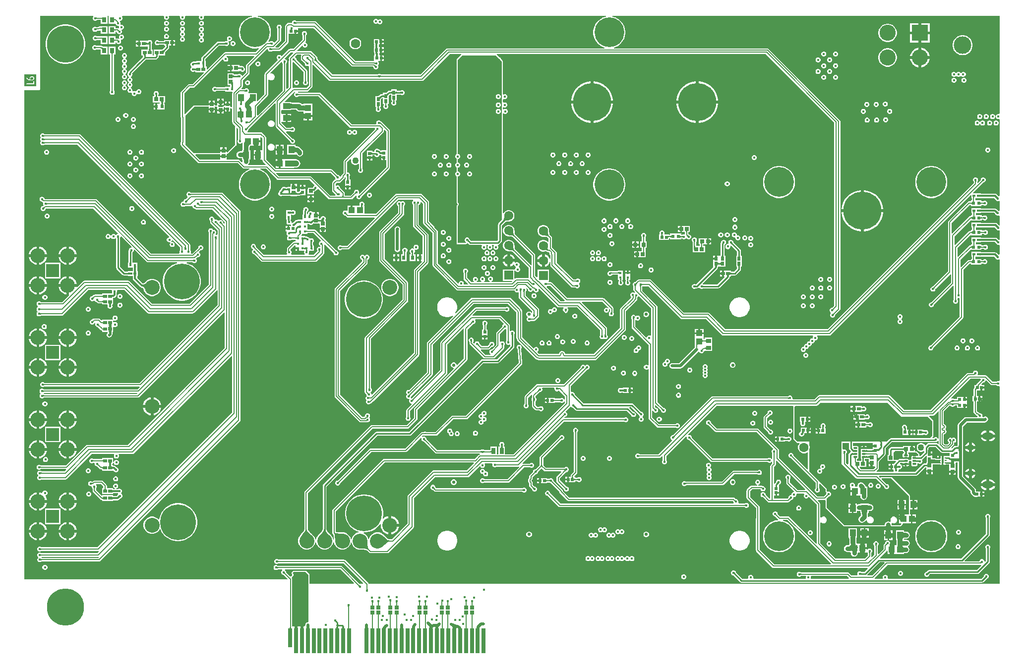
<source format=gbl>
G04*
G04 #@! TF.GenerationSoftware,Altium Limited,Altium Designer,24.4.1 (13)*
G04*
G04 Layer_Physical_Order=6*
G04 Layer_Color=16711680*
%FSLAX44Y44*%
%MOMM*%
G71*
G04*
G04 #@! TF.SameCoordinates,54A0BAA1-6D0C-43F7-A8F5-CCA505531DDE*
G04*
G04*
G04 #@! TF.FilePolarity,Positive*
G04*
G01*
G75*
%ADD12C,0.5080*%
%ADD13C,0.2000*%
%ADD18C,0.1524*%
%ADD19C,0.2540*%
%ADD20C,0.3000*%
%ADD24C,0.1270*%
%ADD43R,0.7112X4.1910*%
%ADD44R,0.7112X3.2004*%
%ADD46R,0.6500X0.6000*%
%ADD49R,0.8000X0.9500*%
%ADD73R,0.7393X0.6725*%
%ADD87R,0.4500X0.4500*%
%ADD114R,0.4500X0.4500*%
%ADD116R,0.5811X0.5121*%
%ADD117R,0.6000X0.6500*%
%ADD119R,0.6800X0.6400*%
%ADD120R,0.7000X0.7000*%
%ADD121R,1.0500X1.1000*%
%ADD122R,0.7000X0.7000*%
%ADD123R,0.6400X0.6800*%
%ADD124R,1.1000X1.0500*%
%ADD125R,0.3700X0.2400*%
%ADD126R,0.4000X1.0800*%
%ADD128R,0.5000X0.4500*%
%ADD130R,0.5500X0.5500*%
%ADD139R,0.5121X0.5811*%
%ADD144R,0.6725X0.7393*%
%ADD145R,0.6725X0.7154*%
%ADD218C,2.7500*%
%ADD219R,2.7500X2.7500*%
%ADD220C,2.9972*%
%ADD227C,1.1000*%
%ADD228C,1.6000*%
%ADD233C,0.2067*%
%ADD234C,0.2032*%
%ADD236C,0.3810*%
%ADD237C,0.7620*%
%ADD240C,1.0000*%
%ADD243R,2.2500X2.2500*%
%ADD244C,2.5500*%
%ADD245C,0.5502*%
%ADD246C,6.0960*%
%ADD247C,2.5400*%
%ADD248C,1.5500*%
%ADD249R,1.5500X1.5500*%
%ADD250R,1.6000X1.6000*%
%ADD251O,1.9000X1.2000*%
%ADD252O,1.2500X1.0500*%
%ADD253C,6.5000*%
%ADD254C,6.3500*%
%ADD255C,0.4500*%
%ADD256C,5.0800*%
%ADD260C,0.2000*%
%ADD261R,0.6500X0.7000*%
%ADD262R,0.7200X1.0000*%
%ADD263R,0.6000X0.8000*%
%ADD264R,0.8500X0.7500*%
%ADD265R,1.0000X1.2500*%
%ADD266R,0.5153X0.4725*%
%ADD267R,0.7500X0.7000*%
%ADD268R,0.6888X0.6725*%
%ADD269R,0.5000X0.6000*%
%ADD270R,0.5500X0.5000*%
%ADD271R,0.5600X0.5200*%
%ADD272R,0.6500X0.6500*%
G04:AMPARAMS|DCode=273|XSize=0.66mm|YSize=0.32mm|CornerRadius=0.04mm|HoleSize=0mm|Usage=FLASHONLY|Rotation=0.000|XOffset=0mm|YOffset=0mm|HoleType=Round|Shape=RoundedRectangle|*
%AMROUNDEDRECTD273*
21,1,0.6600,0.2400,0,0,0.0*
21,1,0.5800,0.3200,0,0,0.0*
1,1,0.0800,0.2900,-0.1200*
1,1,0.0800,-0.2900,-0.1200*
1,1,0.0800,-0.2900,0.1200*
1,1,0.0800,0.2900,0.1200*
%
%ADD273ROUNDEDRECTD273*%
%ADD274R,0.6500X0.6500*%
%ADD275R,1.2500X1.0000*%
%ADD276C,0.3048*%
G36*
X127723Y1102469D02*
X127852Y1102374D01*
X127994Y1102290D01*
X128150Y1102217D01*
X128319Y1102156D01*
X128500Y1102105D01*
X128695Y1102066D01*
X128903Y1102038D01*
X129123Y1102022D01*
X129358Y1102016D01*
Y1099984D01*
X129123Y1099978D01*
X128695Y1099934D01*
X128500Y1099894D01*
X128319Y1099844D01*
X128150Y1099783D01*
X127994Y1099710D01*
X127852Y1099626D01*
X127723Y1099531D01*
X127607Y1099425D01*
Y1102575D01*
X127723Y1102469D01*
D02*
G37*
G36*
X137311Y1098968D02*
X137290Y1099161D01*
X137228Y1099334D01*
X137125Y1099486D01*
X136981Y1099618D01*
X136795Y1099730D01*
X136568Y1099821D01*
X136300Y1099893D01*
X135991Y1099943D01*
X135640Y1099974D01*
X135248Y1099984D01*
Y1102016D01*
X135640Y1102026D01*
X135991Y1102057D01*
X136300Y1102107D01*
X136568Y1102178D01*
X136795Y1102270D01*
X136981Y1102382D01*
X137125Y1102514D01*
X137228Y1102666D01*
X137290Y1102839D01*
X137311Y1103032D01*
Y1098968D01*
D02*
G37*
G36*
X158740Y1100339D02*
X158801Y1100166D01*
X158902Y1100014D01*
X159045Y1099882D01*
X159228Y1099770D01*
X159451Y1099678D01*
X159715Y1099607D01*
X160020Y1099557D01*
X160365Y1099526D01*
X160751Y1099516D01*
Y1097484D01*
X160365Y1097474D01*
X160020Y1097443D01*
X159715Y1097393D01*
X159451Y1097321D01*
X159228Y1097230D01*
X159045Y1097118D01*
X158902Y1096986D01*
X158801Y1096834D01*
X158740Y1096661D01*
X158720Y1096468D01*
Y1100532D01*
X158740Y1100339D01*
D02*
G37*
G36*
X467723Y1094469D02*
X467852Y1094374D01*
X467994Y1094290D01*
X468150Y1094217D01*
X468318Y1094156D01*
X468500Y1094105D01*
X468695Y1094066D01*
X468903Y1094038D01*
X469123Y1094022D01*
X469358Y1094016D01*
Y1091984D01*
X469123Y1091978D01*
X468695Y1091934D01*
X468500Y1091895D01*
X468318Y1091844D01*
X468150Y1091783D01*
X467994Y1091710D01*
X467852Y1091626D01*
X467723Y1091531D01*
X467607Y1091425D01*
Y1094575D01*
X467723Y1094469D01*
D02*
G37*
G36*
X441469Y1084277D02*
X441374Y1084148D01*
X441290Y1084006D01*
X441217Y1083850D01*
X441156Y1083681D01*
X441105Y1083500D01*
X441066Y1083305D01*
X441038Y1083097D01*
X441022Y1082876D01*
X441016Y1082642D01*
X438984D01*
X438978Y1082876D01*
X438934Y1083305D01*
X438895Y1083500D01*
X438844Y1083681D01*
X438783Y1083850D01*
X438710Y1084006D01*
X438626Y1084148D01*
X438531Y1084277D01*
X438425Y1084393D01*
X441575D01*
X441469Y1084277D01*
D02*
G37*
G36*
X461951Y1083260D02*
X462021Y1082564D01*
X462082Y1082282D01*
X462104Y1082213D01*
X462324Y1082181D01*
X462252Y1082115D01*
X462187Y1082029D01*
X462177Y1082010D01*
X462256Y1081847D01*
X462370Y1081695D01*
X462500Y1081587D01*
X462649Y1081521D01*
X462814Y1081500D01*
X462007D01*
X462003Y1081481D01*
X461977Y1081293D01*
X461946Y1080856D01*
X461942Y1080607D01*
X459402Y1081066D01*
X459400Y1081319D01*
X459387Y1081500D01*
X458530D01*
X458696Y1081521D01*
X458844Y1081587D01*
X458975Y1081695D01*
X459088Y1081847D01*
X459184Y1082043D01*
X459263Y1082282D01*
X459295Y1082432D01*
X459278Y1082495D01*
X459245Y1082578D01*
X459208Y1082640D01*
X459332Y1082622D01*
X459367Y1082890D01*
X459394Y1083260D01*
X459402Y1083672D01*
X461942D01*
X461951Y1083260D01*
D02*
G37*
G36*
X158740Y1082839D02*
X158801Y1082666D01*
X158902Y1082514D01*
X159045Y1082382D01*
X159228Y1082270D01*
X159451Y1082178D01*
X159715Y1082107D01*
X160020Y1082057D01*
X160365Y1082026D01*
X160751Y1082016D01*
Y1079984D01*
X160365Y1079974D01*
X160020Y1079943D01*
X159715Y1079893D01*
X159451Y1079821D01*
X159228Y1079730D01*
X159045Y1079618D01*
X158902Y1079486D01*
X158801Y1079334D01*
X158740Y1079161D01*
X158720Y1078968D01*
Y1083032D01*
X158740Y1082839D01*
D02*
G37*
G36*
X165514Y1080931D02*
X165849Y1080659D01*
X166014Y1080549D01*
X166178Y1080457D01*
X166341Y1080381D01*
X166502Y1080322D01*
X166662Y1080281D01*
X166820Y1080257D01*
X166978Y1080250D01*
X164750Y1078023D01*
X164743Y1078180D01*
X164719Y1078338D01*
X164678Y1078498D01*
X164619Y1078660D01*
X164543Y1078822D01*
X164450Y1078986D01*
X164340Y1079152D01*
X164213Y1079318D01*
X164069Y1079486D01*
X163907Y1079656D01*
X165344Y1081093D01*
X165514Y1080931D01*
D02*
G37*
G36*
X484469Y1073277D02*
X484374Y1073148D01*
X484290Y1073006D01*
X484217Y1072850D01*
X484156Y1072682D01*
X484105Y1072500D01*
X484066Y1072305D01*
X484038Y1072097D01*
X484022Y1071877D01*
X484016Y1071643D01*
X481984D01*
X481978Y1071877D01*
X481934Y1072305D01*
X481895Y1072500D01*
X481844Y1072682D01*
X481783Y1072850D01*
X481710Y1073006D01*
X481626Y1073148D01*
X481531Y1073277D01*
X481425Y1073393D01*
X484575D01*
X484469Y1073277D01*
D02*
G37*
G36*
X1670000Y937915D02*
X1668944Y937209D01*
X1668845Y937250D01*
X1667155D01*
X1665593Y936603D01*
X1664397Y935407D01*
X1663750Y933845D01*
Y932155D01*
X1664397Y930593D01*
X1665593Y929397D01*
X1667155Y928750D01*
X1668845D01*
X1668944Y928791D01*
X1670000Y928085D01*
Y797670D01*
X1668730Y796883D01*
X1667845Y797250D01*
X1667803D01*
X1667738Y797308D01*
X1665023Y800023D01*
X1663866Y800797D01*
X1662500Y801069D01*
X1638340D01*
X1638250Y801074D01*
Y801750D01*
X1636263D01*
X1636219Y801759D01*
X1636176Y801750D01*
X1625173D01*
X1624687Y802923D01*
X1642387Y820623D01*
X1642412Y820643D01*
X1642483Y820694D01*
X1642537Y820728D01*
X1642573Y820748D01*
X1642577Y820750D01*
X1642578Y820750D01*
X1642845D01*
X1644407Y821397D01*
X1645603Y822593D01*
X1646250Y824155D01*
Y825845D01*
X1645603Y827407D01*
X1644407Y828603D01*
X1642845Y829250D01*
X1641155D01*
X1639593Y828603D01*
X1638397Y827407D01*
X1637750Y825845D01*
Y824684D01*
X1633248Y820182D01*
X1632075Y820668D01*
Y821942D01*
X1632079Y821968D01*
X1632090Y822026D01*
X1632094Y822041D01*
X1632110Y822066D01*
X1632112Y822069D01*
X1632113Y822072D01*
X1632160Y822150D01*
X1632603Y822593D01*
X1633250Y824155D01*
Y825845D01*
X1632603Y827407D01*
X1631407Y828603D01*
X1629845Y829250D01*
X1628155D01*
X1626593Y828603D01*
X1625397Y827407D01*
X1624750Y825845D01*
Y824155D01*
X1625397Y822593D01*
X1625840Y822150D01*
X1625887Y822072D01*
X1625888Y822069D01*
X1625890Y822066D01*
X1625906Y822041D01*
X1625910Y822026D01*
X1625916Y821998D01*
X1625925Y821907D01*
Y819274D01*
X1376262Y569611D01*
X1201738D01*
X1174174Y597174D01*
X1173177Y597841D01*
X1172000Y598075D01*
X1172000Y598075D01*
X1131274D01*
X1075174Y654174D01*
X1074177Y654841D01*
X1073000Y655075D01*
X1073000Y655075D01*
X1054101D01*
X1052924Y654841D01*
X1051926Y654174D01*
X1051926Y654174D01*
X1048017Y650265D01*
X1047997Y650250D01*
X1047947Y650217D01*
X1047934Y650209D01*
X1047906Y650202D01*
X1047902Y650202D01*
X1047899Y650201D01*
X1047811Y650179D01*
X1047184D01*
X1045622Y649532D01*
X1044427Y648336D01*
X1043780Y646774D01*
Y645083D01*
X1044427Y643521D01*
X1044870Y643079D01*
X1044917Y643001D01*
X1044918Y642998D01*
X1044920Y642995D01*
X1044936Y642970D01*
X1044939Y642955D01*
X1044945Y642927D01*
X1044955Y642836D01*
Y636970D01*
X1044955Y636970D01*
X1045189Y635793D01*
X1045855Y634796D01*
X1047292Y633359D01*
X1047036Y631929D01*
X1046869Y631850D01*
X1046171Y631839D01*
X1046096Y631914D01*
X1044534Y632561D01*
X1042843D01*
X1041282Y631914D01*
X1040086Y630718D01*
X1039439Y629156D01*
Y627466D01*
X1040086Y625904D01*
X1040705Y625285D01*
X1040777Y623690D01*
X1040732Y623599D01*
X1040406Y623273D01*
X1040406Y623273D01*
X1022837Y605704D01*
X1022174Y604712D01*
X1021941Y603541D01*
X1021941Y603541D01*
Y572267D01*
X976937Y527263D01*
X928409D01*
X928004Y529295D01*
X926840Y531038D01*
X925096Y532203D01*
X923040Y532612D01*
X920984Y532203D01*
X919241Y531038D01*
X918076Y529295D01*
X917672Y527263D01*
X884063D01*
X881162Y530164D01*
X881315Y530930D01*
X881566Y531556D01*
X882603Y532593D01*
X883250Y534155D01*
Y535845D01*
X882603Y537407D01*
X881407Y538603D01*
X879845Y539250D01*
X878155D01*
X876593Y538603D01*
X875556Y537566D01*
X874930Y537315D01*
X874164Y537162D01*
X855169Y556157D01*
Y599172D01*
X855189D01*
X854876Y601550D01*
X853958Y603766D01*
X852498Y605669D01*
X852498Y605669D01*
X851585Y606553D01*
X851280Y606859D01*
X851280Y606859D01*
X835865Y622273D01*
X834873Y622936D01*
X833703Y623169D01*
X833702Y623169D01*
X769298D01*
X769297Y623169D01*
X768127Y622936D01*
X767135Y622273D01*
X741834Y596973D01*
X740847Y597782D01*
X741811Y599224D01*
X743092Y602318D01*
X743746Y605602D01*
Y608951D01*
X743092Y612235D01*
X741811Y615329D01*
X739950Y618114D01*
X737582Y620481D01*
X734798Y622342D01*
X731704Y623623D01*
X728420Y624277D01*
X725071D01*
X721787Y623623D01*
X718693Y622342D01*
X715909Y620481D01*
X713541Y618114D01*
X711681Y615329D01*
X710399Y612235D01*
X709746Y608951D01*
Y605602D01*
X710399Y602318D01*
X711681Y599224D01*
X713541Y596440D01*
X715909Y594072D01*
X718693Y592211D01*
X721787Y590930D01*
X725071Y590277D01*
X728420D01*
X731704Y590930D01*
X734798Y592211D01*
X736240Y593175D01*
X737050Y592188D01*
X692837Y547976D01*
X692174Y546983D01*
X691941Y545813D01*
X691941Y545813D01*
Y496080D01*
X662033Y466172D01*
X661845Y466250D01*
X660155D01*
X658593Y465603D01*
X657397Y464407D01*
X656750Y462845D01*
Y461155D01*
X657397Y459593D01*
X658490Y458500D01*
X657397Y457407D01*
X656750Y455845D01*
Y454155D01*
X657397Y452593D01*
X658593Y451397D01*
X660155Y450750D01*
X661845D01*
X662013Y450820D01*
X662732Y449743D01*
X662397Y449407D01*
X661750Y447845D01*
Y446155D01*
X662397Y444593D01*
X663593Y443397D01*
X665155Y442750D01*
X665605D01*
X666131Y441480D01*
X658056Y433405D01*
X657390Y432408D01*
X657156Y431231D01*
X657156Y431231D01*
Y420330D01*
X657152Y420304D01*
X657141Y420246D01*
X657137Y420231D01*
X657121Y420206D01*
X657119Y420203D01*
X657118Y420200D01*
X657071Y420122D01*
X656628Y419679D01*
X655981Y418117D01*
Y416427D01*
X656628Y414865D01*
X657823Y413669D01*
X659386Y413022D01*
X661076D01*
X662638Y413669D01*
X663834Y414865D01*
X664481Y416427D01*
Y418117D01*
X663834Y419679D01*
X663391Y420122D01*
X663344Y420200D01*
X663343Y420203D01*
X663340Y420206D01*
X663325Y420231D01*
X663321Y420246D01*
X663315Y420274D01*
X663306Y420365D01*
Y429957D01*
X726174Y492826D01*
X726174Y492826D01*
X726841Y493823D01*
X727075Y495000D01*
Y543726D01*
X754145Y570796D01*
X754845Y570596D01*
X755370Y570225D01*
Y519719D01*
X744169Y508517D01*
X742899Y509044D01*
Y509400D01*
X742175Y511147D01*
X740839Y512483D01*
X739093Y513206D01*
X737203D01*
X735457Y512483D01*
X734120Y511147D01*
X733397Y509400D01*
Y507510D01*
X734120Y505764D01*
X735457Y504428D01*
X737203Y503705D01*
X737560D01*
X738086Y502435D01*
X670826Y435174D01*
X670159Y434177D01*
X669925Y433000D01*
X669925Y433000D01*
Y418274D01*
X657726Y406075D01*
X598000D01*
X598000Y406075D01*
X596823Y405841D01*
X595826Y405174D01*
X595826Y405174D01*
X483826Y293174D01*
X483159Y292177D01*
X482925Y291000D01*
X482925Y291000D01*
Y228086D01*
X482901Y227868D01*
X482754Y227355D01*
X482456Y226640D01*
X481997Y225757D01*
X481404Y224772D01*
X477277Y219272D01*
X475886Y217635D01*
X475277Y217026D01*
X473342Y213674D01*
X472340Y209935D01*
Y206065D01*
X473342Y202326D01*
X475277Y198974D01*
X478014Y196237D01*
X481366Y194302D01*
X485105Y193300D01*
X488975D01*
X492714Y194302D01*
X496066Y196237D01*
X498803Y198974D01*
X500738Y202326D01*
X501623Y205627D01*
X502937D01*
X503822Y202326D01*
X505757Y198974D01*
X508494Y196237D01*
X511846Y194302D01*
X515585Y193300D01*
X519455D01*
X523194Y194302D01*
X526546Y196237D01*
X529283Y198974D01*
X531218Y202326D01*
X532103Y205627D01*
X533417D01*
X534302Y202326D01*
X536237Y198974D01*
X538974Y196237D01*
X542326Y194302D01*
X546065Y193300D01*
X549935D01*
X553674Y194302D01*
X557026Y196237D01*
X559763Y198974D01*
X561698Y202326D01*
X562343Y204731D01*
X563657D01*
X564302Y202326D01*
X566237Y198974D01*
X568974Y196237D01*
X572326Y194302D01*
X576065Y193300D01*
X577918D01*
X578097Y193262D01*
X582100Y193204D01*
X585351Y192949D01*
X586658Y192757D01*
X587789Y192523D01*
X588712Y192258D01*
X589418Y191979D01*
X589898Y191713D01*
X590109Y191542D01*
X593826Y187826D01*
X593826Y187826D01*
X594823Y187159D01*
X596000Y186925D01*
X625000D01*
X625000Y186925D01*
X626177Y187159D01*
X627174Y187826D01*
X669174Y229825D01*
X669174Y229826D01*
X669841Y230823D01*
X670075Y232000D01*
Y280726D01*
X706274Y316925D01*
X762000D01*
X762000Y316925D01*
X763177Y317159D01*
X764174Y317826D01*
X781873Y335524D01*
X783371Y335226D01*
X783648Y334558D01*
X784843Y333362D01*
X786405Y332715D01*
X788096D01*
X789658Y333362D01*
X790854Y334558D01*
X791501Y336120D01*
Y337811D01*
X790854Y339373D01*
X790572Y339655D01*
X791098Y340925D01*
X803255D01*
X804085Y339655D01*
X803750Y338845D01*
Y337155D01*
X804397Y335593D01*
X805593Y334397D01*
X807155Y333750D01*
X808845D01*
X810407Y334397D01*
X810850Y334840D01*
X810928Y334887D01*
X810931Y334888D01*
X810934Y334891D01*
X810959Y334906D01*
X810974Y334910D01*
X811002Y334916D01*
X811093Y334925D01*
X848000D01*
X848000Y334925D01*
X848974Y335119D01*
X849449Y334616D01*
X849722Y334071D01*
X829520Y313868D01*
X790308D01*
X790283Y313872D01*
X790224Y313883D01*
X790210Y313888D01*
X790184Y313903D01*
X790182Y313905D01*
X790179Y313906D01*
X790101Y313953D01*
X789658Y314396D01*
X788096Y315043D01*
X786405D01*
X784843Y314396D01*
X783648Y313201D01*
X783001Y311639D01*
Y309948D01*
X783648Y308386D01*
X784843Y307190D01*
X786405Y306543D01*
X788096D01*
X789658Y307190D01*
X790101Y307633D01*
X790179Y307680D01*
X790182Y307682D01*
X790185Y307684D01*
X790210Y307699D01*
X790224Y307703D01*
X790253Y307709D01*
X790343Y307718D01*
X830793D01*
X830793Y307718D01*
X831970Y307952D01*
X832968Y308619D01*
X858274Y333925D01*
X867942D01*
X867968Y333922D01*
X868027Y333910D01*
X868041Y333906D01*
X868066Y333890D01*
X868069Y333888D01*
X868072Y333887D01*
X868150Y333840D01*
X868593Y333397D01*
X870155Y332750D01*
X871845D01*
X873407Y333397D01*
X874603Y334593D01*
X875250Y336155D01*
Y337845D01*
X874603Y339407D01*
X873407Y340603D01*
X871845Y341250D01*
X870155D01*
X868593Y340603D01*
X868150Y340160D01*
X868072Y340113D01*
X868069Y340112D01*
X868066Y340109D01*
X868041Y340094D01*
X868027Y340090D01*
X867998Y340084D01*
X867907Y340075D01*
X857000D01*
X856026Y339881D01*
X855551Y340384D01*
X855278Y340929D01*
X926274Y411925D01*
X1028942D01*
X1028968Y411922D01*
X1029026Y411910D01*
X1029041Y411906D01*
X1029066Y411890D01*
X1029069Y411888D01*
X1029072Y411887D01*
X1029150Y411840D01*
X1029593Y411397D01*
X1031155Y410750D01*
X1032845D01*
X1034407Y411397D01*
X1035603Y412593D01*
X1036250Y414155D01*
Y415845D01*
X1035603Y417407D01*
X1034407Y418603D01*
X1032845Y419250D01*
X1031155D01*
X1029593Y418603D01*
X1029150Y418160D01*
X1029072Y418113D01*
X1029069Y418112D01*
X1029066Y418110D01*
X1029041Y418094D01*
X1029026Y418090D01*
X1028998Y418084D01*
X1028907Y418075D01*
X927083D01*
X926597Y419248D01*
X927512Y420164D01*
X927533Y420179D01*
X927582Y420212D01*
X927596Y420220D01*
X927624Y420227D01*
X927628Y420227D01*
X927630Y420228D01*
X927719Y420250D01*
X928345D01*
X929907Y420897D01*
X931103Y422093D01*
X931750Y423655D01*
Y425345D01*
X931103Y426907D01*
X929907Y428103D01*
X929581Y428238D01*
X929333Y429484D01*
X937030Y437181D01*
X937333Y437285D01*
X937464Y437301D01*
X938622Y437205D01*
X939430Y436397D01*
X940992Y435750D01*
X941366D01*
X941410Y435712D01*
X945480Y431642D01*
X946561Y430920D01*
X947837Y430666D01*
X1033125D01*
X1040831Y422960D01*
X1041397Y421593D01*
X1042593Y420397D01*
X1044155Y419750D01*
X1045845D01*
X1047407Y420397D01*
X1048603Y421593D01*
X1049250Y423155D01*
Y424845D01*
X1048603Y426407D01*
X1047407Y427603D01*
X1045845Y428250D01*
X1044971D01*
X1037825Y435396D01*
X1038351Y436666D01*
X1040619D01*
X1053746Y423538D01*
X1053750Y423534D01*
Y423155D01*
X1054397Y421593D01*
X1055182Y420808D01*
X1055457Y420000D01*
X1055182Y419192D01*
X1054397Y418407D01*
X1053750Y416845D01*
Y415155D01*
X1054397Y413593D01*
X1055593Y412397D01*
X1057155Y411750D01*
X1058845D01*
X1060407Y412397D01*
X1061603Y413593D01*
X1062250Y415155D01*
Y416845D01*
X1061603Y418407D01*
X1060818Y419192D01*
X1060543Y420000D01*
X1060818Y420808D01*
X1061603Y421593D01*
X1062250Y423155D01*
Y424845D01*
X1061603Y426407D01*
X1060407Y427603D01*
X1058845Y428250D01*
X1058471D01*
X1058427Y428288D01*
X1044358Y442357D01*
X1043276Y443080D01*
X1042000Y443334D01*
X959976D01*
X944849Y458462D01*
X944845Y458466D01*
Y458845D01*
X944198Y460407D01*
X943003Y461603D01*
X941441Y462250D01*
X939750D01*
X939345Y462082D01*
X938075Y462931D01*
Y472726D01*
X966012Y500664D01*
X966033Y500679D01*
X966082Y500712D01*
X966096Y500720D01*
X966124Y500727D01*
X966128Y500727D01*
X966131Y500728D01*
X966219Y500750D01*
X966845D01*
X968407Y501397D01*
X969603Y502593D01*
X970250Y504155D01*
Y505845D01*
X969603Y507407D01*
X968407Y508603D01*
X966845Y509250D01*
X965155D01*
X963593Y508603D01*
X962500Y507510D01*
X961407Y508603D01*
X959845Y509250D01*
X958155D01*
X956593Y508603D01*
X955397Y507407D01*
X954750Y505845D01*
Y505219D01*
X954728Y505131D01*
X954727Y505128D01*
X954727Y505124D01*
X954720Y505096D01*
X954712Y505082D01*
X954696Y505058D01*
X954639Y504988D01*
X925726Y476075D01*
X881000D01*
X881000Y476075D01*
X879823Y475841D01*
X878826Y475174D01*
X878826Y475174D01*
X859673Y456021D01*
X859006Y455024D01*
X858772Y453847D01*
X858772Y453847D01*
Y442058D01*
X858769Y442032D01*
X858757Y441973D01*
X858753Y441959D01*
X858737Y441934D01*
X858736Y441931D01*
X858734Y441928D01*
X858687Y441850D01*
X858244Y441407D01*
X857597Y439845D01*
Y438155D01*
X858244Y436593D01*
X859440Y435397D01*
X861002Y434750D01*
X862692D01*
X864255Y435397D01*
X865450Y436593D01*
X866097Y438155D01*
Y439845D01*
X865450Y441407D01*
X865007Y441850D01*
X864960Y441928D01*
X864959Y441931D01*
X864957Y441934D01*
X864941Y441959D01*
X864937Y441973D01*
X864932Y442002D01*
X864922Y442093D01*
Y452573D01*
X870821Y458472D01*
X871365Y458199D01*
X871869Y457724D01*
X871675Y456750D01*
X871675Y456750D01*
Y452363D01*
X871671Y452330D01*
X871657Y452249D01*
X871644Y452190D01*
X871634Y452158D01*
X871614Y452130D01*
X871608Y452119D01*
X871397Y451907D01*
X870750Y450345D01*
Y448655D01*
X871397Y447093D01*
X871608Y446881D01*
X871614Y446870D01*
X871634Y446842D01*
X871644Y446810D01*
X871657Y446751D01*
X871671Y446670D01*
X871675Y446637D01*
Y438716D01*
X871675Y438716D01*
X871909Y437539D01*
X872576Y436541D01*
X877291Y431826D01*
X877291Y431826D01*
X878289Y431159D01*
X879466Y430925D01*
X883942D01*
X883968Y430922D01*
X884026Y430910D01*
X884041Y430906D01*
X884066Y430890D01*
X884069Y430888D01*
X884072Y430887D01*
X884150Y430840D01*
X884593Y430397D01*
X886155Y429750D01*
X887845D01*
X889407Y430397D01*
X890603Y431593D01*
X891250Y433155D01*
Y434845D01*
X890603Y436407D01*
X889407Y437603D01*
X887845Y438250D01*
X886155D01*
X884593Y437603D01*
X884150Y437160D01*
X884072Y437113D01*
X884069Y437112D01*
X884066Y437109D01*
X884041Y437094D01*
X884026Y437090D01*
X883998Y437085D01*
X883907Y437075D01*
X880740D01*
X877825Y439990D01*
Y446303D01*
X877827Y446315D01*
X877827Y446317D01*
X878603Y447093D01*
X879250Y448655D01*
Y450345D01*
X878603Y451907D01*
X877827Y452683D01*
X877827Y452685D01*
X877825Y452697D01*
Y455476D01*
X885013Y462664D01*
X885033Y462679D01*
X885082Y462712D01*
X885096Y462720D01*
X885124Y462727D01*
X885128Y462727D01*
X885130Y462728D01*
X885219Y462750D01*
X885845D01*
X887407Y463397D01*
X888603Y464593D01*
X889250Y466155D01*
Y467845D01*
X888915Y468655D01*
X889745Y469925D01*
X909054D01*
X909760Y468869D01*
X909750Y468845D01*
Y467155D01*
X910397Y465593D01*
X911593Y464397D01*
X913155Y463750D01*
X914845D01*
X916407Y464397D01*
X916850Y464840D01*
X916928Y464887D01*
X916931Y464888D01*
X916934Y464891D01*
X916959Y464906D01*
X916974Y464910D01*
X917002Y464916D01*
X917093Y464925D01*
X917726D01*
X927925Y454726D01*
Y449649D01*
X926655Y449396D01*
X926236Y450407D01*
X925041Y451603D01*
X923478Y452250D01*
X921788D01*
X920226Y451603D01*
X919783Y451160D01*
X919705Y451113D01*
X919702Y451112D01*
X919699Y451110D01*
X919674Y451094D01*
X919660Y451090D01*
X919631Y451085D01*
X919540Y451075D01*
X910561D01*
Y452561D01*
X899845D01*
Y448000D01*
Y443439D01*
X910561D01*
Y444925D01*
X919576D01*
X919601Y444921D01*
X919660Y444910D01*
X919674Y444906D01*
X919699Y444890D01*
X919702Y444888D01*
X919705Y444887D01*
X919783Y444840D01*
X920226Y444397D01*
X921788Y443750D01*
X923478D01*
X925041Y444397D01*
X926236Y445593D01*
X926655Y446604D01*
X927925Y446351D01*
Y444274D01*
X839726Y356075D01*
X825500D01*
Y369000D01*
X823334D01*
Y370319D01*
X823335Y370324D01*
X823603Y370593D01*
X824250Y372155D01*
Y373845D01*
X823603Y375407D01*
X822407Y376603D01*
X820845Y377250D01*
X819155D01*
X817593Y376603D01*
X816397Y375407D01*
X815750Y373845D01*
Y372155D01*
X816397Y370593D01*
X816662Y370328D01*
X816666Y370270D01*
Y369000D01*
X814300D01*
Y356075D01*
X811700D01*
Y369000D01*
X800500D01*
Y363412D01*
X790227D01*
X790202Y363416D01*
X790143Y363428D01*
X790129Y363432D01*
X790104Y363447D01*
X790101Y363449D01*
X790098Y363450D01*
X790020Y363498D01*
X789577Y363940D01*
X788015Y364587D01*
X786324D01*
X784762Y363940D01*
X784320Y363498D01*
X784242Y363450D01*
X784239Y363449D01*
X784236Y363447D01*
X784211Y363432D01*
X784196Y363428D01*
X784138Y363416D01*
X784112Y363412D01*
X709937D01*
X691336Y382012D01*
X691321Y382033D01*
X691288Y382082D01*
X691280Y382096D01*
X691273Y382124D01*
X691273Y382128D01*
X691272Y382131D01*
X691250Y382219D01*
Y382845D01*
X690603Y384407D01*
X689407Y385603D01*
X687845Y386250D01*
X686155D01*
X684900Y385730D01*
X684181Y386807D01*
X685281Y387907D01*
X708000D01*
X709184Y388143D01*
X710187Y388813D01*
X737281Y415907D01*
X760000D01*
X761183Y416143D01*
X762187Y416813D01*
X853557Y508183D01*
X853557Y508183D01*
X853586Y508155D01*
X854713Y509841D01*
X855108Y511831D01*
X855046Y512143D01*
X855054Y512206D01*
X853305Y536198D01*
X853307Y536222D01*
X853314Y536284D01*
X853317Y536303D01*
X853324Y536314D01*
X853603Y536593D01*
X854250Y538155D01*
Y539845D01*
X853603Y541407D01*
X852407Y542603D01*
X850845Y543250D01*
X849155D01*
X847593Y542603D01*
X846397Y541407D01*
X845750Y539845D01*
Y538155D01*
X846397Y536593D01*
X847037Y535952D01*
X847092Y535876D01*
X847099Y535861D01*
X847109Y535850D01*
X847115Y535832D01*
X847123Y535801D01*
X847139Y535714D01*
X848851Y512225D01*
X758719Y422093D01*
X736000D01*
X734817Y421857D01*
X733813Y421187D01*
X706719Y394093D01*
X691281D01*
X691187Y394187D01*
X690183Y394857D01*
X689000Y395093D01*
X687816Y394857D01*
X686813Y394187D01*
X686750Y394093D01*
X684000D01*
X682816Y393857D01*
X681813Y393187D01*
X654719Y366093D01*
X596000D01*
X594817Y365857D01*
X593813Y365187D01*
X539959Y311333D01*
X539940Y311318D01*
X539888Y311283D01*
X539871Y311273D01*
X539857Y311271D01*
X539842Y311266D01*
X539779Y311250D01*
X539155D01*
X537593Y310603D01*
X536397Y309407D01*
X535750Y307845D01*
Y306155D01*
X536397Y304593D01*
X537593Y303397D01*
X539155Y302750D01*
X540845D01*
X542407Y303397D01*
X543603Y304593D01*
X544250Y306155D01*
Y306779D01*
X544266Y306842D01*
X544271Y306857D01*
X544273Y306871D01*
X544283Y306888D01*
X544301Y306915D01*
X544357Y306983D01*
X597281Y359907D01*
X656000D01*
X657184Y360143D01*
X658187Y360813D01*
X682193Y384819D01*
X683270Y384100D01*
X682750Y382845D01*
Y381155D01*
X683397Y379593D01*
X684593Y378397D01*
X686155Y377750D01*
X686781D01*
X686870Y377728D01*
X686872Y377727D01*
X686876Y377727D01*
X686904Y377720D01*
X686918Y377712D01*
X686942Y377696D01*
X687012Y377639D01*
X706488Y358163D01*
X706488Y358163D01*
X707486Y357496D01*
X708663Y357262D01*
X708663Y357262D01*
X782458D01*
X782583Y355992D01*
X781823Y355841D01*
X780826Y355174D01*
X773726Y348075D01*
X619000D01*
X617823Y347841D01*
X616826Y347174D01*
X616825Y347174D01*
X531667Y262016D01*
X531001Y261019D01*
X530767Y259842D01*
X530767Y259842D01*
Y222159D01*
X530767Y222158D01*
X531001Y220982D01*
X531505Y220228D01*
X531551Y220142D01*
X531609Y220071D01*
X531667Y219984D01*
X531746Y219905D01*
X531947Y219662D01*
X532235Y219165D01*
X532519Y218479D01*
X532778Y217605D01*
X532998Y216547D01*
X533162Y215357D01*
X533339Y210557D01*
X532067Y210508D01*
X531218Y213674D01*
X529283Y217026D01*
X527964Y218345D01*
X527856Y218507D01*
X527852Y218512D01*
X527852Y218512D01*
X527852Y218512D01*
X526429Y219943D01*
X525192Y221262D01*
X523141Y223701D01*
X522383Y224746D01*
X521774Y225707D01*
X521325Y226554D01*
X521031Y227271D01*
X520880Y227840D01*
X520854Y228101D01*
Y301139D01*
X607381Y387666D01*
X663000D01*
X664276Y387920D01*
X665358Y388643D01*
X788664Y511949D01*
X813283D01*
X814559Y512203D01*
X815641Y512926D01*
X840358Y537643D01*
X841080Y538724D01*
X841334Y540000D01*
Y560319D01*
X841335Y560324D01*
X841603Y560593D01*
X842250Y562155D01*
Y563845D01*
X841603Y565407D01*
X840407Y566603D01*
X838845Y567250D01*
X837155D01*
X835593Y566603D01*
X835345Y566355D01*
X834075Y566881D01*
Y576000D01*
X834075Y576000D01*
X833841Y577177D01*
X833174Y578174D01*
X833174Y578175D01*
X819424Y591924D01*
X818427Y592591D01*
X817250Y592825D01*
X817250Y592825D01*
X770833D01*
X770347Y593998D01*
X777274Y600925D01*
X825942D01*
X825968Y600922D01*
X826026Y600910D01*
X826041Y600906D01*
X826066Y600890D01*
X826069Y600888D01*
X826072Y600887D01*
X826150Y600840D01*
X826593Y600397D01*
X828155Y599750D01*
X829845D01*
X831407Y600397D01*
X832603Y601593D01*
X833250Y603155D01*
Y604845D01*
X832603Y606407D01*
X831407Y607603D01*
X829845Y608250D01*
X828155D01*
X826593Y607603D01*
X826150Y607160D01*
X826072Y607113D01*
X826069Y607112D01*
X826066Y607110D01*
X826041Y607094D01*
X826026Y607090D01*
X825998Y607085D01*
X825907Y607075D01*
X776000D01*
X776000Y607075D01*
X774823Y606841D01*
X773826Y606174D01*
X773826Y606174D01*
X715826Y548174D01*
X715159Y547177D01*
X714925Y546000D01*
X714925Y546000D01*
Y500274D01*
X666125Y451474D01*
X665290Y451483D01*
X664938Y451960D01*
X664661Y452733D01*
X665250Y454155D01*
Y454782D01*
X665287Y454935D01*
X665287Y454936D01*
X665292Y454945D01*
X665323Y454993D01*
X665339Y455014D01*
X666084Y455759D01*
X666084Y455759D01*
X666085Y455759D01*
X698865Y488540D01*
X698866Y488540D01*
X701273Y490947D01*
X701273Y490948D01*
X701936Y491940D01*
X702169Y493110D01*
Y542843D01*
X772267Y612941D01*
X830733D01*
X842837Y600837D01*
X842837Y600837D01*
X843149Y600525D01*
X844045Y599625D01*
X844045Y599625D01*
Y599625D01*
X844941Y598726D01*
Y555718D01*
X844921D01*
X845235Y553340D01*
X846152Y551124D01*
X847613Y549220D01*
X847627Y549234D01*
X868905Y527956D01*
X869791Y527070D01*
X869789Y527068D01*
X869803Y527057D01*
X870700Y526161D01*
X876266Y520595D01*
X877147Y519690D01*
X877147Y519690D01*
X877148Y519690D01*
X879030Y518246D01*
X881246Y517328D01*
X883624Y517015D01*
Y517035D01*
X979906D01*
X979906Y517035D01*
X981077Y517267D01*
X982069Y517931D01*
X1031273Y567135D01*
X1031273Y567135D01*
X1031936Y568127D01*
X1032169Y569297D01*
X1032169Y569297D01*
Y600572D01*
X1046435Y614837D01*
X1046435Y614837D01*
X1050793Y619196D01*
X1051456Y620188D01*
X1051689Y621358D01*
X1051689Y621359D01*
Y624195D01*
X1052177Y624397D01*
X1053373Y625593D01*
X1053429Y625728D01*
X1054675Y625976D01*
X1075430Y605221D01*
Y559240D01*
X1074160Y558705D01*
X1072845Y559250D01*
X1071155D01*
X1069593Y558603D01*
X1068397Y557407D01*
X1067911Y556234D01*
X1066577Y555772D01*
X1048075Y574274D01*
Y585118D01*
X1049345Y585644D01*
X1049593Y585397D01*
X1051155Y584750D01*
X1052845D01*
X1054407Y585397D01*
X1055603Y586593D01*
X1056250Y588155D01*
Y589845D01*
X1055603Y591407D01*
X1054407Y592603D01*
X1052845Y593250D01*
X1051155D01*
X1049593Y592603D01*
X1049265Y592276D01*
X1048603Y592407D01*
X1047407Y593603D01*
X1045845Y594250D01*
X1044155D01*
X1042593Y593603D01*
X1041397Y592407D01*
X1040750Y590845D01*
Y589155D01*
X1041397Y587593D01*
X1041840Y587150D01*
X1041887Y587072D01*
X1041888Y587069D01*
X1041890Y587066D01*
X1041906Y587041D01*
X1041910Y587026D01*
X1041916Y586998D01*
X1041925Y586907D01*
Y573000D01*
X1041925Y573000D01*
X1042159Y571823D01*
X1042826Y570826D01*
X1070925Y542726D01*
Y508881D01*
X1069655Y508355D01*
X1069407Y508603D01*
X1067845Y509250D01*
X1066155D01*
X1064593Y508603D01*
X1063397Y507407D01*
X1062750Y505845D01*
Y504155D01*
X1063397Y502593D01*
X1064593Y501397D01*
X1066155Y500750D01*
X1067845D01*
X1069407Y501397D01*
X1069655Y501645D01*
X1070925Y501119D01*
Y418000D01*
X1070925Y418000D01*
X1071159Y416823D01*
X1071826Y415826D01*
X1085325Y402326D01*
X1085326Y402326D01*
X1086323Y401659D01*
X1087500Y401425D01*
X1087500Y401425D01*
X1117565D01*
X1117593Y401397D01*
X1119155Y400750D01*
X1120845D01*
X1122407Y401397D01*
X1123603Y402593D01*
X1124250Y404155D01*
Y405845D01*
X1123603Y407407D01*
X1122407Y408603D01*
X1120845Y409250D01*
X1119155D01*
X1117593Y408603D01*
X1116565Y407575D01*
X1088774D01*
X1077075Y419274D01*
Y429965D01*
X1078345Y430572D01*
X1078750Y430245D01*
Y430155D01*
X1079397Y428593D01*
X1080593Y427397D01*
X1082155Y426750D01*
X1083845D01*
X1085407Y427397D01*
X1086603Y428593D01*
X1087250Y430155D01*
Y431845D01*
X1086603Y433407D01*
X1085407Y434603D01*
X1083845Y435250D01*
X1083219D01*
X1083130Y435272D01*
X1083128Y435273D01*
X1083124Y435273D01*
X1083096Y435280D01*
X1083082Y435288D01*
X1083058Y435304D01*
X1082988Y435361D01*
X1081580Y436769D01*
Y439412D01*
X1082753Y439898D01*
X1091664Y430988D01*
X1091679Y430967D01*
X1091712Y430918D01*
X1091720Y430904D01*
X1091727Y430876D01*
X1091727Y430872D01*
X1091728Y430869D01*
X1091750Y430781D01*
Y430155D01*
X1092397Y428593D01*
X1093593Y427397D01*
X1095155Y426750D01*
X1096845D01*
X1098407Y427397D01*
X1099603Y428593D01*
X1100250Y430155D01*
Y431845D01*
X1099603Y433407D01*
X1098407Y434603D01*
X1096845Y435250D01*
X1096219D01*
X1096130Y435272D01*
X1096128Y435273D01*
X1096124Y435273D01*
X1096096Y435280D01*
X1096082Y435288D01*
X1096058Y435304D01*
X1095988Y435361D01*
X1086075Y445274D01*
Y608000D01*
X1085841Y609177D01*
X1085174Y610174D01*
X1060075Y635274D01*
Y642923D01*
X1060093Y642925D01*
X1070726D01*
X1125775Y587876D01*
X1125775Y587876D01*
X1126773Y587209D01*
X1127950Y586975D01*
X1168676D01*
X1195826Y559826D01*
X1196823Y559159D01*
X1198000Y558925D01*
X1198000Y558925D01*
X1351118D01*
X1351644Y557655D01*
X1351397Y557407D01*
X1350750Y555845D01*
Y554250D01*
X1349155D01*
X1347593Y553603D01*
X1346397Y552407D01*
X1345750Y550845D01*
Y549250D01*
X1344155D01*
X1342593Y548603D01*
X1341397Y547407D01*
X1340750Y545845D01*
Y544250D01*
X1339155D01*
X1337593Y543603D01*
X1336397Y542407D01*
X1335750Y540845D01*
Y539250D01*
X1334155D01*
X1332593Y538603D01*
X1331397Y537407D01*
X1330750Y535845D01*
Y534155D01*
X1331397Y532593D01*
X1332593Y531397D01*
X1334155Y530750D01*
X1335845D01*
X1337407Y531397D01*
X1338603Y532593D01*
X1339250Y534155D01*
Y535750D01*
X1340845D01*
X1342407Y536397D01*
X1343603Y537593D01*
X1344250Y539155D01*
Y540750D01*
X1345845D01*
X1347407Y541397D01*
X1348603Y542593D01*
X1349250Y544155D01*
Y545750D01*
X1350845D01*
X1352407Y546397D01*
X1353603Y547593D01*
X1354250Y549155D01*
Y550750D01*
X1355845D01*
X1357407Y551397D01*
X1358603Y552593D01*
X1359250Y554155D01*
Y555845D01*
X1358603Y557407D01*
X1358356Y557655D01*
X1358882Y558925D01*
X1379415D01*
X1379415Y558925D01*
X1380592Y559159D01*
X1381589Y559826D01*
X1620577Y798813D01*
X1621750Y798327D01*
Y795309D01*
X1621741Y795264D01*
X1621750Y795222D01*
Y793250D01*
X1622425D01*
Y789750D01*
X1620750D01*
Y788075D01*
X1617500D01*
X1616323Y787841D01*
X1615326Y787174D01*
X1615325Y787174D01*
X1582826Y754674D01*
X1582159Y753677D01*
X1581925Y752500D01*
X1581925Y752500D01*
Y668274D01*
X1556288Y642636D01*
X1556267Y642621D01*
X1556218Y642588D01*
X1556204Y642580D01*
X1556176Y642573D01*
X1556172Y642573D01*
X1556169Y642572D01*
X1556081Y642550D01*
X1555455D01*
X1553893Y641903D01*
X1552697Y640707D01*
X1552050Y639145D01*
Y637455D01*
X1552697Y635893D01*
X1553893Y634697D01*
X1555455Y634050D01*
X1557145D01*
X1558707Y634697D01*
X1559903Y635893D01*
X1560550Y637455D01*
Y638081D01*
X1560572Y638170D01*
X1560573Y638172D01*
X1560573Y638176D01*
X1560580Y638204D01*
X1560588Y638218D01*
X1560604Y638242D01*
X1560661Y638312D01*
X1585752Y663403D01*
X1586925Y662917D01*
Y649199D01*
X1553760Y616034D01*
X1553740Y616019D01*
X1553690Y615986D01*
X1553677Y615978D01*
X1553649Y615971D01*
X1553645Y615971D01*
X1553642Y615970D01*
X1553553Y615948D01*
X1552927D01*
X1551365Y615301D01*
X1550170Y614105D01*
X1549523Y612543D01*
Y610853D01*
X1550170Y609291D01*
X1551365Y608095D01*
X1552927Y607448D01*
X1554618D01*
X1556180Y608095D01*
X1557376Y609291D01*
X1558023Y610853D01*
Y611479D01*
X1558044Y611567D01*
X1558045Y611570D01*
X1558046Y611574D01*
X1558053Y611602D01*
X1558060Y611616D01*
X1558077Y611640D01*
X1558134Y611710D01*
X1590752Y644328D01*
X1591925Y643842D01*
Y620558D01*
X1591922Y620532D01*
X1591910Y620474D01*
X1591906Y620459D01*
X1591890Y620434D01*
X1591888Y620431D01*
X1591887Y620428D01*
X1591840Y620350D01*
X1591397Y619907D01*
X1590750Y618345D01*
Y616655D01*
X1591397Y615093D01*
X1592593Y613897D01*
X1594155Y613250D01*
X1595845D01*
X1597407Y613897D01*
X1598603Y615093D01*
X1599250Y616655D01*
Y618345D01*
X1598603Y619907D01*
X1598160Y620350D01*
X1598113Y620428D01*
X1598112Y620431D01*
X1598110Y620434D01*
X1598094Y620459D01*
X1598090Y620474D01*
X1598085Y620502D01*
X1598075Y620593D01*
Y622554D01*
X1599131Y623260D01*
X1599155Y623250D01*
X1600845D01*
X1600869Y623260D01*
X1601925Y622554D01*
Y591274D01*
X1552487Y541836D01*
X1552467Y541821D01*
X1552418Y541788D01*
X1552404Y541780D01*
X1552376Y541773D01*
X1552372Y541773D01*
X1552370Y541772D01*
X1552281Y541750D01*
X1551655D01*
X1550093Y541103D01*
X1548897Y539907D01*
X1548250Y538345D01*
Y536655D01*
X1548897Y535093D01*
X1550093Y533897D01*
X1551655Y533250D01*
X1553345D01*
X1554907Y533897D01*
X1556103Y535093D01*
X1556750Y536655D01*
Y537281D01*
X1556772Y537369D01*
X1556773Y537372D01*
X1556773Y537376D01*
X1556780Y537404D01*
X1556788Y537418D01*
X1556804Y537442D01*
X1556861Y537512D01*
X1607174Y587826D01*
X1607841Y588823D01*
X1608075Y590000D01*
X1608075Y590000D01*
Y671226D01*
X1618774Y681925D01*
X1620750D01*
Y680250D01*
X1639250D01*
Y681925D01*
X1641942D01*
X1641968Y681921D01*
X1642027Y681910D01*
X1642041Y681906D01*
X1642066Y681890D01*
X1642069Y681888D01*
X1642072Y681887D01*
X1642150Y681840D01*
X1642593Y681397D01*
X1644155Y680750D01*
X1645845D01*
X1647407Y681397D01*
X1648603Y682593D01*
X1649250Y684155D01*
Y685845D01*
X1648603Y687407D01*
X1647407Y688603D01*
X1645845Y689250D01*
X1644155D01*
X1642593Y688603D01*
X1642150Y688160D01*
X1642072Y688113D01*
X1642069Y688112D01*
X1642066Y688110D01*
X1642041Y688094D01*
X1642027Y688090D01*
X1641998Y688084D01*
X1641907Y688075D01*
X1639250D01*
Y689750D01*
X1628575D01*
Y693250D01*
X1636176D01*
X1636219Y693241D01*
X1636263Y693250D01*
X1638250D01*
Y693915D01*
X1638453Y693931D01*
X1661022D01*
X1662750Y692203D01*
Y692155D01*
X1663397Y690593D01*
X1664593Y689397D01*
X1666155Y688750D01*
X1667845D01*
X1668730Y689117D01*
X1670000Y688330D01*
Y481959D01*
X1668730Y481110D01*
X1668393Y481250D01*
X1666702D01*
X1665140Y480603D01*
X1664698Y480160D01*
X1664619Y480113D01*
X1664617Y480112D01*
X1664614Y480109D01*
X1664589Y480094D01*
X1664574Y480090D01*
X1664546Y480084D01*
X1664455Y480075D01*
X1658334D01*
X1648234Y490174D01*
X1647237Y490841D01*
X1646060Y491075D01*
X1646060Y491075D01*
X1632881D01*
X1632355Y492345D01*
X1632603Y492593D01*
X1633250Y494155D01*
Y495845D01*
X1632603Y497407D01*
X1631407Y498603D01*
X1629845Y499250D01*
X1628155D01*
X1626593Y498603D01*
X1625397Y497407D01*
X1624750Y495845D01*
Y495219D01*
X1624728Y495131D01*
X1624727Y495128D01*
X1624727Y495124D01*
X1624720Y495096D01*
X1624712Y495082D01*
X1624707Y495075D01*
X1616000D01*
X1614823Y494841D01*
X1613826Y494174D01*
X1613826Y494174D01*
X1582131Y462480D01*
X1582131Y462480D01*
X1551726Y432075D01*
X1507274D01*
X1483174Y456174D01*
X1482177Y456841D01*
X1481000Y457075D01*
X1481000Y457075D01*
X1362330D01*
X1362330Y457075D01*
X1361154Y456841D01*
X1360156Y456174D01*
X1360156Y456174D01*
X1354057Y450075D01*
X1316946D01*
X1316240Y451131D01*
X1316250Y451155D01*
Y452845D01*
X1315603Y454407D01*
X1314407Y455603D01*
X1312845Y456250D01*
X1311155D01*
X1309593Y455603D01*
X1309150Y455160D01*
X1309072Y455113D01*
X1309069Y455112D01*
X1309066Y455110D01*
X1309041Y455094D01*
X1309026Y455090D01*
X1308998Y455084D01*
X1308907Y455075D01*
X1180000D01*
X1180000Y455075D01*
X1178823Y454841D01*
X1177826Y454174D01*
X1177826Y454174D01*
X1112487Y388836D01*
X1112467Y388821D01*
X1112418Y388788D01*
X1112404Y388780D01*
X1112376Y388773D01*
X1112372Y388773D01*
X1112370Y388772D01*
X1112281Y388750D01*
X1111655D01*
X1110093Y388103D01*
X1108897Y386907D01*
X1108250Y385345D01*
Y383655D01*
X1108897Y382093D01*
X1110093Y380897D01*
X1110559Y380704D01*
X1110857Y379206D01*
X1087869Y356218D01*
X1055315D01*
X1055290Y356221D01*
X1055233Y356233D01*
X1055221Y356236D01*
X1055200Y356249D01*
X1055196Y356252D01*
X1055192Y356254D01*
X1055113Y356302D01*
X1054657Y356758D01*
X1053095Y357405D01*
X1051405D01*
X1049843Y356758D01*
X1048647Y355562D01*
X1048000Y354000D01*
Y352309D01*
X1048647Y350747D01*
X1049843Y349552D01*
X1051405Y348905D01*
X1053095D01*
X1054657Y349552D01*
X1055088Y349982D01*
X1055164Y350028D01*
X1055166Y350029D01*
X1055168Y350030D01*
X1055197Y350048D01*
X1055214Y350052D01*
X1055244Y350058D01*
X1055334Y350068D01*
X1089143D01*
X1089143Y350068D01*
X1090320Y350302D01*
X1091317Y350968D01*
X1093655Y353306D01*
X1094925Y352780D01*
Y346058D01*
X1094921Y346032D01*
X1094910Y345974D01*
X1094906Y345959D01*
X1094890Y345934D01*
X1094888Y345931D01*
X1094887Y345928D01*
X1094840Y345850D01*
X1094397Y345407D01*
X1093750Y343845D01*
Y342155D01*
X1094397Y340593D01*
X1095593Y339397D01*
X1097155Y338750D01*
X1098845D01*
X1100407Y339397D01*
X1101603Y340593D01*
X1102250Y342155D01*
Y343845D01*
X1101603Y345407D01*
X1101160Y345850D01*
X1101113Y345928D01*
X1101112Y345931D01*
X1101110Y345934D01*
X1101094Y345959D01*
X1101090Y345974D01*
X1101085Y346002D01*
X1101075Y346093D01*
Y352726D01*
X1134577Y386228D01*
X1135075Y386065D01*
X1135750Y385605D01*
Y384155D01*
X1136397Y382593D01*
X1137593Y381397D01*
X1139155Y380750D01*
X1139781D01*
X1139870Y380728D01*
X1139872Y380727D01*
X1139876Y380727D01*
X1139904Y380720D01*
X1139918Y380712D01*
X1139942Y380696D01*
X1140012Y380639D01*
X1176825Y343826D01*
X1176826Y343826D01*
X1177823Y343159D01*
X1179000Y342925D01*
X1273942D01*
X1273968Y342921D01*
X1274026Y342910D01*
X1274041Y342906D01*
X1274066Y342890D01*
X1274069Y342888D01*
X1274072Y342887D01*
X1274150Y342840D01*
X1274593Y342397D01*
X1276155Y341750D01*
X1277845D01*
X1279407Y342397D01*
X1280603Y343593D01*
X1280655Y343718D01*
X1281925Y343465D01*
Y340513D01*
X1279508Y338096D01*
X1278841Y337099D01*
X1278607Y335922D01*
X1278607Y335922D01*
Y280075D01*
X1277253D01*
X1270333Y286996D01*
X1270318Y287016D01*
X1270286Y287064D01*
X1270279Y287075D01*
X1270274Y287098D01*
X1270273Y287102D01*
X1270272Y287106D01*
X1270250Y287198D01*
Y287845D01*
X1269603Y289407D01*
X1268407Y290603D01*
X1266845Y291250D01*
X1265155D01*
X1263593Y290603D01*
X1262397Y289407D01*
X1261750Y287845D01*
Y286155D01*
X1262397Y284593D01*
X1263593Y283397D01*
X1265155Y282750D01*
X1265760D01*
X1265845Y282729D01*
X1265847Y282728D01*
X1265849Y282728D01*
X1265884Y282719D01*
X1265899Y282710D01*
X1265925Y282693D01*
X1265995Y282635D01*
X1273805Y274826D01*
X1273805Y274826D01*
X1274803Y274159D01*
X1275980Y273925D01*
X1275980Y273925D01*
X1309000D01*
X1309000Y273925D01*
X1310177Y274159D01*
X1311174Y274826D01*
X1314012Y277664D01*
X1314033Y277679D01*
X1314082Y277712D01*
X1314096Y277720D01*
X1314124Y277727D01*
X1314128Y277727D01*
X1314131Y277728D01*
X1314219Y277750D01*
X1314845D01*
X1316407Y278397D01*
X1317603Y279593D01*
X1318250Y281155D01*
Y282750D01*
X1319845D01*
X1321407Y283397D01*
X1322603Y284593D01*
X1323250Y286155D01*
Y287779D01*
X1323263Y287864D01*
X1323660Y288435D01*
X1324178Y288925D01*
X1336118D01*
X1336645Y287655D01*
X1336397Y287407D01*
X1335750Y285845D01*
Y284155D01*
X1336397Y282593D01*
X1337593Y281397D01*
X1339155Y280750D01*
X1340845D01*
X1342407Y281397D01*
X1343603Y282593D01*
X1344817Y282834D01*
X1357925Y269726D01*
Y204014D01*
X1356655Y203488D01*
X1342622Y217522D01*
X1342208Y218141D01*
X1342208Y218141D01*
X1311174Y249174D01*
X1310177Y249841D01*
X1309000Y250075D01*
X1309000Y250075D01*
X1295274D01*
X1291336Y254013D01*
X1291321Y254033D01*
X1291288Y254082D01*
X1291280Y254096D01*
X1291273Y254124D01*
X1291273Y254128D01*
X1291272Y254130D01*
X1291250Y254219D01*
Y254845D01*
X1290603Y256407D01*
X1289407Y257603D01*
X1287845Y258250D01*
X1286155D01*
X1284593Y257603D01*
X1283397Y256407D01*
X1282750Y254845D01*
Y253155D01*
X1283397Y251593D01*
X1284593Y250397D01*
X1286155Y249750D01*
X1286781D01*
X1286870Y249728D01*
X1286872Y249727D01*
X1286876Y249727D01*
X1286904Y249720D01*
X1286918Y249712D01*
X1286942Y249696D01*
X1287012Y249639D01*
X1291826Y244826D01*
X1291826Y244826D01*
X1291946Y244745D01*
X1291561Y243475D01*
X1291270D01*
X1287010Y242800D01*
X1282908Y241468D01*
X1279065Y239510D01*
X1275576Y236975D01*
X1272527Y233925D01*
X1269992Y230436D01*
X1268034Y226593D01*
X1266701Y222491D01*
X1266026Y218231D01*
Y213919D01*
X1266701Y209659D01*
X1268034Y205557D01*
X1269992Y201714D01*
X1272527Y198225D01*
X1275576Y195175D01*
X1279065Y192640D01*
X1282908Y190682D01*
X1287010Y189350D01*
X1291270Y188675D01*
X1295583D01*
X1299842Y189350D01*
X1303944Y190682D01*
X1307787Y192640D01*
X1311276Y195175D01*
X1314326Y198225D01*
X1316861Y201714D01*
X1318819Y205557D01*
X1320152Y209659D01*
X1320826Y213919D01*
Y218231D01*
X1320152Y222491D01*
X1318819Y226593D01*
X1316861Y230436D01*
X1314326Y233925D01*
X1311276Y236975D01*
X1307787Y239510D01*
X1303944Y241468D01*
X1300290Y242655D01*
X1300491Y243925D01*
X1307726D01*
X1337445Y214206D01*
X1337859Y213587D01*
X1382197Y169248D01*
X1381711Y168075D01*
X1285274D01*
X1260075Y193274D01*
Y245085D01*
X1260302Y246227D01*
Y265666D01*
X1260068Y266843D01*
X1259401Y267841D01*
X1259401Y267841D01*
X1244075Y283167D01*
Y292726D01*
X1247774Y296425D01*
X1261750D01*
Y296155D01*
X1262397Y294593D01*
X1263593Y293397D01*
X1265155Y292750D01*
X1266845D01*
X1268407Y293397D01*
X1269603Y294593D01*
X1270250Y296155D01*
Y297845D01*
X1269603Y299407D01*
X1268407Y300603D01*
X1266845Y301250D01*
X1266117D01*
X1266094Y301266D01*
X1266026Y301323D01*
X1265674Y301674D01*
X1264677Y302341D01*
X1263500Y302575D01*
X1263500Y302575D01*
X1258075D01*
X1257845Y303750D01*
X1259407Y304397D01*
X1260603Y305593D01*
X1261250Y307155D01*
Y308845D01*
X1260603Y310407D01*
X1259407Y311603D01*
X1257845Y312250D01*
X1256155D01*
X1254593Y311603D01*
X1253397Y310407D01*
X1252750Y308845D01*
Y307155D01*
X1253397Y305593D01*
X1254593Y304397D01*
X1256155Y303750D01*
X1255925Y302575D01*
X1246500D01*
X1245323Y302341D01*
X1244326Y301674D01*
X1244326Y301674D01*
X1238826Y296174D01*
X1238159Y295177D01*
X1237925Y294000D01*
X1237925Y294000D01*
Y281894D01*
X1237925Y281893D01*
X1238159Y280717D01*
X1238826Y279719D01*
X1254152Y264393D01*
Y247142D01*
X1253925Y246000D01*
X1253925Y246000D01*
Y192000D01*
X1253925Y192000D01*
X1254159Y190823D01*
X1254826Y189826D01*
X1281826Y162826D01*
X1281826Y162826D01*
X1282823Y162159D01*
X1284000Y161925D01*
X1284000Y161925D01*
X1444550D01*
X1445036Y160752D01*
X1439626Y155342D01*
X1433865D01*
X1433860Y155342D01*
X1433591Y155610D01*
X1432029Y156257D01*
X1430338D01*
X1428776Y155610D01*
X1427581Y154415D01*
X1426934Y152853D01*
Y151162D01*
X1427272Y150345D01*
X1426446Y149075D01*
X1417297D01*
X1413012Y153360D01*
X1412014Y154027D01*
X1410838Y154261D01*
X1410838Y154261D01*
X1330872D01*
X1330846Y154264D01*
X1330788Y154276D01*
X1330773Y154280D01*
X1330748Y154295D01*
X1330745Y154297D01*
X1330743Y154299D01*
X1330665Y154346D01*
X1330222Y154789D01*
X1328660Y155436D01*
X1326969D01*
X1325407Y154789D01*
X1324211Y153593D01*
X1323564Y152031D01*
Y150340D01*
X1324211Y148778D01*
X1325407Y147583D01*
X1326969Y146936D01*
X1328660D01*
X1330222Y147583D01*
X1330665Y148026D01*
X1330742Y148073D01*
X1330745Y148074D01*
X1330748Y148076D01*
X1330773Y148091D01*
X1330788Y148096D01*
X1330816Y148101D01*
X1330907Y148111D01*
X1338898D01*
X1339747Y146841D01*
X1339545Y146353D01*
Y144662D01*
X1339610Y144504D01*
X1338905Y143448D01*
X1249918D01*
X1249069Y144718D01*
X1249250Y145155D01*
Y146845D01*
X1248603Y148407D01*
X1247407Y149603D01*
X1245845Y150250D01*
X1244155D01*
X1242593Y149603D01*
X1241397Y148407D01*
X1240750Y146845D01*
Y145155D01*
X1240931Y144718D01*
X1240082Y143448D01*
X1230701D01*
X1220074Y154075D01*
X1219445Y155593D01*
X1218249Y156789D01*
X1216687Y157436D01*
X1214996D01*
X1213434Y156789D01*
X1212239Y155593D01*
X1211592Y154031D01*
Y152340D01*
X1212239Y150778D01*
X1213434Y149583D01*
X1214996Y148936D01*
X1215782D01*
X1226962Y137756D01*
X1228044Y137034D01*
X1229320Y136780D01*
X1571089D01*
X1571861Y136626D01*
X1575829D01*
X1576602Y136780D01*
X1640114D01*
X1641390Y137034D01*
X1642471Y137756D01*
X1647962Y143246D01*
X1647966Y143250D01*
X1648345D01*
X1649907Y143897D01*
X1651103Y145093D01*
X1651750Y146655D01*
Y148345D01*
X1651103Y149907D01*
X1649907Y151103D01*
X1648345Y151750D01*
X1646655D01*
X1645093Y151103D01*
X1643897Y149907D01*
X1643250Y148345D01*
Y147971D01*
X1643212Y147927D01*
X1638733Y143448D01*
X1575983D01*
X1575211Y143294D01*
X1572480D01*
X1571708Y143448D01*
X1479918D01*
X1479069Y144718D01*
X1479250Y145155D01*
Y146845D01*
X1478603Y148407D01*
X1477407Y149603D01*
X1475845Y150250D01*
X1474155D01*
X1472593Y149603D01*
X1471397Y148407D01*
X1470750Y146845D01*
Y145155D01*
X1470931Y144718D01*
X1470082Y143448D01*
X1457093D01*
X1456567Y144718D01*
X1478774Y166925D01*
X1637500D01*
X1637500Y166925D01*
X1638017Y167028D01*
X1638642Y165857D01*
X1631119Y158334D01*
X1549835D01*
X1548559Y158080D01*
X1547478Y157358D01*
X1545381Y155261D01*
X1545377Y155257D01*
X1544997D01*
X1543435Y154610D01*
X1542240Y153415D01*
X1541593Y151853D01*
Y150162D01*
X1542240Y148600D01*
X1543435Y147404D01*
X1544997Y146757D01*
X1546688D01*
X1548250Y147404D01*
X1549445Y148600D01*
X1550092Y150162D01*
Y150536D01*
X1550131Y150581D01*
X1551216Y151666D01*
X1632500D01*
X1633776Y151920D01*
X1634857Y152642D01*
X1652492Y170277D01*
X1653215Y171359D01*
X1653469Y172635D01*
Y194958D01*
X1653603Y195093D01*
X1654250Y196655D01*
Y198345D01*
X1653603Y199907D01*
X1652407Y201103D01*
X1650845Y201750D01*
X1649155D01*
X1647593Y201103D01*
X1646397Y199907D01*
X1645750Y198345D01*
Y196655D01*
X1646397Y195093D01*
X1646796Y194694D01*
X1646801Y194638D01*
Y174016D01*
X1645520Y172735D01*
X1644250Y173261D01*
Y173345D01*
X1643603Y174907D01*
X1642407Y176103D01*
X1640845Y176750D01*
X1639155D01*
X1637593Y176103D01*
X1636397Y174907D01*
X1635750Y173345D01*
Y173075D01*
X1610450D01*
X1609964Y174248D01*
X1652357Y216642D01*
X1653080Y217724D01*
X1653334Y219000D01*
Y247319D01*
X1653335Y247324D01*
X1653603Y247593D01*
X1654250Y249155D01*
Y250845D01*
X1653603Y252407D01*
X1652407Y253603D01*
X1650845Y254250D01*
X1649155D01*
X1647593Y253603D01*
X1646397Y252407D01*
X1645750Y250845D01*
Y249155D01*
X1646397Y247593D01*
X1646662Y247328D01*
X1646666Y247270D01*
Y220381D01*
X1604619Y178334D01*
X1466342D01*
X1465856Y179507D01*
X1477174Y190826D01*
X1477174Y190826D01*
X1477480Y191283D01*
X1478750Y190898D01*
Y185500D01*
X1484500D01*
Y193000D01*
Y198439D01*
X1481731D01*
X1481868Y198485D01*
X1481990Y198622D01*
X1482098Y198850D01*
X1482192Y199169D01*
X1482271Y199579D01*
X1482336Y200081D01*
X1482423Y201358D01*
X1482451Y203000D01*
X1483186D01*
X1483250Y203155D01*
Y204845D01*
X1482603Y206407D01*
X1481407Y207603D01*
X1479845Y208250D01*
X1478155D01*
X1476593Y207603D01*
X1475397Y206407D01*
X1474750Y204845D01*
Y204219D01*
X1474728Y204130D01*
X1474727Y204128D01*
X1474727Y204124D01*
X1474720Y204096D01*
X1474712Y204082D01*
X1474696Y204058D01*
X1474639Y203988D01*
X1472826Y202174D01*
X1472159Y201177D01*
X1471925Y200000D01*
X1471925Y200000D01*
Y194274D01*
X1463248Y185597D01*
X1462075Y186083D01*
Y199942D01*
X1462079Y199968D01*
X1462090Y200026D01*
X1462094Y200041D01*
X1462110Y200066D01*
X1462112Y200069D01*
X1462113Y200072D01*
X1462160Y200150D01*
X1462603Y200593D01*
X1463250Y202155D01*
Y203845D01*
X1462603Y205407D01*
X1461407Y206603D01*
X1459845Y207250D01*
X1458155D01*
X1456593Y206603D01*
X1455397Y205407D01*
X1454750Y203845D01*
Y202155D01*
X1455397Y200593D01*
X1455840Y200150D01*
X1455887Y200072D01*
X1455888Y200069D01*
X1455891Y200066D01*
X1455906Y200041D01*
X1455910Y200026D01*
X1455916Y199998D01*
X1455925Y199907D01*
Y184274D01*
X1451929Y180278D01*
X1451375Y180556D01*
X1450880Y181019D01*
X1451075Y182000D01*
X1451075Y182000D01*
Y187942D01*
X1451078Y187968D01*
X1451090Y188026D01*
X1451094Y188041D01*
X1451110Y188066D01*
X1451112Y188069D01*
X1451113Y188072D01*
X1451160Y188150D01*
X1451603Y188593D01*
X1452250Y190155D01*
Y191845D01*
X1451603Y193407D01*
X1450407Y194603D01*
X1448845Y195250D01*
X1447155D01*
X1445593Y194603D01*
X1444520Y193530D01*
X1443945Y193609D01*
X1443250Y193920D01*
Y194500D01*
X1437500D01*
Y190530D01*
X1441219D01*
X1440952Y190475D01*
X1440712Y190309D01*
X1440501Y190033D01*
X1440317Y189646D01*
X1440162Y189148D01*
X1440036Y188540D01*
X1440030Y188500D01*
X1443061D01*
X1443250Y188500D01*
X1444511Y188479D01*
X1444840Y188150D01*
X1444887Y188072D01*
X1444888Y188069D01*
X1444890Y188066D01*
X1444906Y188041D01*
X1444910Y188026D01*
X1444915Y187998D01*
X1444925Y187907D01*
Y183274D01*
X1439726Y178075D01*
X1390274D01*
X1364075Y204274D01*
Y239078D01*
X1365345Y239604D01*
X1366091Y238858D01*
X1368223Y237975D01*
X1370530D01*
X1372662Y238858D01*
X1374293Y240490D01*
X1375176Y242621D01*
Y244929D01*
X1374293Y247060D01*
X1372662Y248692D01*
X1370530Y249575D01*
X1368223D01*
X1366091Y248692D01*
X1365345Y247946D01*
X1364075Y248472D01*
Y271000D01*
X1363841Y272177D01*
X1363174Y273174D01*
X1363174Y273174D01*
X1359597Y276752D01*
X1360083Y277925D01*
X1371000D01*
X1371000Y277925D01*
X1371691Y278062D01*
X1372961Y277272D01*
Y265000D01*
X1373116Y264220D01*
X1373558Y263558D01*
X1373558Y263558D01*
X1403558Y233558D01*
X1404220Y233116D01*
X1405000Y232961D01*
X1474076D01*
X1474857Y233116D01*
X1475518Y233558D01*
X1475960Y234220D01*
X1476115Y235000D01*
Y235394D01*
X1476448Y237066D01*
X1477281Y238314D01*
X1478529Y239147D01*
X1480000Y239440D01*
X1481471Y239147D01*
X1481933Y238839D01*
X1482027Y238800D01*
X1482105Y238736D01*
X1482311Y238673D01*
X1482673Y238528D01*
X1483237Y237845D01*
X1483484Y237407D01*
X1483885Y235394D01*
Y235000D01*
X1484040Y234220D01*
X1484482Y233558D01*
X1485143Y233116D01*
X1485924Y232961D01*
X1500000D01*
X1500780Y233116D01*
X1501442Y233558D01*
X1501442Y233558D01*
X1503769Y235885D01*
X1504211Y236546D01*
X1504366Y237327D01*
X1504805Y238015D01*
X1505359Y238500D01*
X1518500D01*
Y246000D01*
Y253500D01*
X1517039D01*
Y261750D01*
X1521500D01*
Y270000D01*
Y278250D01*
X1517039D01*
Y285000D01*
X1516884Y285780D01*
X1516442Y286442D01*
X1516442Y286442D01*
X1486442Y316442D01*
X1485780Y316884D01*
X1485000Y317039D01*
X1469008D01*
X1468228Y316884D01*
X1467566Y316442D01*
X1466034Y316315D01*
X1464356Y317993D01*
X1464842Y319166D01*
X1527082D01*
X1528358Y319420D01*
X1529439Y320143D01*
X1542919Y333622D01*
X1545037D01*
Y328885D01*
X1550399D01*
X1555762D01*
Y331379D01*
Y338494D01*
X1568717D01*
Y338419D01*
X1571217D01*
Y338619D01*
X1571418D01*
Y342619D01*
Y345819D01*
Y349020D01*
X1571217D01*
Y351189D01*
X1570748D01*
X1570880Y351214D01*
X1570999Y351290D01*
X1571104Y351417D01*
X1571195Y351595D01*
X1571217Y351660D01*
Y353219D01*
X1569067D01*
Y349819D01*
X1566067D01*
Y353019D01*
X1563717D01*
Y348524D01*
X1562201D01*
X1561520Y348660D01*
X1561438Y348715D01*
X1561252Y348792D01*
X1561085Y348903D01*
X1560888Y348942D01*
X1560703Y349019D01*
X1560502D01*
X1560305Y349058D01*
X1554960D01*
Y354326D01*
X1550399D01*
Y355826D01*
X1548899D01*
Y360731D01*
X1548334D01*
Y366619D01*
X1550381Y368666D01*
X1560619D01*
X1569642Y359642D01*
X1570724Y358920D01*
X1572000Y358666D01*
X1584839D01*
Y353814D01*
X1583569Y353004D01*
X1582819Y353153D01*
X1577867D01*
X1576717Y353219D01*
Y353219D01*
X1574217D01*
Y353020D01*
X1574017D01*
Y352919D01*
X1574050Y352433D01*
X1574099Y352103D01*
X1574162Y351824D01*
X1574239Y351595D01*
X1574330Y351417D01*
X1574435Y351290D01*
X1574554Y351214D01*
X1574686Y351189D01*
X1574017D01*
Y346619D01*
Y345819D01*
Y342619D01*
Y338619D01*
X1574217D01*
Y338419D01*
X1576717D01*
Y338419D01*
X1577867Y338485D01*
X1584037D01*
Y330379D01*
Y327885D01*
X1589400D01*
Y326385D01*
D01*
Y327885D01*
X1594762D01*
Y330379D01*
Y341533D01*
X1595885Y341886D01*
X1598371D01*
Y317000D01*
X1598371Y317000D01*
X1598723Y315229D01*
X1599727Y313727D01*
X1620371Y293083D01*
Y290976D01*
X1620371Y290976D01*
X1620723Y289204D01*
X1621727Y287703D01*
X1624703Y284727D01*
X1624703Y284727D01*
X1626204Y283723D01*
X1627976Y283371D01*
X1631464D01*
X1632805Y283638D01*
X1637536D01*
Y288000D01*
Y292362D01*
X1632805D01*
X1631464Y292629D01*
X1629893D01*
X1629629Y292893D01*
Y295000D01*
X1629629Y295000D01*
X1629277Y296771D01*
X1628273Y298273D01*
X1628273Y298273D01*
X1607629Y318917D01*
Y346846D01*
X1607629Y346846D01*
X1607629Y346846D01*
Y366928D01*
Y403577D01*
X1614423Y410371D01*
X1644450D01*
X1644450Y410371D01*
X1646222Y410723D01*
X1647696Y411708D01*
X1647771Y411723D01*
X1649273Y412727D01*
X1650277Y414229D01*
X1650629Y416000D01*
X1650277Y417771D01*
X1649273Y419273D01*
X1647771Y420277D01*
X1646000Y420629D01*
X1645450D01*
X1645450Y420629D01*
X1643679Y420277D01*
X1642709Y419629D01*
X1641577D01*
X1640871Y420685D01*
X1640899Y420753D01*
Y422444D01*
X1640252Y424006D01*
X1639057Y425201D01*
X1637495Y425848D01*
X1636868D01*
X1636780Y425870D01*
X1636777Y425871D01*
X1636773Y425872D01*
X1636745Y425879D01*
X1636732Y425886D01*
X1636707Y425902D01*
X1636637Y425959D01*
X1635097Y427499D01*
X1634099Y428166D01*
X1632964Y428392D01*
X1631420Y429936D01*
Y446439D01*
X1634155D01*
Y451000D01*
Y455561D01*
X1631420D01*
Y465331D01*
X1631532Y465438D01*
X1631534Y465439D01*
X1637543D01*
Y470000D01*
X1639043D01*
Y471500D01*
X1641918D01*
Y472530D01*
X1641943Y472291D01*
X1642019Y472076D01*
X1642146Y471888D01*
X1642324Y471724D01*
X1642553Y471585D01*
X1642762Y471500D01*
X1643948D01*
Y474561D01*
X1639569D01*
X1639083Y475734D01*
X1642012Y478664D01*
X1642033Y478679D01*
X1642082Y478712D01*
X1642096Y478720D01*
X1642124Y478727D01*
X1642128Y478727D01*
X1642130Y478728D01*
X1642219Y478750D01*
X1642845D01*
X1644407Y479397D01*
X1645603Y480593D01*
X1646107Y481808D01*
X1647423Y482288D01*
X1654885Y474826D01*
X1655883Y474159D01*
X1657060Y473925D01*
X1657060Y473925D01*
X1664490D01*
X1664516Y473922D01*
X1664574Y473910D01*
X1664589Y473906D01*
X1664614Y473890D01*
X1664617Y473888D01*
X1664619Y473887D01*
X1664698Y473840D01*
X1665140Y473397D01*
X1666702Y472750D01*
X1668393D01*
X1668730Y472890D01*
X1670000Y472041D01*
Y135000D01*
X592876D01*
X592841Y135177D01*
X592174Y136174D01*
X592174Y136174D01*
X553174Y175174D01*
X552177Y175841D01*
X551000Y176075D01*
X551000Y176075D01*
X439058D01*
X439032Y176078D01*
X438974Y176090D01*
X438959Y176094D01*
X438934Y176110D01*
X438931Y176112D01*
X438928Y176113D01*
X438850Y176160D01*
X438407Y176603D01*
X436845Y177250D01*
X435155D01*
X433593Y176603D01*
X432397Y175407D01*
X431750Y173845D01*
Y172155D01*
X432397Y170593D01*
X433593Y169397D01*
X435155Y168750D01*
X436845D01*
X438407Y169397D01*
X438850Y169840D01*
X438928Y169887D01*
X438931Y169888D01*
X438934Y169890D01*
X438959Y169906D01*
X438974Y169910D01*
X439002Y169916D01*
X439093Y169925D01*
X549726D01*
X583478Y136173D01*
X582992Y135000D01*
X577349D01*
X547664Y164685D01*
X546667Y165351D01*
X545490Y165585D01*
X545490Y165585D01*
X437690D01*
X437664Y165589D01*
X437606Y165600D01*
X437591Y165604D01*
X437566Y165620D01*
X437563Y165622D01*
X437561Y165623D01*
X437482Y165670D01*
X437040Y166113D01*
X435478Y166760D01*
X433787D01*
X432225Y166113D01*
X431029Y164918D01*
X430382Y163356D01*
Y161665D01*
X431029Y160103D01*
X432225Y158907D01*
X433787Y158260D01*
X435478D01*
X437040Y158907D01*
X437482Y159350D01*
X437560Y159397D01*
X437563Y159398D01*
X437566Y159401D01*
X437591Y159416D01*
X437606Y159420D01*
X437634Y159426D01*
X437725Y159435D01*
X444990D01*
X445243Y158165D01*
X445093Y158103D01*
X443897Y156907D01*
X443250Y155345D01*
Y153655D01*
X443897Y152093D01*
X445093Y150897D01*
X446655Y150250D01*
X447281D01*
X447369Y150228D01*
X447372Y150227D01*
X447376Y150227D01*
X447404Y150220D01*
X447418Y150212D01*
X447442Y150196D01*
X447512Y150139D01*
X454684Y142968D01*
X453874Y141981D01*
X453566Y142187D01*
X453566Y142187D01*
X453381Y142264D01*
X453381Y142264D01*
X452600Y142419D01*
X5000D01*
Y977961D01*
X30000D01*
X30780Y978116D01*
X31442Y978558D01*
X31884Y979220D01*
X32039Y980000D01*
Y1105000D01*
X122194D01*
X122720Y1103730D01*
X122397Y1103407D01*
X121750Y1101845D01*
Y1100155D01*
X122397Y1098593D01*
X123593Y1097397D01*
X125155Y1096750D01*
X126845D01*
X128407Y1097397D01*
X128850Y1097840D01*
X128928Y1097887D01*
X128931Y1097888D01*
X128934Y1097890D01*
X128959Y1097906D01*
X128974Y1097910D01*
X129002Y1097915D01*
X129093Y1097925D01*
X135250D01*
Y1091750D01*
X147250D01*
Y1105000D01*
X148750D01*
Y1091750D01*
X160750D01*
X160750Y1091655D01*
X161397Y1090093D01*
X162593Y1088897D01*
X164155Y1088250D01*
X165457D01*
X166197Y1087435D01*
X166349Y1087084D01*
X166250Y1086845D01*
Y1085155D01*
X166538Y1084459D01*
X165512Y1083617D01*
X165177Y1083841D01*
X164000Y1084075D01*
X164000Y1084075D01*
X160750D01*
Y1087750D01*
X148750D01*
Y1074250D01*
X160750D01*
Y1077925D01*
X162707D01*
X162712Y1077918D01*
X162720Y1077904D01*
X162727Y1077876D01*
X162727Y1077872D01*
X162728Y1077869D01*
X162750Y1077781D01*
Y1077155D01*
X163397Y1075593D01*
X164593Y1074397D01*
X166155Y1073750D01*
X167845D01*
X169407Y1074397D01*
X170603Y1075593D01*
X171250Y1077155D01*
Y1078845D01*
X170603Y1080407D01*
X170530Y1080480D01*
X171056Y1081750D01*
X171345D01*
X172907Y1082397D01*
X174103Y1083593D01*
X174750Y1085155D01*
Y1086845D01*
X174103Y1088407D01*
X172907Y1089603D01*
X171345Y1090250D01*
X170043D01*
X169303Y1091065D01*
X169151Y1091416D01*
X169250Y1091655D01*
Y1093345D01*
X168603Y1094907D01*
X167910Y1095601D01*
X168436Y1096870D01*
X169267D01*
X170829Y1097517D01*
X172024Y1098713D01*
X172671Y1100275D01*
Y1101966D01*
X172024Y1103528D01*
X171822Y1103730D01*
X172348Y1105000D01*
X242561D01*
X243409Y1103730D01*
X243250Y1103345D01*
Y1101655D01*
X243897Y1100093D01*
X245093Y1098897D01*
X246655Y1098250D01*
X248345D01*
X249907Y1098897D01*
X251103Y1100093D01*
X251750Y1101655D01*
Y1103345D01*
X251591Y1103730D01*
X252439Y1105000D01*
X270061D01*
X270909Y1103730D01*
X270750Y1103345D01*
Y1101655D01*
X271397Y1100093D01*
X272593Y1098897D01*
X274155Y1098250D01*
X275845D01*
X277407Y1098897D01*
X278603Y1100093D01*
X279250Y1101655D01*
Y1103345D01*
X279091Y1103730D01*
X279939Y1105000D01*
X302561D01*
X303409Y1103730D01*
X303250Y1103345D01*
Y1101655D01*
X303897Y1100093D01*
X305093Y1098897D01*
X306655Y1098250D01*
X308345D01*
X309907Y1098897D01*
X311103Y1100093D01*
X311750Y1101655D01*
Y1103345D01*
X311591Y1103730D01*
X312439Y1105000D01*
X393188D01*
X393288Y1103730D01*
X392159Y1103551D01*
X388057Y1102218D01*
X384214Y1100260D01*
X380725Y1097725D01*
X377676Y1094676D01*
X375140Y1091187D01*
X373182Y1087344D01*
X371850Y1083242D01*
X371175Y1078982D01*
Y1074669D01*
X371850Y1070410D01*
X373182Y1066308D01*
X375140Y1062465D01*
X377676Y1058976D01*
X380725Y1055926D01*
X384214Y1053391D01*
X388057Y1051433D01*
X392159Y1050100D01*
X396419Y1049426D01*
X400732D01*
X403617Y1049883D01*
X404992Y1048815D01*
X405024Y1048469D01*
X399629Y1043075D01*
X348000D01*
X348000Y1043075D01*
X346823Y1042841D01*
X345826Y1042174D01*
X345826Y1042174D01*
X317213Y1013562D01*
X316040Y1014048D01*
Y1019000D01*
X315894D01*
X314790Y1019401D01*
Y1021388D01*
X314799Y1021432D01*
X314790Y1021475D01*
Y1025827D01*
X314799Y1025871D01*
X314790Y1025914D01*
Y1027901D01*
X313874D01*
Y1031344D01*
X337196Y1054666D01*
X347319D01*
X347324Y1054666D01*
X347593Y1054397D01*
X349155Y1053750D01*
X350845D01*
X352407Y1054397D01*
X353603Y1055593D01*
X354250Y1057155D01*
Y1058845D01*
X353603Y1060407D01*
X353268Y1060743D01*
X353987Y1061820D01*
X354155Y1061750D01*
X355845D01*
X357407Y1062397D01*
X358603Y1063593D01*
X359250Y1065155D01*
Y1066845D01*
X358603Y1068407D01*
X357407Y1069603D01*
X355845Y1070250D01*
X354155D01*
X352593Y1069603D01*
X351397Y1068407D01*
X350750Y1066845D01*
Y1065155D01*
X351397Y1063593D01*
X351732Y1063257D01*
X351013Y1062180D01*
X350845Y1062250D01*
X349155D01*
X347593Y1061603D01*
X347328Y1061338D01*
X347270Y1061334D01*
X335815D01*
X334539Y1061080D01*
X333457Y1060358D01*
X308183Y1035082D01*
X307460Y1034001D01*
X307206Y1032725D01*
Y1027901D01*
X300364D01*
X300320Y1027910D01*
X300277Y1027901D01*
X298290D01*
Y1026985D01*
X293067D01*
X291791Y1026731D01*
X290710Y1026009D01*
X289994Y1024937D01*
X289464Y1024407D01*
X288817Y1022845D01*
Y1021155D01*
X289464Y1019593D01*
X290230Y1018827D01*
X290488Y1017954D01*
X290202Y1017212D01*
X289397Y1016407D01*
X288750Y1014845D01*
Y1013155D01*
X289397Y1011593D01*
X290593Y1010397D01*
X292155Y1009750D01*
X293845D01*
X295407Y1010397D01*
X295672Y1010662D01*
X295730Y1010666D01*
X297040D01*
Y1009000D01*
X310992D01*
X311478Y1007827D01*
X292061Y988410D01*
X286335D01*
X286334Y988410D01*
X285158Y988176D01*
X284160Y987509D01*
X272826Y976174D01*
X272159Y975177D01*
X271925Y974000D01*
X271925Y974000D01*
Y932031D01*
X271925Y932031D01*
X272159Y930854D01*
X272570Y930239D01*
Y890564D01*
X272159Y889948D01*
X271925Y888772D01*
X271925Y888772D01*
Y885000D01*
X271925Y885000D01*
X272159Y883823D01*
X272826Y882826D01*
X301236Y854416D01*
X301236Y854415D01*
X302233Y853749D01*
X303410Y853515D01*
X303410Y853515D01*
X369136D01*
X377826Y844826D01*
X377826Y844826D01*
X378823Y844159D01*
X380000Y843925D01*
X389199D01*
X389400Y842655D01*
X388057Y842218D01*
X384214Y840260D01*
X380725Y837725D01*
X377676Y834676D01*
X375140Y831187D01*
X373182Y827344D01*
X371850Y823242D01*
X371175Y818982D01*
Y814669D01*
X371850Y810410D01*
X373182Y806308D01*
X375140Y802465D01*
X377676Y798976D01*
X380725Y795926D01*
X384214Y793391D01*
X388057Y791433D01*
X392159Y790100D01*
X396419Y789426D01*
X400732D01*
X404991Y790100D01*
X409093Y791433D01*
X412936Y793391D01*
X416425Y795926D01*
X419475Y798976D01*
X422010Y802465D01*
X423968Y806308D01*
X425300Y810410D01*
X425975Y814669D01*
Y818982D01*
X425300Y823242D01*
X423968Y827344D01*
X422010Y831187D01*
X419475Y834676D01*
X416425Y837725D01*
X412936Y840260D01*
X409093Y842218D01*
X407750Y842655D01*
X407951Y843925D01*
X417726D01*
X435826Y825826D01*
X436823Y825159D01*
X438000Y824925D01*
X438000Y824925D01*
X491726D01*
X500357Y816294D01*
X500059Y814796D01*
X499593Y814603D01*
X498397Y813407D01*
X497750Y811845D01*
X497490Y811509D01*
X497444Y811500D01*
X488500D01*
Y800500D01*
X499500D01*
Y804889D01*
X500430Y805074D01*
X501512Y805797D01*
X502462Y806747D01*
X502466Y806750D01*
X502845D01*
X504407Y807397D01*
X505603Y808593D01*
X505796Y809059D01*
X507294Y809357D01*
X523825Y792826D01*
X523826Y792826D01*
X524823Y792159D01*
X526000Y791925D01*
X526000Y791925D01*
X563000D01*
X563000Y791925D01*
X564177Y792159D01*
X565174Y792826D01*
X570980Y798631D01*
X570980Y798631D01*
X571099Y798592D01*
X571842Y797068D01*
X571750Y796845D01*
Y795155D01*
X572397Y793593D01*
X573593Y792397D01*
X575155Y791750D01*
X576845D01*
X578407Y792397D01*
X579603Y793593D01*
X580250Y795155D01*
Y795781D01*
X580272Y795870D01*
X580273Y795872D01*
X580273Y795876D01*
X580280Y795904D01*
X580288Y795918D01*
X580304Y795942D01*
X580361Y796012D01*
X628174Y843826D01*
X628841Y844823D01*
X629075Y846000D01*
X629075Y846000D01*
Y909000D01*
X628841Y910177D01*
X628174Y911174D01*
X628174Y911174D01*
X615389Y923960D01*
X614391Y924627D01*
X613214Y924861D01*
X613214Y924861D01*
X613149D01*
X612407Y925603D01*
X610845Y926250D01*
X609155D01*
X607593Y925603D01*
X606397Y924407D01*
X605750Y922845D01*
Y921155D01*
X605760Y921131D01*
X605054Y920075D01*
X563741D01*
X510766Y973051D01*
X509768Y973717D01*
X508591Y973951D01*
X508591Y973951D01*
X472841D01*
X472816Y973955D01*
X472757Y973966D01*
X472743Y973970D01*
X472718Y973986D01*
X472715Y973988D01*
X472712Y973989D01*
X472634Y974036D01*
X472191Y974479D01*
X471767Y974655D01*
X472019Y975925D01*
X488000D01*
X488000Y975925D01*
X489177Y976159D01*
X490174Y976826D01*
X496174Y982825D01*
X496174Y982826D01*
X496841Y983823D01*
X497075Y985000D01*
X497075Y985000D01*
Y1020917D01*
X498248Y1021403D01*
X524826Y994826D01*
X524826Y994826D01*
X525823Y994159D01*
X527000Y993925D01*
X684000D01*
X684000Y993925D01*
X685177Y994159D01*
X686174Y994826D01*
X731274Y1039925D01*
X750304D01*
X750409Y1039788D01*
X750771Y1038655D01*
X743558Y1031442D01*
X743116Y1030780D01*
X742961Y1030000D01*
Y869250D01*
X743052Y868793D01*
X742593Y868603D01*
X741397Y867407D01*
X740750Y865845D01*
Y864155D01*
X741397Y862593D01*
X742593Y861397D01*
X743052Y861207D01*
X742961Y860750D01*
Y854250D01*
X743052Y853793D01*
X742593Y853603D01*
X741397Y852407D01*
X740750Y850845D01*
Y849155D01*
X741397Y847593D01*
X742593Y846397D01*
X743052Y846207D01*
X742961Y845750D01*
Y839250D01*
X743052Y838793D01*
X742593Y838603D01*
X741397Y837407D01*
X740750Y835845D01*
Y834155D01*
X741397Y832593D01*
X742593Y831397D01*
X743052Y831207D01*
X742961Y830750D01*
Y786484D01*
X742961Y786484D01*
X743116Y785704D01*
X743558Y785042D01*
X743558Y785042D01*
X744192Y784408D01*
X744529Y783595D01*
Y782716D01*
X744192Y781903D01*
X743558Y781269D01*
X743116Y780608D01*
X742961Y779827D01*
Y717000D01*
X743116Y716220D01*
X743558Y715558D01*
X744220Y715116D01*
X745000Y714961D01*
X758647D01*
X758844Y715000D01*
X759045D01*
X759230Y715077D01*
X759427Y715116D01*
X759594Y715228D01*
X759780Y715304D01*
X759922Y715446D01*
X760089Y715558D01*
X760200Y715725D01*
X760342Y715867D01*
X760419Y716053D01*
X760531Y716220D01*
X760548Y716307D01*
X760891Y716523D01*
X761255Y716644D01*
X761960Y716692D01*
X764009Y714642D01*
X765090Y713920D01*
X766366Y713666D01*
X785860D01*
X786397Y712407D01*
X785750Y710845D01*
Y709155D01*
X786397Y707593D01*
X787593Y706397D01*
X789155Y705750D01*
X790845D01*
X792407Y706397D01*
X793603Y707593D01*
X794250Y709155D01*
Y710845D01*
X793603Y712407D01*
X794140Y713666D01*
X795860D01*
X796397Y712407D01*
X795750Y710845D01*
Y709155D01*
X796397Y707593D01*
X797593Y706397D01*
X799155Y705750D01*
X800845D01*
X802407Y706397D01*
X803603Y707593D01*
X804250Y709155D01*
Y710845D01*
X803603Y712407D01*
X804140Y713666D01*
X805860D01*
X806397Y712407D01*
X805750Y710845D01*
Y709155D01*
X806397Y707593D01*
X807593Y706397D01*
X809155Y705750D01*
X810845D01*
X812407Y706397D01*
X813603Y707593D01*
X814250Y709155D01*
Y710845D01*
X813603Y712407D01*
X813533Y712477D01*
X813951Y713855D01*
X814276Y713920D01*
X815358Y714642D01*
X819358Y718643D01*
X820080Y719724D01*
X820334Y721000D01*
Y747219D01*
X825842Y752727D01*
X825847Y752731D01*
X826126Y752912D01*
X826503Y753096D01*
X826981Y753273D01*
X827561Y753435D01*
X828241Y753573D01*
X828995Y753679D01*
X830873Y753804D01*
X831937Y753811D01*
X832125Y753850D01*
X833284D01*
X835763Y754514D01*
X837987Y755798D01*
X839802Y757613D01*
X841086Y759837D01*
X841750Y762316D01*
Y764884D01*
X841086Y767363D01*
X839802Y769587D01*
X837987Y771402D01*
X835763Y772685D01*
X833284Y773350D01*
X830716D01*
X828237Y772685D01*
X826013Y771402D01*
X824198Y769587D01*
X823309Y768047D01*
X822039Y768387D01*
Y938154D01*
X823309Y938680D01*
X823593Y938397D01*
X825155Y937750D01*
X826845D01*
X828407Y938397D01*
X829603Y939593D01*
X830250Y941155D01*
Y942845D01*
X829603Y944407D01*
X828407Y945603D01*
X826845Y946250D01*
X825155D01*
X823593Y945603D01*
X823309Y945320D01*
X822039Y945846D01*
Y948291D01*
X823309Y949100D01*
X824155Y948750D01*
X825845D01*
X827407Y949397D01*
X828603Y950593D01*
X829250Y952155D01*
Y953845D01*
X828603Y955407D01*
X827407Y956603D01*
X825845Y957250D01*
X824155D01*
X823309Y956900D01*
X822039Y957709D01*
Y962291D01*
X823309Y963100D01*
X824155Y962750D01*
X825845D01*
X827407Y963397D01*
X828603Y964593D01*
X829250Y966155D01*
Y967845D01*
X828603Y969407D01*
X827407Y970603D01*
X825845Y971250D01*
X824155D01*
X823309Y970900D01*
X822039Y971709D01*
Y1027500D01*
X821884Y1028280D01*
X821442Y1028942D01*
X821442Y1028942D01*
X819046Y1031338D01*
X818603Y1032407D01*
X817407Y1033603D01*
X816338Y1034046D01*
X811729Y1038655D01*
X812091Y1039788D01*
X812196Y1039925D01*
X1270726D01*
X1387623Y923028D01*
Y609972D01*
X1383987Y606336D01*
X1383967Y606321D01*
X1383918Y606288D01*
X1383904Y606280D01*
X1383876Y606273D01*
X1383872Y606273D01*
X1383869Y606272D01*
X1383781Y606250D01*
X1383155D01*
X1381593Y605603D01*
X1380397Y604407D01*
X1379750Y602845D01*
Y601155D01*
X1380397Y599593D01*
X1381593Y598397D01*
X1381889Y596899D01*
X1381397Y596407D01*
X1380750Y594845D01*
Y593155D01*
X1381397Y591593D01*
X1382593Y590397D01*
X1384155Y589750D01*
X1385845D01*
X1387407Y590397D01*
X1388603Y591593D01*
X1389250Y593155D01*
Y593781D01*
X1389272Y593870D01*
X1389273Y593872D01*
X1389273Y593876D01*
X1389280Y593904D01*
X1389288Y593918D01*
X1389304Y593942D01*
X1389361Y594012D01*
X1397174Y601825D01*
X1397174Y601826D01*
X1397841Y602823D01*
X1398075Y604000D01*
Y925000D01*
X1398075Y925000D01*
X1397841Y926177D01*
X1397174Y927174D01*
X1397174Y927175D01*
X1275872Y1048476D01*
X1274875Y1049143D01*
X1273698Y1049377D01*
X1273698Y1049377D01*
X1011875D01*
X1011674Y1050647D01*
X1014093Y1051433D01*
X1017936Y1053391D01*
X1021425Y1055926D01*
X1024475Y1058976D01*
X1027010Y1062465D01*
X1028968Y1066308D01*
X1030300Y1070410D01*
X1030975Y1074669D01*
Y1078982D01*
X1030300Y1083242D01*
X1028968Y1087344D01*
X1027010Y1091187D01*
X1024475Y1094676D01*
X1021425Y1097725D01*
X1017936Y1100260D01*
X1014093Y1102218D01*
X1009991Y1103551D01*
X1008862Y1103730D01*
X1008962Y1105000D01*
X1670000D01*
Y937915D01*
D02*
G37*
G36*
X425393Y1056425D02*
X425277Y1056531D01*
X425148Y1056626D01*
X425005Y1056710D01*
X424850Y1056783D01*
X424682Y1056844D01*
X424500Y1056895D01*
X424305Y1056934D01*
X424097Y1056962D01*
X423876Y1056978D01*
X423643Y1056984D01*
Y1059016D01*
X423876Y1059022D01*
X424305Y1059066D01*
X424500Y1059105D01*
X424682Y1059156D01*
X424850Y1059217D01*
X425005Y1059290D01*
X425148Y1059374D01*
X425277Y1059469D01*
X425393Y1059575D01*
Y1056425D01*
D02*
G37*
G36*
X348393D02*
X348323Y1056483D01*
X348233Y1056535D01*
X348124Y1056581D01*
X347994Y1056620D01*
X347844Y1056654D01*
X347673Y1056681D01*
X347273Y1056718D01*
X346793Y1056730D01*
Y1059270D01*
X347043Y1059273D01*
X347673Y1059319D01*
X347844Y1059346D01*
X347994Y1059380D01*
X348124Y1059419D01*
X348233Y1059465D01*
X348323Y1059517D01*
X348393Y1059575D01*
Y1056425D01*
D02*
G37*
G36*
X608958Y1058440D02*
X608725Y1058350D01*
X608518Y1058200D01*
X608340Y1057990D01*
X608188Y1057720D01*
X608065Y1057390D01*
X607968Y1057000D01*
X607900Y1056550D01*
X607882Y1056327D01*
X607920Y1055607D01*
X607848D01*
X607845Y1055470D01*
X604845D01*
X604841Y1055607D01*
X604770D01*
X604784Y1055634D01*
X604797Y1055687D01*
X604808Y1055766D01*
X604826Y1055999D01*
X604828Y1056079D01*
X604790Y1056550D01*
X604721Y1057000D01*
X604625Y1057390D01*
X604501Y1057720D01*
X604350Y1057990D01*
X604171Y1058200D01*
X603965Y1058350D01*
X603731Y1058440D01*
X603470Y1058470D01*
X609220D01*
X608958Y1058440D01*
D02*
G37*
G36*
X607848Y1052393D02*
X607920D01*
X607905Y1052366D01*
X607893Y1052313D01*
X607881Y1052234D01*
X607863Y1052001D01*
X607862Y1051921D01*
X607900Y1051450D01*
X607968Y1051000D01*
X608065Y1050610D01*
X608188Y1050280D01*
X608340Y1050010D01*
X608518Y1049800D01*
X608725Y1049650D01*
X608958Y1049560D01*
X609220Y1049530D01*
X603470D01*
X603731Y1049560D01*
X603965Y1049650D01*
X604171Y1049800D01*
X604350Y1050010D01*
X604501Y1050280D01*
X604625Y1050610D01*
X604721Y1051000D01*
X604790Y1051450D01*
X604808Y1051673D01*
X604770Y1052393D01*
X604841D01*
X604845Y1052530D01*
X607845D01*
X607848Y1052393D01*
D02*
G37*
G36*
X426723Y1049469D02*
X426852Y1049374D01*
X426995Y1049290D01*
X427150Y1049217D01*
X427318Y1049156D01*
X427500Y1049105D01*
X427695Y1049066D01*
X427903Y1049038D01*
X428124Y1049022D01*
X428358Y1049016D01*
Y1046984D01*
X428124Y1046978D01*
X427695Y1046934D01*
X427500Y1046895D01*
X427318Y1046844D01*
X427150Y1046783D01*
X426995Y1046710D01*
X426852Y1046626D01*
X426723Y1046531D01*
X426607Y1046425D01*
Y1049575D01*
X426723Y1049469D01*
D02*
G37*
G36*
X608958Y1044440D02*
X608725Y1044350D01*
X608518Y1044200D01*
X608340Y1043990D01*
X608188Y1043720D01*
X608065Y1043390D01*
X607968Y1043000D01*
X607900Y1042550D01*
X607891Y1042443D01*
X607893Y1042406D01*
X607915Y1042275D01*
X607940Y1042168D01*
X607969Y1042086D01*
X608002Y1042029D01*
X608039Y1041996D01*
X607856Y1041940D01*
X607845Y1041470D01*
X606311D01*
X605025Y1041078D01*
X604996Y1041470D01*
X604845D01*
X604831Y1042040D01*
X604790Y1042550D01*
X604721Y1043000D01*
X604625Y1043390D01*
X604501Y1043720D01*
X604350Y1043990D01*
X604171Y1044200D01*
X603965Y1044350D01*
X603731Y1044440D01*
X603470Y1044470D01*
X609220D01*
X608958Y1044440D01*
D02*
G37*
G36*
X606794Y1038406D02*
X608255D01*
X608259Y1038246D01*
X608391Y1038231D01*
X608365Y1038197D01*
X608342Y1038139D01*
X608321Y1038056D01*
X608304Y1037948D01*
X608280Y1037695D01*
X608310Y1037326D01*
X608378Y1036876D01*
X608475Y1036486D01*
X608599Y1036156D01*
X608750Y1035886D01*
X608928Y1035676D01*
X609135Y1035526D01*
X609368Y1035436D01*
X609630Y1035406D01*
X603880D01*
X604141Y1035436D01*
X604375Y1035526D01*
X604581Y1035676D01*
X604760Y1035886D01*
X604911Y1036156D01*
X605035Y1036486D01*
X605131Y1036876D01*
X605200Y1037326D01*
X605241Y1037836D01*
X605255Y1038406D01*
X605259D01*
X605259Y1038574D01*
X606794Y1038406D01*
D02*
G37*
G36*
X503022Y1033123D02*
X503066Y1032695D01*
X503105Y1032500D01*
X503156Y1032318D01*
X503217Y1032150D01*
X503290Y1031994D01*
X503374Y1031852D01*
X503469Y1031723D01*
X503575Y1031607D01*
X500425D01*
X500531Y1031723D01*
X500626Y1031852D01*
X500710Y1031994D01*
X500783Y1032150D01*
X500844Y1032318D01*
X500895Y1032500D01*
X500934Y1032695D01*
X500962Y1032903D01*
X500978Y1033123D01*
X500984Y1033357D01*
X503016D01*
X503022Y1033123D01*
D02*
G37*
G36*
X490257Y1032820D02*
X490281Y1032662D01*
X490322Y1032502D01*
X490381Y1032340D01*
X490457Y1032178D01*
X490550Y1032014D01*
X490659Y1031849D01*
X490787Y1031682D01*
X490931Y1031514D01*
X491093Y1031344D01*
X489656Y1029907D01*
X489486Y1030069D01*
X489151Y1030340D01*
X488986Y1030451D01*
X488822Y1030543D01*
X488660Y1030619D01*
X488498Y1030678D01*
X488338Y1030719D01*
X488180Y1030743D01*
X488022Y1030750D01*
X490250Y1032978D01*
X490257Y1032820D01*
D02*
G37*
G36*
X467257Y1030320D02*
X467281Y1030162D01*
X467322Y1030002D01*
X467381Y1029840D01*
X467457Y1029678D01*
X467550Y1029514D01*
X467659Y1029349D01*
X467787Y1029182D01*
X467931Y1029014D01*
X468093Y1028844D01*
X466656Y1027407D01*
X466486Y1027569D01*
X466152Y1027840D01*
X465986Y1027951D01*
X465822Y1028043D01*
X465659Y1028119D01*
X465498Y1028178D01*
X465338Y1028219D01*
X465180Y1028243D01*
X465023Y1028250D01*
X467250Y1030478D01*
X467257Y1030320D01*
D02*
G37*
G36*
X504257Y1029820D02*
X504281Y1029662D01*
X504322Y1029502D01*
X504381Y1029341D01*
X504457Y1029178D01*
X504549Y1029014D01*
X504660Y1028848D01*
X504787Y1028682D01*
X504931Y1028514D01*
X505093Y1028344D01*
X503656Y1026907D01*
X503486Y1027069D01*
X503152Y1027340D01*
X502986Y1027450D01*
X502822Y1027543D01*
X502659Y1027619D01*
X502498Y1027678D01*
X502338Y1027719D01*
X502180Y1027743D01*
X502023Y1027750D01*
X504250Y1029977D01*
X504257Y1029820D01*
D02*
G37*
G36*
X397403Y1035752D02*
X384201Y1022549D01*
X383534Y1021552D01*
X383300Y1020375D01*
X383300Y1020375D01*
Y1008649D01*
X377423Y1002772D01*
X376089Y1003234D01*
X375603Y1004407D01*
X374407Y1005603D01*
X372845Y1006250D01*
X371155D01*
X369593Y1005603D01*
X369328Y1005338D01*
X369270Y1005334D01*
X362250D01*
Y1007250D01*
X351750D01*
Y996250D01*
Y986750D01*
X356416D01*
Y984250D01*
X347750D01*
Y983075D01*
X333058D01*
X333032Y983079D01*
X332974Y983090D01*
X332959Y983094D01*
X332934Y983110D01*
X332931Y983112D01*
X332928Y983113D01*
X332850Y983160D01*
X332407Y983603D01*
X330845Y984250D01*
X329155D01*
X327593Y983603D01*
X326397Y982407D01*
X325750Y980845D01*
Y979155D01*
X326397Y977593D01*
X327593Y976397D01*
X329155Y975750D01*
X330845D01*
X332407Y976397D01*
X332850Y976840D01*
X332928Y976887D01*
X332931Y976888D01*
X332934Y976890D01*
X332959Y976906D01*
X332974Y976910D01*
X333002Y976916D01*
X333093Y976925D01*
X347750D01*
Y975750D01*
X359683D01*
X360362Y974480D01*
X360159Y974177D01*
X359925Y973000D01*
X359925Y973000D01*
Y949699D01*
X358925Y949115D01*
X358655Y949056D01*
X358514Y949150D01*
X357734Y949305D01*
X357046Y949744D01*
X356561Y950299D01*
Y952155D01*
X352000D01*
X347100D01*
X346474Y951562D01*
X346271Y951491D01*
X346059Y951459D01*
X345899Y951362D01*
X345722Y951301D01*
X345442Y951137D01*
X344469Y950567D01*
X344275Y950394D01*
X344058Y950250D01*
X343980Y950133D01*
X343875Y950039D01*
X343761Y949805D01*
X343616Y949588D01*
X343599Y949500D01*
X336539D01*
X336471Y949844D01*
X336419Y950191D01*
X336393Y950233D01*
X336384Y950280D01*
X336189Y950572D01*
X336008Y950872D01*
X335969Y950901D01*
X335942Y950942D01*
X335650Y951137D01*
X335524Y951230D01*
X335549Y951740D01*
X335897Y952500D01*
X338500D01*
Y956500D01*
X334500D01*
Y953106D01*
X334324Y952783D01*
X333791Y952280D01*
X333464Y952058D01*
X333421Y952039D01*
X330362D01*
Y953166D01*
X325000D01*
X321699D01*
Y952126D01*
X321673Y952367D01*
X321596Y952583D01*
X321467Y952774D01*
X321287Y952939D01*
X321056Y953078D01*
X320839Y953166D01*
X319638D01*
Y952039D01*
X295000D01*
X294220Y951884D01*
X293558Y951442D01*
X293558Y951442D01*
X279345Y937229D01*
X278075Y937755D01*
Y972726D01*
X287608Y982260D01*
X293334D01*
X293335Y982259D01*
X294511Y982494D01*
X295509Y983160D01*
X343374Y1031025D01*
X344644Y1030499D01*
Y1030255D01*
X345291Y1028693D01*
X346487Y1027497D01*
X348049Y1026850D01*
X349739D01*
X351301Y1027497D01*
X352497Y1028693D01*
X353144Y1030255D01*
Y1031945D01*
X352497Y1033507D01*
X351301Y1034703D01*
X350486Y1035041D01*
X349951Y1036516D01*
X349954Y1036531D01*
X350217Y1036925D01*
X396917D01*
X397403Y1035752D01*
D02*
G37*
G36*
X311819Y1027928D02*
X311895Y1027115D01*
X311962Y1026785D01*
X312047Y1026506D01*
X312152Y1026277D01*
X312275Y1026099D01*
X312418Y1025972D01*
X312579Y1025896D01*
X312759Y1025871D01*
X308321D01*
X308501Y1025896D01*
X308662Y1025972D01*
X308805Y1026099D01*
X308928Y1026277D01*
X309033Y1026506D01*
X309118Y1026785D01*
X309184Y1027115D01*
X309232Y1027496D01*
X309261Y1027928D01*
X309270Y1028410D01*
X311810D01*
X311819Y1027928D01*
D02*
G37*
G36*
X450469Y1025277D02*
X450374Y1025148D01*
X450290Y1025005D01*
X450217Y1024850D01*
X450156Y1024681D01*
X450105Y1024500D01*
X450066Y1024305D01*
X450038Y1024097D01*
X450022Y1023876D01*
X450016Y1023643D01*
X447984D01*
X447978Y1023876D01*
X447934Y1024305D01*
X447895Y1024500D01*
X447844Y1024681D01*
X447783Y1024850D01*
X447710Y1025005D01*
X447626Y1025148D01*
X447531Y1025277D01*
X447425Y1025393D01*
X450575D01*
X450469Y1025277D01*
D02*
G37*
G36*
X486514Y1026431D02*
X486848Y1026160D01*
X487014Y1026049D01*
X487178Y1025957D01*
X487341Y1025881D01*
X487502Y1025822D01*
X487662Y1025781D01*
X487820Y1025757D01*
X487977Y1025750D01*
X485750Y1023522D01*
X485743Y1023680D01*
X485719Y1023838D01*
X485678Y1023998D01*
X485619Y1024159D01*
X485543Y1024322D01*
X485451Y1024486D01*
X485340Y1024651D01*
X485213Y1024818D01*
X485069Y1024986D01*
X484907Y1025156D01*
X486344Y1026592D01*
X486514Y1026431D01*
D02*
G37*
G36*
X296635Y1022381D02*
X296382Y1022378D01*
X295784Y1022337D01*
X295638Y1022313D01*
X295520Y1022283D01*
X295428Y1022248D01*
X295363Y1022207D01*
X295326Y1022161D01*
X295315Y1022109D01*
X293355Y1024231D01*
X295946Y1024921D01*
X296635Y1022381D01*
D02*
G37*
G36*
X300320Y1021432D02*
X300295Y1021612D01*
X300219Y1021773D01*
X300092Y1021916D01*
X299914Y1022039D01*
X299685Y1022144D01*
X299406Y1022229D01*
X299076Y1022296D01*
X298695Y1022343D01*
X298263Y1022372D01*
X297780Y1022381D01*
Y1024921D01*
X298263Y1024930D01*
X299076Y1025006D01*
X299406Y1025073D01*
X299685Y1025158D01*
X299914Y1025263D01*
X300092Y1025386D01*
X300219Y1025529D01*
X300295Y1025690D01*
X300320Y1025871D01*
Y1021432D01*
D02*
G37*
G36*
X603514Y1020931D02*
X603848Y1020659D01*
X604014Y1020549D01*
X604178Y1020457D01*
X604341Y1020381D01*
X604502Y1020322D01*
X604662Y1020281D01*
X604820Y1020257D01*
X604977Y1020250D01*
X602750Y1018023D01*
X602743Y1018180D01*
X602719Y1018338D01*
X602678Y1018498D01*
X602619Y1018660D01*
X602543Y1018822D01*
X602450Y1018986D01*
X602341Y1019152D01*
X602213Y1019318D01*
X602069Y1019486D01*
X601908Y1019656D01*
X603344Y1021093D01*
X603514Y1020931D01*
D02*
G37*
G36*
X312603Y1021406D02*
X312463Y1021330D01*
X312339Y1021203D01*
X312232Y1021025D01*
X312141Y1020797D01*
X312067Y1020517D01*
X312009Y1020187D01*
X311968Y1019806D01*
X311944Y1019150D01*
X311948Y1019021D01*
X311986Y1018584D01*
X312049Y1018198D01*
X312138Y1017864D01*
X312253Y1017582D01*
X312392Y1017350D01*
X312557Y1017170D01*
X312748Y1017042D01*
X312964Y1016965D01*
X313205Y1016939D01*
X308125D01*
X308366Y1016965D01*
X308582Y1017042D01*
X308773Y1017170D01*
X308938Y1017350D01*
X309077Y1017582D01*
X309192Y1017864D01*
X309281Y1018198D01*
X309344Y1018584D01*
X309382Y1019021D01*
X309388Y1019224D01*
X309384Y1019374D01*
X309298Y1020187D01*
X309223Y1020517D01*
X309126Y1020797D01*
X309008Y1021025D01*
X308869Y1021203D01*
X308707Y1021330D01*
X308525Y1021406D01*
X308321Y1021432D01*
X312759D01*
X312603Y1021406D01*
D02*
G37*
G36*
X998288Y1103730D02*
X997159Y1103551D01*
X993057Y1102218D01*
X989214Y1100260D01*
X985725Y1097725D01*
X982676Y1094676D01*
X980141Y1091187D01*
X978183Y1087344D01*
X976850Y1083242D01*
X976175Y1078982D01*
Y1074669D01*
X976850Y1070410D01*
X978183Y1066308D01*
X980141Y1062465D01*
X982676Y1058976D01*
X985725Y1055926D01*
X989214Y1053391D01*
X993057Y1051433D01*
X995477Y1050647D01*
X995276Y1049377D01*
X726707D01*
X726707Y1049377D01*
X725530Y1049143D01*
X724533Y1048476D01*
X681131Y1005075D01*
X614058D01*
X614032Y1005079D01*
X613974Y1005090D01*
X613959Y1005094D01*
X613934Y1005110D01*
X613931Y1005112D01*
X613928Y1005113D01*
X613850Y1005160D01*
X613407Y1005603D01*
X611845Y1006250D01*
X610155D01*
X608593Y1005603D01*
X608150Y1005160D01*
X608072Y1005113D01*
X608069Y1005112D01*
X608066Y1005109D01*
X608041Y1005094D01*
X608026Y1005090D01*
X607998Y1005085D01*
X607907Y1005075D01*
X531274D01*
X506336Y1030013D01*
X506321Y1030033D01*
X506288Y1030082D01*
X506280Y1030096D01*
X506273Y1030124D01*
X506273Y1030128D01*
X506272Y1030130D01*
X506250Y1030219D01*
Y1030845D01*
X505603Y1032407D01*
X505160Y1032850D01*
X505113Y1032928D01*
X505112Y1032931D01*
X505110Y1032934D01*
X505094Y1032959D01*
X505090Y1032973D01*
X505084Y1033002D01*
X505075Y1033093D01*
Y1033630D01*
X504841Y1034807D01*
X504174Y1035804D01*
X504174Y1035804D01*
X495804Y1044174D01*
X494807Y1044841D01*
X493630Y1045075D01*
X493630Y1045075D01*
X470855D01*
X470369Y1046248D01*
X478577Y1054456D01*
X479844Y1053927D01*
X480397Y1052593D01*
X481593Y1051397D01*
X483155Y1050750D01*
X484845D01*
X486407Y1051397D01*
X487603Y1052593D01*
X488250Y1054155D01*
Y1055845D01*
X487603Y1057407D01*
X486407Y1058603D01*
X485073Y1059156D01*
X484544Y1060423D01*
X485174Y1061053D01*
X485174Y1061054D01*
X485841Y1062051D01*
X486075Y1063228D01*
X486075Y1063228D01*
Y1071943D01*
X486078Y1071968D01*
X486090Y1072027D01*
X486094Y1072041D01*
X486110Y1072066D01*
X486112Y1072069D01*
X486113Y1072072D01*
X486160Y1072150D01*
X486603Y1072593D01*
X487250Y1074155D01*
Y1075845D01*
X486603Y1077407D01*
X485407Y1078603D01*
X483845Y1079250D01*
X482155D01*
X480593Y1078603D01*
X479397Y1077407D01*
X478750Y1075845D01*
Y1074155D01*
X479397Y1072593D01*
X479840Y1072150D01*
X479887Y1072072D01*
X479888Y1072069D01*
X479891Y1072066D01*
X479906Y1072041D01*
X479910Y1072027D01*
X479916Y1071998D01*
X479925Y1071907D01*
Y1064502D01*
X464418Y1048995D01*
X458670D01*
X458670Y1048995D01*
X457493Y1048761D01*
X456496Y1048094D01*
X456496Y1048094D01*
X444841Y1036440D01*
X443750Y1036657D01*
X442554Y1037853D01*
X440992Y1038500D01*
X439301D01*
X437739Y1037853D01*
X436544Y1036657D01*
X435897Y1035095D01*
Y1033405D01*
X436544Y1031843D01*
X437496Y1030891D01*
X437806Y1029405D01*
X415826Y1007424D01*
X415159Y1006427D01*
X414925Y1005250D01*
X414925Y1005250D01*
Y971470D01*
X403173Y959719D01*
X402000Y960205D01*
Y973250D01*
X388056D01*
X387198Y974188D01*
X387603Y974593D01*
X388250Y976155D01*
Y977845D01*
X387603Y979407D01*
X386407Y980603D01*
X384845Y981250D01*
X383155D01*
X381593Y980603D01*
X381150Y980160D01*
X381072Y980113D01*
X381069Y980112D01*
X381066Y980109D01*
X381041Y980094D01*
X381026Y980090D01*
X380998Y980085D01*
X380907Y980075D01*
X376083D01*
X375597Y981248D01*
X376924Y982576D01*
X376924Y982576D01*
X377591Y983573D01*
X377825Y984750D01*
X377825Y984750D01*
Y994476D01*
X387958Y1004609D01*
X387958Y1004609D01*
X387967Y1004610D01*
X387989Y1004588D01*
X389098Y1006247D01*
X389490Y1008217D01*
X389450D01*
Y1019101D01*
X419577Y1049228D01*
X420075Y1049065D01*
X420750Y1048605D01*
Y1047155D01*
X421397Y1045593D01*
X422593Y1044397D01*
X424155Y1043750D01*
X425845D01*
X427407Y1044397D01*
X427850Y1044840D01*
X427928Y1044887D01*
X427931Y1044888D01*
X427934Y1044891D01*
X427959Y1044906D01*
X427974Y1044910D01*
X428002Y1044915D01*
X428093Y1044925D01*
X440000D01*
X440000Y1044925D01*
X441177Y1045159D01*
X442174Y1045826D01*
X455174Y1058826D01*
X455841Y1059823D01*
X456075Y1061000D01*
X456075Y1061000D01*
Y1074439D01*
X466155D01*
Y1076272D01*
X466142Y1076287D01*
X465989Y1076389D01*
X465816Y1076450D01*
X465623Y1076470D01*
X466155D01*
Y1079000D01*
X467655D01*
Y1080500D01*
X470522D01*
X470530Y1081530D01*
X470550Y1081338D01*
X470611Y1081165D01*
X470713Y1081013D01*
X470855Y1080881D01*
X471038Y1080770D01*
X471262Y1080678D01*
X471526Y1080607D01*
X471831Y1080557D01*
X471941Y1080547D01*
X472117Y1080576D01*
X472303Y1080622D01*
X472474Y1080682D01*
X472561Y1080723D01*
Y1083561D01*
X473680Y1083925D01*
X498726D01*
X563326Y1019326D01*
X563326Y1019326D01*
X564323Y1018659D01*
X565500Y1018425D01*
X600226D01*
X600664Y1017988D01*
X600679Y1017967D01*
X600712Y1017918D01*
X600720Y1017904D01*
X600727Y1017876D01*
X600727Y1017872D01*
X600728Y1017869D01*
X600750Y1017781D01*
Y1017155D01*
X601397Y1015593D01*
X602593Y1014397D01*
X604155Y1013750D01*
X605845D01*
X607407Y1014397D01*
X608603Y1015593D01*
X609250Y1017155D01*
Y1018845D01*
X608603Y1020407D01*
X608510Y1020500D01*
X609603Y1021593D01*
X610250Y1023155D01*
Y1024845D01*
X609603Y1026407D01*
X608965Y1027045D01*
X609491Y1028315D01*
X612566D01*
Y1032876D01*
Y1037437D01*
X611913D01*
X611064Y1038707D01*
X611250Y1039155D01*
Y1040845D01*
X611116Y1041169D01*
X611964Y1042439D01*
X612155D01*
Y1047000D01*
Y1051561D01*
X611309D01*
X610461Y1052831D01*
X610595Y1053155D01*
Y1054845D01*
X610461Y1055169D01*
X611309Y1056439D01*
X612155D01*
Y1061000D01*
Y1065561D01*
X601439D01*
Y1058514D01*
X601431Y1058470D01*
X601439Y1058426D01*
Y1056439D01*
X601439D01*
X602229Y1055169D01*
X602095Y1054845D01*
Y1053155D01*
X602229Y1052831D01*
X601439Y1051561D01*
X601439D01*
Y1049574D01*
X601431Y1049530D01*
X601439Y1049486D01*
Y1044514D01*
X601431Y1044470D01*
X601439Y1044426D01*
Y1042439D01*
X602744D01*
X602763Y1042313D01*
X602776Y1042151D01*
Y1040908D01*
X602750Y1040845D01*
Y1039155D01*
X602936Y1038707D01*
X602192Y1037437D01*
X601850D01*
Y1035450D01*
X601841Y1035406D01*
X601850Y1035362D01*
X601850Y1028315D01*
X600761Y1027877D01*
X570472D01*
X503174Y1095174D01*
X502177Y1095841D01*
X501000Y1096075D01*
X501000Y1096075D01*
X469058D01*
X469032Y1096078D01*
X468974Y1096090D01*
X468959Y1096094D01*
X468934Y1096110D01*
X468931Y1096112D01*
X468928Y1096113D01*
X468850Y1096160D01*
X468407Y1096603D01*
X466845Y1097250D01*
X465155D01*
X463593Y1096603D01*
X462397Y1095407D01*
X461750Y1093845D01*
Y1093668D01*
X461241Y1093250D01*
X461240Y1093249D01*
X456175D01*
X456174Y1093250D01*
X454998Y1093015D01*
X454000Y1092349D01*
X450826Y1089174D01*
X450159Y1088177D01*
X449925Y1087000D01*
X449925Y1087000D01*
Y1062274D01*
X438726Y1051075D01*
X434083D01*
X433597Y1052248D01*
X442174Y1060826D01*
X442841Y1061823D01*
X443075Y1063000D01*
X443075Y1063000D01*
Y1082942D01*
X443078Y1082968D01*
X443090Y1083026D01*
X443094Y1083041D01*
X443110Y1083066D01*
X443112Y1083069D01*
X443113Y1083072D01*
X443160Y1083150D01*
X443603Y1083593D01*
X444250Y1085155D01*
Y1086845D01*
X443603Y1088407D01*
X442407Y1089603D01*
X440845Y1090250D01*
X439155D01*
X437593Y1089603D01*
X436397Y1088407D01*
X435750Y1086845D01*
Y1085155D01*
X436397Y1083593D01*
X436840Y1083150D01*
X436887Y1083072D01*
X436888Y1083069D01*
X436890Y1083066D01*
X436906Y1083041D01*
X436910Y1083026D01*
X436916Y1082998D01*
X436925Y1082907D01*
Y1064274D01*
X432294Y1059643D01*
X430796Y1059941D01*
X430603Y1060407D01*
X429407Y1061603D01*
X427845Y1062250D01*
X426155D01*
X424593Y1061603D01*
X424150Y1061160D01*
X424072Y1061113D01*
X424069Y1061112D01*
X424066Y1061109D01*
X424041Y1061094D01*
X424026Y1061090D01*
X423998Y1061085D01*
X423907Y1061075D01*
X422398D01*
X421822Y1062207D01*
X422010Y1062465D01*
X423968Y1066308D01*
X425300Y1070410D01*
X425975Y1074669D01*
Y1078982D01*
X425300Y1083242D01*
X423968Y1087344D01*
X422010Y1091187D01*
X419475Y1094676D01*
X416425Y1097725D01*
X412936Y1100260D01*
X409093Y1102218D01*
X404991Y1103551D01*
X403862Y1103730D01*
X403962Y1105000D01*
X998188D01*
X998288Y1103730D01*
D02*
G37*
G36*
X294677Y1015517D02*
X294767Y1015465D01*
X294876Y1015419D01*
X295006Y1015380D01*
X295156Y1015346D01*
X295326Y1015319D01*
X295727Y1015282D01*
X296207Y1015270D01*
Y1012730D01*
X295957Y1012727D01*
X295326Y1012681D01*
X295156Y1012654D01*
X295006Y1012620D01*
X294876Y1012580D01*
X294767Y1012535D01*
X294677Y1012483D01*
X294607Y1012425D01*
Y1015575D01*
X294677Y1015517D01*
D02*
G37*
G36*
X299070Y1011460D02*
X299045Y1011701D01*
X298969Y1011917D01*
X298842Y1012108D01*
X298664Y1012273D01*
X298435Y1012412D01*
X298156Y1012527D01*
X297826Y1012616D01*
X297445Y1012679D01*
X297013Y1012717D01*
X296530Y1012730D01*
Y1015270D01*
X297013Y1015283D01*
X297445Y1015321D01*
X297826Y1015384D01*
X298156Y1015473D01*
X298435Y1015587D01*
X298664Y1015727D01*
X298842Y1015892D01*
X298969Y1016083D01*
X299045Y1016299D01*
X299070Y1016540D01*
Y1011460D01*
D02*
G37*
G36*
X612723Y1003469D02*
X612852Y1003374D01*
X612994Y1003290D01*
X613150Y1003217D01*
X613318Y1003156D01*
X613500Y1003105D01*
X613695Y1003066D01*
X613903Y1003038D01*
X614123Y1003022D01*
X614357Y1003016D01*
Y1000984D01*
X614123Y1000978D01*
X613695Y1000934D01*
X613500Y1000895D01*
X613318Y1000844D01*
X613150Y1000783D01*
X612994Y1000710D01*
X612852Y1000626D01*
X612723Y1000531D01*
X612607Y1000425D01*
Y1003575D01*
X612723Y1003469D01*
D02*
G37*
G36*
X609393Y1000425D02*
X609277Y1000531D01*
X609148Y1000626D01*
X609006Y1000710D01*
X608850Y1000783D01*
X608681Y1000844D01*
X608500Y1000895D01*
X608305Y1000934D01*
X608097Y1000962D01*
X607877Y1000978D01*
X607642Y1000984D01*
Y1003016D01*
X607877Y1003022D01*
X608305Y1003066D01*
X608500Y1003105D01*
X608681Y1003156D01*
X608850Y1003217D01*
X609006Y1003290D01*
X609148Y1003374D01*
X609277Y1003469D01*
X609393Y1003575D01*
Y1000425D01*
D02*
G37*
G36*
X370393D02*
X370323Y1000483D01*
X370233Y1000535D01*
X370124Y1000581D01*
X369994Y1000620D01*
X369844Y1000654D01*
X369674Y1000681D01*
X369273Y1000718D01*
X368793Y1000730D01*
X368793Y1003270D01*
X369043Y1003273D01*
X369674Y1003319D01*
X369844Y1003346D01*
X369994Y1003380D01*
X370123Y1003419D01*
X370233Y1003465D01*
X370323Y1003517D01*
X370393Y1003575D01*
X370393Y1000425D01*
D02*
G37*
G36*
X360215Y1004299D02*
X360292Y1004083D01*
X360420Y1003892D01*
X360600Y1003727D01*
X360832Y1003587D01*
X361114Y1003473D01*
X361449Y1003384D01*
X361834Y1003321D01*
X362271Y1003283D01*
X362760Y1003270D01*
Y1000730D01*
X362271Y1000717D01*
X361834Y1000679D01*
X361449Y1000616D01*
X361114Y1000527D01*
X360832Y1000413D01*
X360600Y1000273D01*
X360420Y1000108D01*
X360292Y999917D01*
X360215Y999701D01*
X360189Y999460D01*
Y1004540D01*
X360215Y1004299D01*
D02*
G37*
G36*
X444838Y1025943D02*
X445397Y1024593D01*
X445840Y1024150D01*
X445887Y1024072D01*
X445888Y1024069D01*
X445890Y1024066D01*
X445906Y1024041D01*
X445910Y1024026D01*
X445915Y1023998D01*
X445925Y1023907D01*
Y977650D01*
X403248Y934973D01*
X402075Y935459D01*
Y949923D01*
X420174Y968022D01*
X420174Y968022D01*
X420841Y969020D01*
X421075Y970197D01*
X421075Y970197D01*
Y996077D01*
X422345Y996603D01*
X422990Y995959D01*
X425121Y995076D01*
X427429D01*
X429561Y995959D01*
X431192Y997590D01*
X432075Y999722D01*
Y1002029D01*
X431192Y1004161D01*
X429561Y1005793D01*
X427429Y1006676D01*
X425571D01*
X424990Y1007892D01*
X443577Y1026478D01*
X444838Y1025943D01*
D02*
G37*
G36*
X486022Y994124D02*
X486066Y993695D01*
X486105Y993500D01*
X486156Y993318D01*
X486217Y993150D01*
X486290Y992995D01*
X486374Y992852D01*
X486469Y992723D01*
X486575Y992607D01*
X483425D01*
X483531Y992723D01*
X483626Y992852D01*
X483710Y992995D01*
X483783Y993150D01*
X483844Y993318D01*
X483895Y993500D01*
X483934Y993695D01*
X483962Y993903D01*
X483978Y994124D01*
X483984Y994358D01*
X486016D01*
X486022Y994124D01*
D02*
G37*
G36*
X477856Y1037655D02*
X477409Y1036986D01*
X477175Y1035810D01*
X477175Y1035809D01*
Y1031250D01*
X477175Y1031250D01*
X477409Y1030073D01*
X478076Y1029076D01*
X483664Y1023487D01*
X483679Y1023467D01*
X483712Y1023418D01*
X483720Y1023404D01*
X483727Y1023376D01*
X483727Y1023372D01*
X483728Y1023370D01*
X483750Y1023281D01*
Y1022655D01*
X484397Y1021093D01*
X485593Y1019897D01*
X487155Y1019250D01*
X488845D01*
X489655Y1019585D01*
X490925Y1018755D01*
Y986274D01*
X486726Y982075D01*
X464658D01*
X464657Y982075D01*
X463840Y981913D01*
X463578Y981983D01*
X463394Y982089D01*
X462948Y982421D01*
X462611Y982787D01*
Y1025746D01*
X463667Y1026452D01*
X464155Y1026250D01*
X464781D01*
X464870Y1026228D01*
X464872Y1026227D01*
X464876Y1026227D01*
X464904Y1026220D01*
X464918Y1026212D01*
X464942Y1026196D01*
X465012Y1026139D01*
X481925Y1009226D01*
Y994058D01*
X481922Y994032D01*
X481910Y993974D01*
X481906Y993959D01*
X481890Y993934D01*
X481888Y993931D01*
X481887Y993928D01*
X481840Y993850D01*
X481397Y993407D01*
X480750Y991845D01*
Y990155D01*
X481397Y988593D01*
X482593Y987397D01*
X484155Y986750D01*
X485845D01*
X487407Y987397D01*
X488603Y988593D01*
X489250Y990155D01*
Y991845D01*
X488603Y993407D01*
X488160Y993850D01*
X488113Y993928D01*
X488112Y993931D01*
X488110Y993934D01*
X488094Y993959D01*
X488090Y993974D01*
X488084Y994002D01*
X488075Y994093D01*
Y1010500D01*
X487841Y1011677D01*
X487174Y1012674D01*
X487174Y1012674D01*
X469336Y1030512D01*
X469321Y1030533D01*
X469288Y1030582D01*
X469280Y1030596D01*
X469273Y1030624D01*
X469273Y1030628D01*
X469272Y1030630D01*
X469250Y1030719D01*
Y1031345D01*
X468603Y1032907D01*
X467407Y1034103D01*
X466982Y1034279D01*
X466735Y1035525D01*
X470135Y1038925D01*
X477372D01*
X477856Y1037655D01*
D02*
G37*
G36*
X360219Y988781D02*
X360372Y988755D01*
X360508Y988679D01*
X360628Y988552D01*
X360732Y988374D01*
X360820Y988146D01*
X360892Y987866D01*
X360948Y987536D01*
X360988Y987155D01*
X361020Y986240D01*
X358480D01*
X358467Y986727D01*
X358429Y987162D01*
X358366Y987546D01*
X358277Y987879D01*
X358162Y988162D01*
X358023Y988393D01*
X357858Y988574D01*
X357667Y988704D01*
X357451Y988783D01*
X357210Y988811D01*
X360219Y988781D01*
D02*
G37*
G36*
X361032Y984277D02*
X361068Y983845D01*
X361128Y983464D01*
X361212Y983134D01*
X361320Y982855D01*
X361452Y982626D01*
X361608Y982448D01*
X361788Y982321D01*
X361992Y982245D01*
X362220Y982219D01*
X357780D01*
X357913Y982245D01*
X358032Y982321D01*
X358137Y982448D01*
X358228Y982626D01*
X358305Y982855D01*
X358368Y983134D01*
X358417Y983464D01*
X358452Y983845D01*
X358480Y984760D01*
X361020D01*
X361032Y984277D01*
D02*
G37*
G36*
X464184Y1041672D02*
X457362Y1034849D01*
X456695Y1033852D01*
X456461Y1032675D01*
X456461Y1032675D01*
Y1030000D01*
Y983516D01*
X453248Y980303D01*
X452075Y980789D01*
Y1023942D01*
X452079Y1023968D01*
X452090Y1024026D01*
X452094Y1024041D01*
X452110Y1024066D01*
X452112Y1024069D01*
X452113Y1024072D01*
X452160Y1024150D01*
X452603Y1024593D01*
X453250Y1026155D01*
Y1027845D01*
X452603Y1029407D01*
X451407Y1030603D01*
X450057Y1031162D01*
X449522Y1032423D01*
X459944Y1042845D01*
X463698D01*
X464184Y1041672D01*
D02*
G37*
G36*
X331723Y981469D02*
X331852Y981374D01*
X331995Y981290D01*
X332150Y981217D01*
X332318Y981156D01*
X332500Y981105D01*
X332695Y981066D01*
X332903Y981038D01*
X333124Y981022D01*
X333358Y981016D01*
Y978984D01*
X333124Y978978D01*
X332695Y978934D01*
X332500Y978895D01*
X332318Y978844D01*
X332150Y978783D01*
X331995Y978710D01*
X331852Y978626D01*
X331723Y978531D01*
X331607Y978425D01*
Y981575D01*
X331723Y981469D01*
D02*
G37*
G36*
X349811Y977968D02*
X349790Y978161D01*
X349729Y978334D01*
X349625Y978486D01*
X349481Y978618D01*
X349295Y978730D01*
X349068Y978821D01*
X348800Y978893D01*
X348491Y978943D01*
X348140Y978974D01*
X347748Y978984D01*
Y981016D01*
X348140Y981026D01*
X348491Y981057D01*
X348800Y981107D01*
X349068Y981179D01*
X349295Y981270D01*
X349481Y981382D01*
X349625Y981514D01*
X349729Y981666D01*
X349790Y981839D01*
X349811Y982032D01*
Y977968D01*
D02*
G37*
G36*
X382393Y975425D02*
X382277Y975531D01*
X382148Y975626D01*
X382006Y975710D01*
X381850Y975783D01*
X381682Y975844D01*
X381500Y975895D01*
X381305Y975934D01*
X381097Y975962D01*
X380877Y975978D01*
X380642Y975984D01*
Y978016D01*
X380877Y978022D01*
X381305Y978066D01*
X381500Y978105D01*
X381682Y978156D01*
X381850Y978217D01*
X382006Y978290D01*
X382148Y978374D01*
X382277Y978469D01*
X382393Y978575D01*
Y975425D01*
D02*
G37*
G36*
X471507Y972345D02*
X471636Y972250D01*
X471778Y972166D01*
X471934Y972093D01*
X472102Y972032D01*
X472284Y971982D01*
X472479Y971942D01*
X472687Y971914D01*
X472907Y971898D01*
X473142Y971892D01*
Y969860D01*
X472907Y969855D01*
X472479Y969810D01*
X472284Y969771D01*
X472102Y969720D01*
X471934Y969659D01*
X471778Y969586D01*
X471636Y969502D01*
X471507Y969407D01*
X471391Y969301D01*
Y972451D01*
X471507Y972345D01*
D02*
G37*
G36*
X398842Y958811D02*
X398375Y959227D01*
X397789Y959430D01*
X397083Y959420D01*
X396256Y959197D01*
X395310Y958762D01*
X394244Y958113D01*
X393058Y957252D01*
X391752Y956178D01*
X388781Y953392D01*
X384642Y960031D01*
X386038Y961472D01*
X388259Y964065D01*
X389086Y965217D01*
X389722Y966271D01*
X390169Y967229D01*
X390427Y968090D01*
X390494Y968854D01*
X390373Y969521D01*
X390061Y970091D01*
X398842Y958811D01*
D02*
G37*
G36*
X377299Y958785D02*
X377083Y958708D01*
X376892Y958580D01*
X376727Y958400D01*
X376587Y958168D01*
X376473Y957886D01*
X376384Y957551D01*
X376321Y957166D01*
X376287Y956772D01*
X376319Y956327D01*
X376346Y956156D01*
X376380Y956006D01*
X376419Y955876D01*
X376465Y955767D01*
X376517Y955677D01*
X376575Y955607D01*
X373425D01*
X373483Y955677D01*
X373535Y955767D01*
X373581Y955876D01*
X373620Y956006D01*
X373654Y956156D01*
X373681Y956327D01*
X373717Y956723D01*
X373717Y956729D01*
X373679Y957166D01*
X373616Y957551D01*
X373527Y957886D01*
X373413Y958168D01*
X373273Y958400D01*
X373108Y958580D01*
X372917Y958708D01*
X372701Y958785D01*
X372460Y958811D01*
X377540D01*
X377299Y958785D01*
D02*
G37*
G36*
X334500Y949500D02*
X334500Y948730D01*
Y945500D01*
X340000D01*
X345500D01*
Y948808D01*
X346753Y949541D01*
X347258Y949305D01*
X347439Y949124D01*
Y947845D01*
X352000D01*
Y946345D01*
X353500D01*
Y941439D01*
X356561D01*
Y946780D01*
X357734Y947266D01*
X359925Y945075D01*
Y923727D01*
X359925Y923727D01*
X360159Y922551D01*
X360826Y921553D01*
X365000Y917379D01*
Y885000D01*
X351632Y871632D01*
X350362Y872158D01*
Y873286D01*
X345000D01*
X339638D01*
Y870590D01*
X294410D01*
X280000Y885000D01*
X280000Y900000D01*
Y935000D01*
X295000Y950000D01*
X319638D01*
Y946834D01*
X325000D01*
X330362D01*
Y950000D01*
X333437D01*
X334500Y949500D01*
D02*
G37*
G36*
X458821Y955625D02*
X459050Y955428D01*
X459431Y955254D01*
X459964Y955103D01*
X460650Y954976D01*
X461488Y954872D01*
X463622Y954732D01*
X466365Y954686D01*
Y947066D01*
X464917Y947054D01*
X460650Y946776D01*
X459964Y946649D01*
X459431Y946498D01*
X459050Y946324D01*
X458821Y946127D01*
X458745Y945907D01*
Y955845D01*
X458821Y955625D01*
D02*
G37*
G36*
X483531Y942781D02*
X483454Y943048D01*
X483226Y943288D01*
X482845Y943499D01*
X482311Y943683D01*
X481626Y943838D01*
X480787Y943964D01*
X478654Y944134D01*
X475910Y944190D01*
Y951810D01*
X477358Y951824D01*
X481626Y952162D01*
X482311Y952317D01*
X482845Y952501D01*
X483226Y952712D01*
X483454Y952952D01*
X483531Y953220D01*
Y942781D01*
D02*
G37*
G36*
X392099Y946651D02*
X392310Y944106D01*
X392437Y943484D01*
X392592Y942975D01*
X392776Y942579D01*
X392987Y942296D01*
X393227Y942127D01*
X393494Y942070D01*
X383055D01*
X383323Y942127D01*
X383563Y942296D01*
X383774Y942579D01*
X383958Y942975D01*
X384113Y943484D01*
X384240Y944106D01*
X384338Y944841D01*
X384451Y946651D01*
X384465Y947725D01*
X392085D01*
X392099Y946651D01*
D02*
G37*
G36*
X375428Y944610D02*
X375545D01*
X375558Y944122D01*
X375596Y943685D01*
X375659Y943299D01*
X375748Y942965D01*
X375863Y942682D01*
X376002Y942451D01*
X376167Y942271D01*
X376358Y942143D01*
X376574Y942066D01*
X376815Y942040D01*
X371735D01*
X371976Y942066D01*
X372192Y942143D01*
X372383Y942271D01*
X372548Y942451D01*
X372687Y942682D01*
X372802Y942965D01*
X372891Y943299D01*
X372954Y943685D01*
X372978Y943961D01*
X372970Y944077D01*
X372942Y944253D01*
X372907Y944403D01*
X372864Y944529D01*
X372813Y944630D01*
X372754Y944706D01*
X372687Y944757D01*
X372613Y944784D01*
X375170Y946405D01*
X375428Y944610D01*
D02*
G37*
G36*
X467801Y974655D02*
X467377Y974479D01*
X466181Y973283D01*
X465534Y971721D01*
Y970031D01*
X466181Y968469D01*
X467377Y967273D01*
X468939Y966626D01*
X470629D01*
X472191Y967273D01*
X472634Y967716D01*
X472712Y967763D01*
X472715Y967764D01*
X472718Y967766D01*
X472743Y967782D01*
X472757Y967786D01*
X472786Y967792D01*
X472877Y967801D01*
X507318D01*
X560293Y914826D01*
X560293Y914826D01*
X561291Y914159D01*
X562467Y913925D01*
X603054D01*
X603760Y912869D01*
X603750Y912845D01*
Y911155D01*
X603766Y911115D01*
X550826Y858174D01*
X550159Y857177D01*
X549925Y856000D01*
X549925Y856000D01*
Y836689D01*
X546826Y833589D01*
X546159Y832592D01*
X545925Y831415D01*
X545925Y831415D01*
Y830896D01*
X545262Y830382D01*
X543863Y830779D01*
X543603Y831407D01*
X542407Y832603D01*
X540845Y833250D01*
X540219D01*
X540131Y833272D01*
X540128Y833273D01*
X540124Y833273D01*
X540096Y833280D01*
X540082Y833288D01*
X540058Y833304D01*
X539988Y833361D01*
X531175Y842174D01*
X530177Y842841D01*
X529000Y843075D01*
X529000Y843075D01*
X434274D01*
X417650Y859699D01*
Y897425D01*
X417416Y898602D01*
X416749Y899599D01*
X416749Y899599D01*
X411157Y905192D01*
X410159Y905858D01*
X408983Y906092D01*
X408983Y906092D01*
X386376D01*
X386039Y906943D01*
X385997Y907362D01*
X387103Y908469D01*
X387750Y910031D01*
Y910657D01*
X387772Y910745D01*
X387773Y910748D01*
X387773Y910752D01*
X387780Y910780D01*
X387788Y910794D01*
X387804Y910818D01*
X387861Y910888D01*
X432628Y955655D01*
X433801Y955169D01*
Y917124D01*
X433801Y917124D01*
X434035Y915947D01*
X434702Y914950D01*
X458664Y890987D01*
X458679Y890967D01*
X458712Y890918D01*
X458720Y890904D01*
X458727Y890876D01*
X458727Y890872D01*
X458728Y890870D01*
X458750Y890781D01*
Y890155D01*
X459397Y888593D01*
X460593Y887397D01*
X462155Y886750D01*
X463845D01*
X465407Y887397D01*
X466603Y888593D01*
X467250Y890155D01*
Y891845D01*
X466603Y893407D01*
X465407Y894603D01*
X463845Y895250D01*
X463219D01*
X463130Y895272D01*
X463128Y895273D01*
X463124Y895273D01*
X463096Y895280D01*
X463082Y895288D01*
X463058Y895304D01*
X462988Y895361D01*
X451818Y906531D01*
X452344Y907801D01*
X460031D01*
X460062Y907797D01*
X460131Y907784D01*
X460177Y907773D01*
X460187Y907764D01*
X460270Y907719D01*
X460593Y907397D01*
X462155Y906750D01*
X463845D01*
X465407Y907397D01*
X466603Y908593D01*
X467250Y910155D01*
Y911845D01*
X466603Y913407D01*
X465407Y914603D01*
X463845Y915250D01*
X462155D01*
X460593Y914603D01*
X460008Y914018D01*
X459926Y913962D01*
X459925Y913962D01*
X459887Y913954D01*
X459867Y913951D01*
X452398D01*
X443644Y922705D01*
Y922867D01*
X444276Y923876D01*
X444914Y923876D01*
X451025D01*
Y930876D01*
Y937876D01*
X444914D01*
X444276Y937876D01*
X443644Y938885D01*
Y942867D01*
X444276Y943876D01*
X458701D01*
X458745Y943867D01*
X458789Y943876D01*
X458830D01*
X458867Y943871D01*
X458886Y943876D01*
X460775D01*
Y944725D01*
X460904Y944749D01*
X464017Y944952D01*
X469049D01*
X469811Y943811D01*
X471733Y942527D01*
X474000Y942076D01*
X478803D01*
X480554Y941937D01*
X481247Y941832D01*
X481500Y941775D01*
Y938152D01*
X481626Y938162D01*
X482311Y938317D01*
X482845Y938501D01*
X483226Y938712D01*
X483454Y938952D01*
X483531Y939220D01*
Y935500D01*
X496500D01*
Y940750D01*
Y955250D01*
X483574D01*
X483531Y955259D01*
X483487Y955250D01*
X481500D01*
Y954225D01*
X481319Y954184D01*
X478984Y953998D01*
X478189Y955189D01*
X476267Y956473D01*
X474000Y956924D01*
X473377Y956800D01*
X463255D01*
X461681Y956902D01*
X460963Y956992D01*
X460775Y957027D01*
Y957876D01*
X458886D01*
X458867Y957881D01*
X458830Y957876D01*
X458789D01*
X458745Y957885D01*
X458701Y957876D01*
X449542D01*
X449055Y959049D01*
X465931Y975925D01*
X467549D01*
X467801Y974655D01*
D02*
G37*
G36*
X377299Y931136D02*
X377083Y931059D01*
X376892Y930930D01*
X376727Y930750D01*
X376587Y930519D01*
X376473Y930236D01*
X376384Y929902D01*
X376321Y929517D01*
X376283Y929080D01*
X376272Y928653D01*
X376274Y928508D01*
X376305Y928071D01*
X376332Y927883D01*
X376367Y927716D01*
X376409Y927569D01*
X376459Y927443D01*
X376517Y927337D01*
X376583Y927251D01*
X376656Y927186D01*
X373545Y926693D01*
X373580Y926753D01*
X373612Y926835D01*
X373639Y926939D01*
X373663Y927063D01*
X373700Y927377D01*
X373723Y927776D01*
X373730Y928261D01*
X375422Y928591D01*
X373730D01*
X373717Y929080D01*
X373679Y929517D01*
X373616Y929902D01*
X373527Y930236D01*
X373413Y930519D01*
X373273Y930750D01*
X373108Y930930D01*
X372917Y931059D01*
X372701Y931136D01*
X372460Y931162D01*
X377540D01*
X377299Y931136D01*
D02*
G37*
G36*
X385435Y924748D02*
X385572Y924676D01*
X385721Y924613D01*
X385882Y924557D01*
X386056Y924511D01*
X386242Y924473D01*
X386440Y924443D01*
X386873Y924409D01*
X387108Y924405D01*
X387511Y922373D01*
X387276Y922366D01*
X387057Y922347D01*
X386853Y922315D01*
X386664Y922269D01*
X386491Y922211D01*
X386333Y922140D01*
X386190Y922056D01*
X386063Y921959D01*
X385951Y921849D01*
X385855Y921726D01*
X385311Y924829D01*
X385435Y924748D01*
D02*
G37*
G36*
X612065Y922919D02*
X612109Y922895D01*
X612175Y922873D01*
X612261Y922854D01*
X612368Y922838D01*
X612644Y922815D01*
X613214Y922802D01*
Y920770D01*
X612961Y920769D01*
X611850Y920700D01*
X611825Y920683D01*
X612041Y922947D01*
X612065Y922919D01*
D02*
G37*
G36*
X386593Y912532D02*
X386431Y912362D01*
X386160Y912028D01*
X386049Y911862D01*
X385957Y911698D01*
X385881Y911535D01*
X385822Y911374D01*
X385781Y911214D01*
X385757Y911056D01*
X385750Y910899D01*
X383523Y913126D01*
X383680Y913133D01*
X383838Y913157D01*
X383998Y913198D01*
X384160Y913257D01*
X384322Y913333D01*
X384486Y913426D01*
X384652Y913536D01*
X384818Y913663D01*
X384986Y913807D01*
X385156Y913969D01*
X386593Y912532D01*
D02*
G37*
G36*
X461483Y909339D02*
X461362Y909438D01*
X461229Y909527D01*
X461083Y909605D01*
X460925Y909672D01*
X460754Y909730D01*
X460571Y909777D01*
X460374Y909813D01*
X460166Y909839D01*
X459944Y909855D01*
X459710Y909860D01*
X459584Y911892D01*
X459818Y911898D01*
X460039Y911916D01*
X460246Y911945D01*
X460439Y911987D01*
X460618Y912040D01*
X460784Y912105D01*
X460935Y912182D01*
X461074Y912271D01*
X461198Y912372D01*
X461309Y912484D01*
X461483Y909339D01*
D02*
G37*
G36*
X374022Y894124D02*
X374066Y893695D01*
X374105Y893500D01*
X374156Y893318D01*
X374217Y893150D01*
X374290Y892995D01*
X374374Y892852D01*
X374469Y892723D01*
X374575Y892607D01*
X371425D01*
X371531Y892723D01*
X371626Y892852D01*
X371710Y892995D01*
X371783Y893150D01*
X371844Y893318D01*
X371895Y893500D01*
X371934Y893695D01*
X371962Y893903D01*
X371978Y894124D01*
X371984Y894358D01*
X374016D01*
X374022Y894124D01*
D02*
G37*
G36*
X461514Y893931D02*
X461848Y893660D01*
X462014Y893549D01*
X462178Y893457D01*
X462341Y893381D01*
X462502Y893322D01*
X462662Y893281D01*
X462820Y893257D01*
X462977Y893250D01*
X460750Y891022D01*
X460743Y891180D01*
X460719Y891338D01*
X460678Y891498D01*
X460619Y891659D01*
X460543Y891822D01*
X460451Y891986D01*
X460340Y892151D01*
X460213Y892318D01*
X460069Y892486D01*
X459907Y892656D01*
X461344Y894092D01*
X461514Y893931D01*
D02*
G37*
G36*
X622925Y907726D02*
Y875561D01*
X614439D01*
Y875072D01*
X613169Y874546D01*
X611516Y876199D01*
X610434Y876922D01*
X610002Y877008D01*
X609407Y877603D01*
X607845Y878250D01*
X606155D01*
X604593Y877603D01*
X603397Y876407D01*
X602750Y874845D01*
Y873489D01*
X599085D01*
Y875061D01*
X589964D01*
Y865250D01*
Y864345D01*
X594525D01*
X599085D01*
Y866821D01*
X602888D01*
X603397Y865593D01*
X604593Y864397D01*
X606155Y863750D01*
X607845D01*
X609407Y864397D01*
X610603Y865593D01*
X611250Y867155D01*
X611627Y867464D01*
X612345Y867321D01*
X614439D01*
Y864845D01*
X619000D01*
Y863345D01*
X620500D01*
Y860470D01*
X621530D01*
X621291Y860444D01*
X621077Y860368D01*
X620887Y860241D01*
X620724Y860063D01*
X620585Y859835D01*
X620500Y859625D01*
Y858439D01*
X622925D01*
Y847274D01*
X576789Y801138D01*
X575713Y801858D01*
X576250Y803155D01*
Y804845D01*
X575603Y806407D01*
X574407Y807603D01*
X572845Y808250D01*
X571155D01*
X569593Y807603D01*
X568397Y806407D01*
X567750Y804845D01*
Y804219D01*
X567728Y804130D01*
X567727Y804128D01*
X567727Y804124D01*
X567720Y804096D01*
X567712Y804082D01*
X567696Y804058D01*
X567639Y803988D01*
X566631Y802980D01*
X566631Y802980D01*
X561726Y798075D01*
X552075D01*
Y802000D01*
X551841Y803177D01*
X551174Y804174D01*
X551174Y804174D01*
X544336Y811012D01*
X544321Y811033D01*
X544288Y811082D01*
X544280Y811096D01*
X544273Y811124D01*
X544273Y811128D01*
X544272Y811131D01*
X544250Y811219D01*
Y811845D01*
X543603Y813407D01*
X542407Y814603D01*
X540845Y815250D01*
X539155D01*
X537773Y814678D01*
X536503Y815173D01*
Y818031D01*
X538647Y820175D01*
X543250D01*
X543250Y820175D01*
X544427Y820409D01*
X545424Y821076D01*
X551174Y826825D01*
X551174Y826826D01*
X551841Y827823D01*
X552075Y829000D01*
X552075Y829000D01*
Y829074D01*
X553049Y829486D01*
X553666Y829023D01*
Y825561D01*
X552439D01*
Y823574D01*
X552431Y823530D01*
X552439Y823486D01*
Y815750D01*
Y814845D01*
X557000D01*
X561561D01*
Y815750D01*
Y823486D01*
X561569Y823530D01*
X561561Y823574D01*
Y825561D01*
X560334D01*
Y830319D01*
X560335Y830324D01*
X560603Y830593D01*
X561250Y832155D01*
Y833845D01*
X560603Y835407D01*
X559407Y836603D01*
X557845Y837250D01*
X556155D01*
X556075Y837303D01*
Y854726D01*
X561496Y860147D01*
X562635Y859490D01*
X562500Y858987D01*
Y857013D01*
X563011Y855105D01*
X563998Y853395D01*
X565395Y851999D01*
X567105Y851011D01*
X569013Y850500D01*
X570987D01*
X572895Y851011D01*
X574605Y851999D01*
X574905Y852298D01*
X576175Y851772D01*
Y844197D01*
X576173Y844185D01*
X576173Y844183D01*
X575397Y843407D01*
X574750Y841845D01*
Y840155D01*
X575397Y838593D01*
X576593Y837397D01*
X578155Y836750D01*
X579845D01*
X581407Y837397D01*
X582603Y838593D01*
X583250Y840155D01*
Y841845D01*
X582603Y843407D01*
X582392Y843619D01*
X582386Y843630D01*
X582366Y843658D01*
X582356Y843690D01*
X582343Y843749D01*
X582333Y843805D01*
X582325Y843895D01*
Y869976D01*
X618174Y905826D01*
X618174Y905826D01*
X618841Y906823D01*
X619075Y908000D01*
Y909917D01*
X620248Y910403D01*
X622925Y907726D01*
D02*
G37*
G36*
X390421Y885358D02*
X389773Y885127D01*
X389202Y884743D01*
X388707Y884207D01*
X388288Y883518D01*
X387945Y882677D01*
X387678Y881683D01*
X387487Y880537D01*
X387385Y879378D01*
X387625Y875705D01*
X387752Y875020D01*
X387903Y874486D01*
X388077Y874105D01*
X388274Y873876D01*
X388494Y873800D01*
X378555D01*
X378776Y873876D01*
X378973Y874105D01*
X379147Y874486D01*
X379298Y875020D01*
X379425Y875705D01*
X379529Y876544D01*
X379669Y878677D01*
X379715Y881420D01*
X380474D01*
X381306Y885406D01*
X391145Y885437D01*
X390421Y885358D01*
D02*
G37*
G36*
X611090Y873706D02*
X609644Y871560D01*
X609464Y871735D01*
X609143Y872016D01*
X609002Y872121D01*
X608874Y872203D01*
X608759Y872262D01*
X608658Y872297D01*
X608569Y872310D01*
X608494Y872299D01*
X608432Y872264D01*
X608899Y875208D01*
X611090Y873706D01*
D02*
G37*
G36*
X616470Y868115D02*
X616444Y868357D01*
X616368Y868573D01*
X616241Y868763D01*
X616063Y868928D01*
X615835Y869068D01*
X615555Y869182D01*
X615225Y869271D01*
X614844Y869335D01*
X614412Y869373D01*
X613930Y869385D01*
Y871925D01*
X614412Y871938D01*
X614844Y871976D01*
X615225Y872040D01*
X615555Y872129D01*
X615835Y872243D01*
X616063Y872383D01*
X616241Y872548D01*
X616368Y872738D01*
X616444Y872954D01*
X616470Y873195D01*
Y868115D01*
D02*
G37*
G36*
X597050Y872454D02*
X597127Y872238D01*
X597256Y872048D01*
X597436Y871883D01*
X597667Y871743D01*
X597950Y871629D01*
X598284Y871540D01*
X598670Y871476D01*
X599106Y871438D01*
X599595Y871425D01*
Y868885D01*
X599106Y868873D01*
X598670Y868835D01*
X598284Y868771D01*
X597950Y868682D01*
X597667Y868568D01*
X597436Y868428D01*
X597256Y868263D01*
X597127Y868073D01*
X597050Y867857D01*
X597024Y867615D01*
Y872695D01*
X597050Y872454D01*
D02*
G37*
G36*
X369925Y912454D02*
Y894058D01*
X369921Y894032D01*
X369910Y893973D01*
X369906Y893959D01*
X369890Y893934D01*
X369888Y893931D01*
X369887Y893928D01*
X369840Y893850D01*
X369397Y893407D01*
X368750Y891845D01*
Y890155D01*
X369397Y888593D01*
X370593Y887397D01*
X372155Y886750D01*
X373845D01*
X375407Y887397D01*
X376411Y888400D01*
X377449Y888052D01*
X377615Y887945D01*
X377601Y887876D01*
Y878310D01*
X377499Y876736D01*
X377409Y876018D01*
X377374Y875831D01*
X376525D01*
Y873941D01*
X376520Y873924D01*
X373000D01*
X370733Y873473D01*
X368811Y872189D01*
X367527Y870267D01*
X367076Y868000D01*
X367527Y865733D01*
X368811Y863811D01*
X370733Y862527D01*
X373000Y862076D01*
X376525D01*
Y859331D01*
X376861D01*
X377486Y858061D01*
X377088Y856057D01*
X376620Y855744D01*
X375958Y855391D01*
X372585Y858764D01*
X371587Y859431D01*
X370410Y859665D01*
X370410Y859665D01*
X350362D01*
Y863714D01*
X349160D01*
X348944Y863627D01*
X348713Y863487D01*
X348533Y863322D01*
X348404Y863132D01*
X348327Y862916D01*
X348301Y862674D01*
Y863714D01*
X345000D01*
X341668D01*
Y862674D01*
X341643Y862916D01*
X341567Y863132D01*
X341440Y863322D01*
X341262Y863487D01*
X341033Y863627D01*
X340819Y863714D01*
X339638D01*
Y859665D01*
X304684D01*
X296972Y867377D01*
X297458Y868551D01*
X339638D01*
Y866714D01*
X340819D01*
X341033Y866802D01*
X341262Y866942D01*
X341440Y867107D01*
X341567Y867297D01*
X341643Y867513D01*
X341668Y867754D01*
Y866714D01*
X345000D01*
X348301D01*
Y867754D01*
X348327Y867513D01*
X348404Y867297D01*
X348533Y867107D01*
X348713Y866942D01*
X348944Y866802D01*
X349161Y866714D01*
X350362D01*
Y868577D01*
X350420Y868715D01*
X351308Y869495D01*
X351632Y869593D01*
X352413Y869748D01*
X353074Y870190D01*
X366442Y883558D01*
X366884Y884220D01*
X367039Y885000D01*
Y913680D01*
X368213Y914166D01*
X369925Y912454D01*
D02*
G37*
G36*
X388166Y861313D02*
X387992Y861168D01*
X387838Y860926D01*
X387705Y860587D01*
X387592Y860152D01*
X387499Y859620D01*
X387427Y858991D01*
X387345Y857444D01*
X387335Y856525D01*
X379715D01*
X379705Y857444D01*
X379551Y859620D01*
X379459Y860152D01*
X379346Y860587D01*
X379212Y860926D01*
X379058Y861168D01*
X378884Y861313D01*
X378689Y861361D01*
X388361D01*
X388166Y861313D01*
D02*
G37*
G36*
X411500Y896151D02*
Y876543D01*
X410525Y875831D01*
X410230Y875831D01*
X405025D01*
Y867581D01*
Y861361D01*
X408411D01*
X408207Y861312D01*
X408024Y861166D01*
X407863Y860921D01*
X407723Y860580D01*
X407604Y860140D01*
X407507Y859602D01*
X407475Y859331D01*
X410230D01*
X410525Y859331D01*
X411500Y858618D01*
Y858425D01*
X411500Y858425D01*
X411734Y857248D01*
X412401Y856251D01*
X417403Y851248D01*
X416917Y850075D01*
X386876D01*
X386491Y851345D01*
X387189Y851811D01*
X387714Y852336D01*
X388998Y854258D01*
X389449Y856525D01*
Y858603D01*
X389460Y858821D01*
X389519Y859330D01*
X389519Y859331D01*
X390525D01*
Y873756D01*
X390534Y873800D01*
X390525Y873844D01*
Y873885D01*
X390530Y873922D01*
X390525Y873941D01*
Y875831D01*
X389676D01*
X389652Y875959D01*
X389449Y879072D01*
Y879563D01*
X389512Y880280D01*
X389673Y881251D01*
X389881Y882026D01*
X390114Y882598D01*
X390343Y882973D01*
X390537Y883184D01*
X390699Y883292D01*
X390880Y883357D01*
X391055Y883376D01*
X396556D01*
X396536Y883651D01*
X396435Y884196D01*
X396311Y884643D01*
X396166Y884990D01*
X395997Y885238D01*
X395807Y885387D01*
X395593Y885437D01*
X399025D01*
Y890876D01*
X400525D01*
Y892376D01*
X407775D01*
Y898080D01*
X408882Y898769D01*
X411500Y896151D01*
D02*
G37*
G36*
X580266Y844210D02*
X580271Y843976D01*
X580309Y843544D01*
X580342Y843347D01*
X580386Y843162D01*
X580438Y842989D01*
X580500Y842829D01*
X580572Y842681D01*
X580653Y842545D01*
X580744Y842422D01*
X577613Y842772D01*
X577731Y842876D01*
X577837Y842995D01*
X577930Y843128D01*
X578011Y843276D01*
X578079Y843438D01*
X578135Y843615D01*
X578178Y843806D01*
X578209Y844011D01*
X578228Y844231D01*
X578234Y844466D01*
X580266Y844210D01*
D02*
G37*
G36*
X558517Y831323D02*
X558465Y831234D01*
X558419Y831124D01*
X558380Y830994D01*
X558346Y830844D01*
X558319Y830674D01*
X558282Y830273D01*
X558270Y829793D01*
X555730D01*
X555727Y830043D01*
X555681Y830674D01*
X555654Y830844D01*
X555620Y830994D01*
X555580Y831124D01*
X555535Y831234D01*
X555483Y831323D01*
X555425Y831393D01*
X558575D01*
X558517Y831323D01*
D02*
G37*
G36*
X538514Y831931D02*
X538848Y831659D01*
X539014Y831550D01*
X539178Y831457D01*
X539341Y831381D01*
X539502Y831322D01*
X539662Y831281D01*
X539820Y831257D01*
X539977Y831250D01*
X537750Y829023D01*
X537743Y829180D01*
X537719Y829338D01*
X537678Y829498D01*
X537619Y829660D01*
X537543Y829822D01*
X537450Y829986D01*
X537341Y830152D01*
X537213Y830318D01*
X537069Y830486D01*
X536908Y830656D01*
X538344Y832093D01*
X538514Y831931D01*
D02*
G37*
G36*
X558283Y825588D02*
X558320Y825156D01*
X558383Y824775D01*
X558472Y824445D01*
X558585Y824165D01*
X558724Y823937D01*
X558887Y823759D01*
X559076Y823632D01*
X559291Y823556D01*
X559530Y823530D01*
X554470D01*
X554709Y823556D01*
X554924Y823632D01*
X555112Y823759D01*
X555276Y823937D01*
X555415Y824165D01*
X555528Y824445D01*
X555617Y824775D01*
X555680Y825156D01*
X555717Y825588D01*
X555730Y826070D01*
X558270D01*
X558283Y825588D01*
D02*
G37*
G36*
X1642271Y822766D02*
X1642121Y822741D01*
X1641970Y822700D01*
X1641816Y822644D01*
X1641660Y822573D01*
X1641501Y822486D01*
X1641341Y822384D01*
X1641178Y822268D01*
X1641013Y822135D01*
X1640677Y821826D01*
X1639028Y823050D01*
X1639189Y823220D01*
X1639331Y823389D01*
X1639454Y823556D01*
X1639557Y823722D01*
X1639641Y823886D01*
X1639706Y824048D01*
X1639752Y824210D01*
X1639778Y824369D01*
X1639785Y824528D01*
X1639772Y824684D01*
X1642271Y822766D01*
D02*
G37*
G36*
X1630469Y823277D02*
X1630374Y823148D01*
X1630290Y823006D01*
X1630217Y822850D01*
X1630156Y822682D01*
X1630105Y822500D01*
X1630066Y822305D01*
X1630038Y822097D01*
X1630022Y821877D01*
X1630016Y821643D01*
X1627984D01*
X1627978Y821877D01*
X1627934Y822305D01*
X1627895Y822500D01*
X1627844Y822682D01*
X1627783Y822850D01*
X1627710Y823006D01*
X1627626Y823148D01*
X1627531Y823277D01*
X1627425Y823393D01*
X1630575D01*
X1630469Y823277D01*
D02*
G37*
G36*
X501978Y808750D02*
X501887Y808742D01*
X501787Y808715D01*
X501677Y808670D01*
X501557Y808606D01*
X501427Y808523D01*
X501287Y808422D01*
X500979Y808165D01*
X500630Y807834D01*
X499154Y809310D01*
Y806884D01*
X498829Y806880D01*
X498059Y806818D01*
X497870Y806780D01*
X497715Y806735D01*
X497595Y806681D01*
X497509Y806619D01*
X497457Y806548D01*
X497439Y806469D01*
X497469Y809470D01*
X497486Y809461D01*
X497537Y809453D01*
X497621Y809446D01*
X498295Y809428D01*
X499040Y809425D01*
X498834Y809630D01*
X499009Y809809D01*
X499422Y810287D01*
X499523Y810427D01*
X499606Y810557D01*
X499669Y810677D01*
X499715Y810787D01*
X499742Y810887D01*
X499750Y810977D01*
X501978Y808750D01*
D02*
G37*
G36*
X542257Y810820D02*
X542281Y810662D01*
X542322Y810502D01*
X542381Y810340D01*
X542457Y810178D01*
X542550Y810014D01*
X542659Y809848D01*
X542787Y809682D01*
X542931Y809514D01*
X543093Y809344D01*
X541656Y807907D01*
X541486Y808069D01*
X541152Y808341D01*
X540986Y808450D01*
X540822Y808543D01*
X540659Y808619D01*
X540498Y808678D01*
X540338Y808719D01*
X540180Y808743D01*
X540023Y808750D01*
X542250Y810977D01*
X542257Y810820D01*
D02*
G37*
G36*
X571978Y801750D02*
X571820Y801743D01*
X571662Y801719D01*
X571502Y801677D01*
X571340Y801619D01*
X571178Y801543D01*
X571014Y801451D01*
X570849Y801340D01*
X570682Y801213D01*
X570514Y801069D01*
X570344Y800907D01*
X568907Y802344D01*
X569069Y802514D01*
X569341Y802849D01*
X569450Y803014D01*
X569543Y803178D01*
X569619Y803341D01*
X569678Y803502D01*
X569719Y803662D01*
X569743Y803820D01*
X569750Y803978D01*
X571978Y801750D01*
D02*
G37*
G36*
X539471Y802206D02*
X539638Y802067D01*
X539799Y801952D01*
X539952Y801863D01*
X540099Y801799D01*
X540239Y801761D01*
X540372Y801747D01*
X540499Y801759D01*
X540618Y801796D01*
X540731Y801858D01*
X540036Y798902D01*
X538120Y800675D01*
X539297Y802371D01*
X539471Y802206D01*
D02*
G37*
G36*
X535664Y828988D02*
X535679Y828967D01*
X535712Y828918D01*
X535720Y828904D01*
X535727Y828876D01*
X535727Y828872D01*
X535728Y828869D01*
X535750Y828781D01*
Y828155D01*
X536078Y827362D01*
X536173Y826346D01*
X535541Y825653D01*
X535199Y825424D01*
X535199Y825424D01*
X531254Y821479D01*
X530587Y820481D01*
X530353Y819305D01*
X530353Y819305D01*
Y806804D01*
X530353Y806803D01*
X530587Y805627D01*
X531254Y804629D01*
X536538Y799345D01*
X536012Y798075D01*
X527274D01*
X495174Y830174D01*
X494177Y830841D01*
X493000Y831075D01*
X493000Y831075D01*
X439274D01*
X434597Y835752D01*
X435083Y836925D01*
X527726D01*
X535664Y828988D01*
D02*
G37*
G36*
X579092Y797656D02*
X578931Y797486D01*
X578660Y797151D01*
X578549Y796986D01*
X578457Y796822D01*
X578381Y796659D01*
X578322Y796498D01*
X578281Y796338D01*
X578257Y796180D01*
X578250Y796022D01*
X576022Y798250D01*
X576180Y798257D01*
X576338Y798281D01*
X576498Y798322D01*
X576660Y798381D01*
X576822Y798457D01*
X576986Y798549D01*
X577151Y798660D01*
X577318Y798787D01*
X577486Y798931D01*
X577656Y799092D01*
X579092Y797656D01*
D02*
G37*
G36*
X1636250Y799583D02*
X1636340Y799461D01*
X1636490Y799353D01*
X1636700Y799259D01*
X1636969Y799180D01*
X1637299Y799115D01*
X1637690Y799065D01*
X1638649Y799007D01*
X1639220Y799000D01*
Y796000D01*
X1638649Y795993D01*
X1637299Y795885D01*
X1636969Y795820D01*
X1636700Y795741D01*
X1636490Y795648D01*
X1636340Y795539D01*
X1636250Y795417D01*
X1636219Y795281D01*
Y799719D01*
X1636250Y799583D01*
D02*
G37*
G36*
X550036Y797662D02*
X550097Y797317D01*
X550199Y797012D01*
X550341Y796748D01*
X550524Y796524D01*
X550747Y796341D01*
X551012Y796199D01*
X551316Y796097D01*
X551662Y796036D01*
X552048Y796016D01*
X549000Y793984D01*
X545952Y796016D01*
X546338Y796036D01*
X546684Y796097D01*
X546988Y796199D01*
X547253Y796341D01*
X547476Y796524D01*
X547659Y796748D01*
X547801Y797012D01*
X547903Y797317D01*
X547964Y797662D01*
X547984Y798048D01*
X550016D01*
X550036Y797662D01*
D02*
G37*
G36*
X1627339Y795289D02*
X1627166Y795226D01*
X1627014Y795122D01*
X1626882Y794977D01*
X1626770Y794791D01*
X1626678Y794565D01*
X1626607Y794297D01*
X1626557Y793988D01*
X1626526Y793639D01*
X1626516Y793249D01*
X1624484D01*
X1624477Y793635D01*
X1624421Y794285D01*
X1624371Y794549D01*
X1624308Y794772D01*
X1624231Y794955D01*
X1624139Y795098D01*
X1624034Y795199D01*
X1623914Y795260D01*
X1623781Y795281D01*
X1627532Y795311D01*
X1627339Y795289D01*
D02*
G37*
G36*
X1662750Y792203D02*
Y792155D01*
X1663397Y790593D01*
X1664593Y789397D01*
X1666155Y788750D01*
X1667845D01*
X1668730Y789116D01*
X1670000Y788330D01*
Y772670D01*
X1668730Y771883D01*
X1667845Y772250D01*
X1667391D01*
X1664617Y775023D01*
X1663460Y775797D01*
X1662094Y776069D01*
X1638340D01*
X1638250Y776074D01*
Y776750D01*
X1636263D01*
X1636219Y776759D01*
X1636176Y776750D01*
X1621750D01*
Y768250D01*
X1623175D01*
Y764750D01*
X1621250D01*
Y763075D01*
X1620000D01*
X1620000Y763075D01*
X1618823Y762841D01*
X1617826Y762174D01*
X1589248Y733597D01*
X1588075Y734083D01*
Y751226D01*
X1618774Y781925D01*
X1620750D01*
Y780250D01*
X1639250D01*
Y781925D01*
X1641942D01*
X1641968Y781921D01*
X1642027Y781910D01*
X1642041Y781906D01*
X1642066Y781890D01*
X1642069Y781888D01*
X1642072Y781887D01*
X1642150Y781840D01*
X1642593Y781397D01*
X1644155Y780750D01*
X1645845D01*
X1647407Y781397D01*
X1648603Y782593D01*
X1649250Y784155D01*
Y785845D01*
X1648603Y787407D01*
X1647407Y788603D01*
X1645845Y789250D01*
X1644155D01*
X1642593Y788603D01*
X1642150Y788160D01*
X1642072Y788113D01*
X1642069Y788112D01*
X1642066Y788110D01*
X1642041Y788094D01*
X1642027Y788090D01*
X1641998Y788084D01*
X1641907Y788075D01*
X1639250D01*
Y789750D01*
X1628575D01*
Y793250D01*
X1636176D01*
X1636219Y793241D01*
X1636263Y793250D01*
X1638250D01*
Y793915D01*
X1638453Y793931D01*
X1661022D01*
X1662750Y792203D01*
D02*
G37*
G36*
X1666978Y795250D02*
X1664750Y793023D01*
X1664741Y793052D01*
X1664712Y793098D01*
X1664665Y793162D01*
X1664513Y793339D01*
X1663980Y793898D01*
X1663799Y794080D01*
X1665920Y796201D01*
X1666978Y795250D01*
D02*
G37*
G36*
X1643393Y783425D02*
X1643277Y783531D01*
X1643148Y783626D01*
X1643006Y783710D01*
X1642850Y783783D01*
X1642682Y783844D01*
X1642500Y783895D01*
X1642305Y783934D01*
X1642097Y783962D01*
X1641877Y783978D01*
X1641642Y783984D01*
Y786016D01*
X1641877Y786022D01*
X1642305Y786066D01*
X1642500Y786105D01*
X1642682Y786156D01*
X1642850Y786217D01*
X1643006Y786290D01*
X1643148Y786374D01*
X1643277Y786469D01*
X1643393Y786575D01*
Y783425D01*
D02*
G37*
G36*
X1637240Y786839D02*
X1637301Y786666D01*
X1637402Y786514D01*
X1637545Y786382D01*
X1637728Y786270D01*
X1637951Y786179D01*
X1638215Y786107D01*
X1638520Y786057D01*
X1638865Y786026D01*
X1639252Y786016D01*
Y783984D01*
X1638865Y783974D01*
X1638520Y783943D01*
X1638215Y783893D01*
X1637951Y783821D01*
X1637728Y783730D01*
X1637545Y783618D01*
X1637402Y783486D01*
X1637301Y783334D01*
X1637240Y783161D01*
X1637220Y782968D01*
Y787032D01*
X1637240Y786839D01*
D02*
G37*
G36*
X1622811Y782968D02*
X1622790Y783161D01*
X1622728Y783334D01*
X1622625Y783486D01*
X1622481Y783618D01*
X1622295Y783730D01*
X1622068Y783821D01*
X1621800Y783893D01*
X1621491Y783943D01*
X1621140Y783974D01*
X1620748Y783984D01*
Y786016D01*
X1621140Y786026D01*
X1621491Y786057D01*
X1621800Y786107D01*
X1622068Y786179D01*
X1622295Y786270D01*
X1622481Y786382D01*
X1622625Y786514D01*
X1622728Y786666D01*
X1622790Y786839D01*
X1622811Y787032D01*
Y782968D01*
D02*
G37*
G36*
X1636250Y774583D02*
X1636340Y774461D01*
X1636490Y774353D01*
X1636700Y774259D01*
X1636969Y774180D01*
X1637299Y774115D01*
X1637690Y774065D01*
X1638649Y774007D01*
X1639220Y774000D01*
Y771000D01*
X1638649Y770993D01*
X1637299Y770885D01*
X1636969Y770820D01*
X1636700Y770741D01*
X1636490Y770648D01*
X1636340Y770539D01*
X1636250Y770417D01*
X1636219Y770281D01*
Y774719D01*
X1636250Y774583D01*
D02*
G37*
G36*
X1628089Y770290D02*
X1627916Y770229D01*
X1627764Y770125D01*
X1627632Y769981D01*
X1627520Y769795D01*
X1627428Y769568D01*
X1627357Y769300D01*
X1627307Y768991D01*
X1627276Y768640D01*
X1627266Y768249D01*
X1625234D01*
X1625224Y768640D01*
X1625193Y768991D01*
X1625143Y769300D01*
X1625071Y769568D01*
X1624980Y769795D01*
X1624868Y769981D01*
X1624736Y770125D01*
X1624584Y770229D01*
X1624411Y770290D01*
X1624218Y770311D01*
X1628282D01*
X1628089Y770290D01*
D02*
G37*
G36*
X1663003Y766545D02*
X1663397Y765593D01*
X1664593Y764397D01*
X1666155Y763750D01*
X1667845D01*
X1668730Y764116D01*
X1670000Y763330D01*
Y747915D01*
X1669175Y747363D01*
X1668810Y747318D01*
X1668730Y747317D01*
X1666023Y750023D01*
X1664866Y750797D01*
X1663500Y751069D01*
X1638340D01*
X1638250Y751074D01*
Y751750D01*
X1636263D01*
X1636219Y751759D01*
X1636176Y751750D01*
X1621750D01*
Y743250D01*
X1623175D01*
Y739750D01*
X1621250D01*
Y738075D01*
X1620000D01*
X1620000Y738075D01*
X1618823Y737841D01*
X1617826Y737174D01*
X1617825Y737174D01*
X1594248Y713597D01*
X1593075Y714083D01*
Y728726D01*
X1620083Y755734D01*
X1621250Y755250D01*
Y755250D01*
X1639750D01*
Y756925D01*
X1641942D01*
X1641968Y756921D01*
X1642027Y756910D01*
X1642041Y756906D01*
X1642066Y756890D01*
X1642069Y756888D01*
X1642072Y756887D01*
X1642150Y756840D01*
X1642593Y756397D01*
X1644155Y755750D01*
X1645845D01*
X1647407Y756397D01*
X1648603Y757593D01*
X1649250Y759155D01*
Y760845D01*
X1648603Y762407D01*
X1647407Y763603D01*
X1645845Y764250D01*
X1644155D01*
X1642593Y763603D01*
X1642150Y763160D01*
X1642072Y763113D01*
X1642069Y763112D01*
X1642066Y763110D01*
X1642041Y763094D01*
X1642027Y763090D01*
X1641998Y763084D01*
X1641907Y763075D01*
X1639750D01*
Y764750D01*
X1629325D01*
Y768250D01*
X1636176D01*
X1636219Y768241D01*
X1636263Y768250D01*
X1638250D01*
Y768915D01*
X1638453Y768931D01*
X1660616D01*
X1663003Y766545D01*
D02*
G37*
G36*
X1665745Y770972D02*
X1666514Y770301D01*
X1666588Y770258D01*
X1666647Y770233D01*
X1666691Y770229D01*
X1664766Y767735D01*
X1663815Y768658D01*
X1665563Y771152D01*
X1665745Y770972D01*
D02*
G37*
G36*
X1627276Y764360D02*
X1627307Y764009D01*
X1627357Y763700D01*
X1627428Y763431D01*
X1627520Y763205D01*
X1627632Y763019D01*
X1627764Y762875D01*
X1627916Y762772D01*
X1628089Y762710D01*
X1628282Y762689D01*
X1624218D01*
X1624411Y762710D01*
X1624584Y762772D01*
X1624736Y762875D01*
X1624868Y763019D01*
X1624980Y763205D01*
X1625071Y763431D01*
X1625143Y763700D01*
X1625193Y764009D01*
X1625224Y764360D01*
X1625234Y764752D01*
X1627266D01*
X1627276Y764360D01*
D02*
G37*
G36*
X1643393Y758425D02*
X1643277Y758531D01*
X1643148Y758626D01*
X1643006Y758710D01*
X1642850Y758783D01*
X1642682Y758844D01*
X1642500Y758895D01*
X1642305Y758934D01*
X1642097Y758962D01*
X1641877Y758978D01*
X1641642Y758984D01*
Y761016D01*
X1641877Y761022D01*
X1642305Y761066D01*
X1642500Y761105D01*
X1642682Y761156D01*
X1642850Y761217D01*
X1643006Y761290D01*
X1643148Y761374D01*
X1643277Y761469D01*
X1643393Y761575D01*
Y758425D01*
D02*
G37*
G36*
X1637740Y761839D02*
X1637801Y761666D01*
X1637902Y761514D01*
X1638045Y761382D01*
X1638228Y761270D01*
X1638451Y761179D01*
X1638715Y761107D01*
X1639020Y761057D01*
X1639365Y761026D01*
X1639751Y761016D01*
Y758984D01*
X1639365Y758974D01*
X1639020Y758943D01*
X1638715Y758893D01*
X1638451Y758821D01*
X1638228Y758730D01*
X1638045Y758618D01*
X1637902Y758486D01*
X1637801Y758334D01*
X1637740Y758161D01*
X1637720Y757968D01*
Y762032D01*
X1637740Y761839D01*
D02*
G37*
G36*
X1623311Y757968D02*
X1623290Y758161D01*
X1623228Y758334D01*
X1623125Y758486D01*
X1622981Y758618D01*
X1622795Y758730D01*
X1622569Y758821D01*
X1622300Y758893D01*
X1621991Y758943D01*
X1621640Y758974D01*
X1621248Y758984D01*
Y761016D01*
X1621640Y761026D01*
X1621991Y761057D01*
X1622300Y761107D01*
X1622569Y761179D01*
X1622795Y761270D01*
X1622981Y761382D01*
X1623125Y761514D01*
X1623228Y761666D01*
X1623290Y761839D01*
X1623311Y762032D01*
Y757968D01*
D02*
G37*
G36*
X831923Y755850D02*
X830798Y755842D01*
X828784Y755709D01*
X827895Y755583D01*
X827084Y755419D01*
X826351Y755215D01*
X825697Y754972D01*
X825121Y754690D01*
X824623Y754369D01*
X824204Y754008D01*
X822408Y755804D01*
X822768Y756223D01*
X823090Y756721D01*
X823372Y757297D01*
X823615Y757951D01*
X823819Y758684D01*
X823984Y759495D01*
X824109Y760384D01*
X824242Y762398D01*
X824250Y763522D01*
X831923Y755850D01*
D02*
G37*
G36*
X1636250Y749583D02*
X1636340Y749461D01*
X1636490Y749353D01*
X1636700Y749259D01*
X1636969Y749180D01*
X1637299Y749115D01*
X1637690Y749065D01*
X1638649Y749007D01*
X1639220Y749000D01*
Y746000D01*
X1638649Y745993D01*
X1637299Y745885D01*
X1636969Y745820D01*
X1636700Y745741D01*
X1636490Y745648D01*
X1636340Y745539D01*
X1636250Y745417D01*
X1636219Y745281D01*
Y749719D01*
X1636250Y749583D01*
D02*
G37*
G36*
X1628089Y745290D02*
X1627916Y745229D01*
X1627764Y745125D01*
X1627632Y744981D01*
X1627520Y744795D01*
X1627428Y744568D01*
X1627357Y744300D01*
X1627307Y743991D01*
X1627276Y743640D01*
X1627266Y743249D01*
X1625234D01*
X1625224Y743640D01*
X1625193Y743991D01*
X1625143Y744300D01*
X1625071Y744568D01*
X1624980Y744795D01*
X1624868Y744981D01*
X1624736Y745125D01*
X1624584Y745229D01*
X1624411Y745290D01*
X1624218Y745311D01*
X1628282D01*
X1628089Y745290D01*
D02*
G37*
G36*
X1663750Y742203D02*
Y742155D01*
X1664397Y740593D01*
X1665593Y739397D01*
X1667155Y738750D01*
X1668845D01*
X1668944Y738791D01*
X1670000Y738085D01*
Y722915D01*
X1669175Y722363D01*
X1668810Y722318D01*
X1668730Y722317D01*
X1666023Y725023D01*
X1664866Y725797D01*
X1663500Y726069D01*
X1638340D01*
X1638250Y726074D01*
Y726750D01*
X1636263D01*
X1636219Y726759D01*
X1636176Y726750D01*
X1621750D01*
Y718250D01*
X1623175D01*
Y714750D01*
X1620750D01*
Y713985D01*
X1620000Y713075D01*
X1618823Y712841D01*
X1617826Y712174D01*
X1617825Y712174D01*
X1599248Y693597D01*
X1598075Y694083D01*
Y708726D01*
X1620083Y730734D01*
X1621250Y730250D01*
Y730250D01*
X1639750D01*
Y732175D01*
X1642942D01*
X1642968Y732171D01*
X1643026Y732160D01*
X1643041Y732156D01*
X1643066Y732140D01*
X1643069Y732138D01*
X1643072Y732137D01*
X1643150Y732090D01*
X1643593Y731647D01*
X1645155Y731000D01*
X1646845D01*
X1648407Y731647D01*
X1649603Y732843D01*
X1650250Y734405D01*
Y736095D01*
X1649603Y737657D01*
X1648407Y738853D01*
X1646845Y739500D01*
X1645155D01*
X1643593Y738853D01*
X1643150Y738410D01*
X1643072Y738363D01*
X1643069Y738362D01*
X1643066Y738360D01*
X1643041Y738344D01*
X1643026Y738340D01*
X1642998Y738335D01*
X1642907Y738325D01*
X1639750D01*
Y739750D01*
X1629325D01*
Y743250D01*
X1636176D01*
X1636219Y743241D01*
X1636263Y743250D01*
X1638250D01*
Y743915D01*
X1638453Y743931D01*
X1662022D01*
X1663750Y742203D01*
D02*
G37*
G36*
X1667977Y745250D02*
X1665750Y743023D01*
X1665741Y743052D01*
X1665712Y743098D01*
X1665665Y743162D01*
X1665513Y743339D01*
X1664980Y743898D01*
X1664799Y744080D01*
X1666920Y746201D01*
X1667977Y745250D01*
D02*
G37*
G36*
X1627276Y739360D02*
X1627307Y739009D01*
X1627357Y738700D01*
X1627428Y738431D01*
X1627520Y738205D01*
X1627632Y738019D01*
X1627764Y737875D01*
X1627916Y737772D01*
X1628089Y737710D01*
X1628282Y737689D01*
X1624218D01*
X1624411Y737710D01*
X1624584Y737772D01*
X1624736Y737875D01*
X1624868Y738019D01*
X1624980Y738205D01*
X1625071Y738431D01*
X1625143Y738700D01*
X1625193Y739009D01*
X1625224Y739360D01*
X1625234Y739752D01*
X1627266D01*
X1627276Y739360D01*
D02*
G37*
G36*
X1644393Y733675D02*
X1644277Y733781D01*
X1644148Y733876D01*
X1644005Y733960D01*
X1643850Y734033D01*
X1643681Y734094D01*
X1643500Y734145D01*
X1643305Y734184D01*
X1643097Y734212D01*
X1642876Y734228D01*
X1642643Y734234D01*
Y736266D01*
X1642876Y736272D01*
X1643305Y736316D01*
X1643500Y736355D01*
X1643681Y736406D01*
X1643850Y736467D01*
X1644005Y736540D01*
X1644148Y736624D01*
X1644277Y736719D01*
X1644393Y736825D01*
Y733675D01*
D02*
G37*
G36*
X1637740Y737089D02*
X1637801Y736916D01*
X1637902Y736764D01*
X1638045Y736632D01*
X1638228Y736520D01*
X1638451Y736429D01*
X1638715Y736357D01*
X1639020Y736307D01*
X1639365Y736276D01*
X1639751Y736266D01*
Y734234D01*
X1639365Y734224D01*
X1639020Y734193D01*
X1638715Y734143D01*
X1638451Y734072D01*
X1638228Y733980D01*
X1638045Y733868D01*
X1637902Y733736D01*
X1637801Y733584D01*
X1637740Y733411D01*
X1637720Y733218D01*
Y737282D01*
X1637740Y737089D01*
D02*
G37*
G36*
X1623311Y732968D02*
X1623290Y733161D01*
X1623228Y733334D01*
X1623125Y733486D01*
X1622981Y733618D01*
X1622795Y733730D01*
X1622569Y733821D01*
X1622300Y733893D01*
X1621991Y733943D01*
X1621640Y733974D01*
X1621248Y733984D01*
Y736016D01*
X1621640Y736026D01*
X1621991Y736057D01*
X1622300Y736107D01*
X1622569Y736179D01*
X1622795Y736270D01*
X1622981Y736382D01*
X1623125Y736514D01*
X1623228Y736666D01*
X1623290Y736839D01*
X1623311Y737032D01*
Y732968D01*
D02*
G37*
G36*
X820000Y1027500D02*
X820000D01*
Y756315D01*
X814642Y750957D01*
X813920Y749876D01*
X813666Y748600D01*
Y722381D01*
X811619Y720334D01*
X767747D01*
X765250Y722831D01*
Y722845D01*
X764603Y724407D01*
X763407Y725603D01*
X761845Y726250D01*
X760155D01*
X758593Y725603D01*
X757397Y724407D01*
X756750Y722845D01*
Y721155D01*
X757397Y719593D01*
X758593Y718397D01*
X758899Y718270D01*
X758647Y717000D01*
X745000D01*
Y779827D01*
X745921Y780748D01*
X746568Y782310D01*
Y784001D01*
X745921Y785563D01*
X745000Y786484D01*
Y830750D01*
X745845D01*
X747407Y831397D01*
X748603Y832593D01*
X749250Y834155D01*
Y835845D01*
X748603Y837407D01*
X747407Y838603D01*
X745845Y839250D01*
X745000D01*
Y845750D01*
X745845D01*
X747407Y846397D01*
X748603Y847593D01*
X749250Y849155D01*
Y850845D01*
X748603Y852407D01*
X747407Y853603D01*
X745845Y854250D01*
X745000D01*
Y860750D01*
X745845D01*
X747407Y861397D01*
X748603Y862593D01*
X749250Y864155D01*
Y865845D01*
X748603Y867407D01*
X747407Y868603D01*
X745845Y869250D01*
X745000D01*
Y1030000D01*
X752500Y1037500D01*
Y1037500D01*
X810000D01*
X820000Y1027500D01*
D02*
G37*
G36*
X1636250Y724583D02*
X1636340Y724461D01*
X1636490Y724353D01*
X1636700Y724259D01*
X1636969Y724180D01*
X1637299Y724115D01*
X1637690Y724065D01*
X1638649Y724007D01*
X1639220Y724000D01*
Y721000D01*
X1638649Y720993D01*
X1637299Y720885D01*
X1636969Y720820D01*
X1636700Y720741D01*
X1636490Y720648D01*
X1636340Y720539D01*
X1636250Y720417D01*
X1636219Y720281D01*
Y724719D01*
X1636250Y724583D01*
D02*
G37*
G36*
X763254Y722161D02*
X763288Y722074D01*
X763340Y721975D01*
X763410Y721865D01*
X763497Y721743D01*
X763726Y721464D01*
X764026Y721139D01*
X764203Y720959D01*
X762661Y718909D01*
X762482Y719083D01*
X762152Y719371D01*
X762000Y719487D01*
X761858Y719582D01*
X761724Y719658D01*
X761600Y719715D01*
X761485Y719752D01*
X761378Y719770D01*
X761281Y719768D01*
X763238Y722237D01*
X763254Y722161D01*
D02*
G37*
G36*
X1628089Y720290D02*
X1627916Y720229D01*
X1627764Y720125D01*
X1627632Y719981D01*
X1627520Y719795D01*
X1627428Y719568D01*
X1627357Y719300D01*
X1627307Y718991D01*
X1627276Y718640D01*
X1627266Y718249D01*
X1625234D01*
X1625224Y718640D01*
X1625193Y718991D01*
X1625143Y719300D01*
X1625071Y719568D01*
X1624980Y719795D01*
X1624868Y719981D01*
X1624736Y720125D01*
X1624584Y720229D01*
X1624411Y720290D01*
X1624218Y720311D01*
X1628282D01*
X1628089Y720290D01*
D02*
G37*
G36*
X1663750Y717203D02*
Y717155D01*
X1664397Y715593D01*
X1665593Y714397D01*
X1667155Y713750D01*
X1668845D01*
X1668944Y713791D01*
X1670000Y713085D01*
Y697670D01*
X1668730Y696884D01*
X1667845Y697250D01*
X1667803D01*
X1667738Y697309D01*
X1665023Y700023D01*
X1663866Y700797D01*
X1662500Y701069D01*
X1638340D01*
X1638250Y701074D01*
Y701750D01*
X1636263D01*
X1636219Y701759D01*
X1636176Y701750D01*
X1621750D01*
Y695309D01*
X1621741Y695264D01*
X1621750Y695222D01*
Y693250D01*
X1622425D01*
Y689750D01*
X1620750D01*
Y688075D01*
X1617500D01*
X1616323Y687841D01*
X1615326Y687174D01*
X1615325Y687174D01*
X1604248Y676097D01*
X1603075Y676583D01*
Y688726D01*
X1619936Y705587D01*
X1620750Y705250D01*
Y705250D01*
X1639250D01*
Y706925D01*
X1642942D01*
X1642968Y706921D01*
X1643026Y706910D01*
X1643041Y706906D01*
X1643066Y706890D01*
X1643069Y706888D01*
X1643072Y706887D01*
X1643150Y706840D01*
X1643593Y706397D01*
X1645155Y705750D01*
X1646845D01*
X1648407Y706397D01*
X1649603Y707593D01*
X1650250Y709155D01*
Y710845D01*
X1649603Y712407D01*
X1648407Y713603D01*
X1646845Y714250D01*
X1645155D01*
X1643593Y713603D01*
X1643150Y713160D01*
X1643072Y713113D01*
X1643069Y713112D01*
X1643066Y713110D01*
X1643041Y713094D01*
X1643026Y713090D01*
X1642998Y713084D01*
X1642907Y713075D01*
X1639250D01*
Y714750D01*
X1629325D01*
Y718250D01*
X1636176D01*
X1636219Y718241D01*
X1636263Y718250D01*
X1638250D01*
Y718915D01*
X1638453Y718931D01*
X1662022D01*
X1663750Y717203D01*
D02*
G37*
G36*
X1667977Y720250D02*
X1665750Y718023D01*
X1665741Y718052D01*
X1665712Y718098D01*
X1665665Y718162D01*
X1665513Y718339D01*
X1664980Y718898D01*
X1664799Y719080D01*
X1666920Y721201D01*
X1667977Y720250D01*
D02*
G37*
G36*
X1627276Y714365D02*
X1627304Y714020D01*
X1627352Y713715D01*
X1627419Y713451D01*
X1627504Y713227D01*
X1627609Y713045D01*
X1627733Y712902D01*
X1627876Y712801D01*
X1628038Y712740D01*
X1628219Y712719D01*
X1624218Y712689D01*
X1624411Y712711D01*
X1624584Y712774D01*
X1624736Y712878D01*
X1624868Y713023D01*
X1624980Y713208D01*
X1625071Y713435D01*
X1625143Y713703D01*
X1625193Y714012D01*
X1625224Y714361D01*
X1625234Y714752D01*
X1627266D01*
X1627276Y714365D01*
D02*
G37*
G36*
X1644393Y708425D02*
X1644277Y708531D01*
X1644148Y708626D01*
X1644005Y708710D01*
X1643850Y708783D01*
X1643681Y708844D01*
X1643500Y708895D01*
X1643305Y708934D01*
X1643097Y708962D01*
X1642876Y708978D01*
X1642643Y708984D01*
Y711016D01*
X1642876Y711022D01*
X1643305Y711066D01*
X1643500Y711105D01*
X1643681Y711156D01*
X1643850Y711217D01*
X1644005Y711290D01*
X1644148Y711374D01*
X1644277Y711469D01*
X1644393Y711575D01*
Y708425D01*
D02*
G37*
G36*
X1637240Y711839D02*
X1637301Y711666D01*
X1637402Y711514D01*
X1637545Y711382D01*
X1637728Y711270D01*
X1637951Y711179D01*
X1638215Y711107D01*
X1638520Y711057D01*
X1638865Y711026D01*
X1639252Y711016D01*
Y708984D01*
X1638865Y708974D01*
X1638520Y708943D01*
X1638215Y708893D01*
X1637951Y708821D01*
X1637728Y708730D01*
X1637545Y708618D01*
X1637402Y708486D01*
X1637301Y708334D01*
X1637240Y708161D01*
X1637220Y707968D01*
Y712032D01*
X1637240Y711839D01*
D02*
G37*
G36*
X1622811Y707968D02*
X1622790Y708161D01*
X1622728Y708334D01*
X1622625Y708486D01*
X1622481Y708618D01*
X1622295Y708730D01*
X1622068Y708821D01*
X1621800Y708893D01*
X1621491Y708943D01*
X1621140Y708974D01*
X1620748Y708984D01*
Y711016D01*
X1621140Y711026D01*
X1621491Y711057D01*
X1621800Y711107D01*
X1622068Y711179D01*
X1622295Y711270D01*
X1622481Y711382D01*
X1622625Y711514D01*
X1622728Y711666D01*
X1622790Y711839D01*
X1622811Y712032D01*
Y707968D01*
D02*
G37*
G36*
X1636250Y699583D02*
X1636340Y699461D01*
X1636490Y699353D01*
X1636700Y699259D01*
X1636969Y699180D01*
X1637299Y699115D01*
X1637690Y699065D01*
X1638649Y699007D01*
X1639220Y699000D01*
Y696000D01*
X1638649Y695993D01*
X1637299Y695885D01*
X1636969Y695820D01*
X1636700Y695741D01*
X1636490Y695648D01*
X1636340Y695539D01*
X1636250Y695417D01*
X1636219Y695281D01*
Y699719D01*
X1636250Y699583D01*
D02*
G37*
G36*
X1627339Y695289D02*
X1627166Y695226D01*
X1627014Y695122D01*
X1626882Y694977D01*
X1626770Y694791D01*
X1626678Y694565D01*
X1626607Y694297D01*
X1626557Y693988D01*
X1626526Y693639D01*
X1626516Y693249D01*
X1624484D01*
X1624477Y693635D01*
X1624421Y694285D01*
X1624371Y694549D01*
X1624308Y694772D01*
X1624231Y694955D01*
X1624139Y695098D01*
X1624034Y695199D01*
X1623914Y695260D01*
X1623781Y695281D01*
X1627532Y695311D01*
X1627339Y695289D01*
D02*
G37*
G36*
X1666978Y695250D02*
X1664750Y693023D01*
X1664741Y693052D01*
X1664712Y693098D01*
X1664665Y693162D01*
X1664513Y693339D01*
X1663980Y693898D01*
X1663799Y694080D01*
X1665920Y696201D01*
X1666978Y695250D01*
D02*
G37*
G36*
X1626526Y689360D02*
X1626557Y689009D01*
X1626607Y688700D01*
X1626678Y688431D01*
X1626770Y688205D01*
X1626882Y688019D01*
X1627014Y687875D01*
X1627166Y687772D01*
X1627339Y687710D01*
X1627532Y687689D01*
X1623468D01*
X1623661Y687710D01*
X1623834Y687772D01*
X1623986Y687875D01*
X1624118Y688019D01*
X1624230Y688205D01*
X1624321Y688431D01*
X1624393Y688700D01*
X1624443Y689009D01*
X1624474Y689360D01*
X1624484Y689752D01*
X1626516D01*
X1626526Y689360D01*
D02*
G37*
G36*
X1643393Y683425D02*
X1643277Y683531D01*
X1643148Y683626D01*
X1643006Y683710D01*
X1642850Y683783D01*
X1642682Y683844D01*
X1642500Y683895D01*
X1642305Y683934D01*
X1642097Y683962D01*
X1641877Y683978D01*
X1641642Y683984D01*
Y686016D01*
X1641877Y686022D01*
X1642305Y686066D01*
X1642500Y686105D01*
X1642682Y686156D01*
X1642850Y686217D01*
X1643006Y686290D01*
X1643148Y686374D01*
X1643277Y686469D01*
X1643393Y686575D01*
Y683425D01*
D02*
G37*
G36*
X1637240Y686839D02*
X1637301Y686666D01*
X1637402Y686514D01*
X1637545Y686382D01*
X1637728Y686270D01*
X1637951Y686179D01*
X1638215Y686107D01*
X1638520Y686057D01*
X1638865Y686026D01*
X1639252Y686016D01*
Y683984D01*
X1638865Y683974D01*
X1638520Y683943D01*
X1638215Y683893D01*
X1637951Y683821D01*
X1637728Y683730D01*
X1637545Y683618D01*
X1637402Y683486D01*
X1637301Y683334D01*
X1637240Y683161D01*
X1637220Y682968D01*
Y687032D01*
X1637240Y686839D01*
D02*
G37*
G36*
X1622811Y682968D02*
X1622790Y683161D01*
X1622728Y683334D01*
X1622625Y683486D01*
X1622481Y683618D01*
X1622295Y683730D01*
X1622068Y683821D01*
X1621800Y683893D01*
X1621491Y683943D01*
X1621140Y683974D01*
X1620748Y683984D01*
Y686016D01*
X1621140Y686026D01*
X1621491Y686057D01*
X1621800Y686107D01*
X1622068Y686179D01*
X1622295Y686270D01*
X1622481Y686382D01*
X1622625Y686514D01*
X1622728Y686666D01*
X1622790Y686839D01*
X1622811Y687032D01*
Y682968D01*
D02*
G37*
G36*
X1051122Y647585D02*
X1050961Y647415D01*
X1050689Y647080D01*
X1050579Y646915D01*
X1050486Y646751D01*
X1050411Y646588D01*
X1050352Y646427D01*
X1050311Y646267D01*
X1050287Y646109D01*
X1050280Y645951D01*
X1048052Y648179D01*
X1048209Y648186D01*
X1048368Y648210D01*
X1048528Y648251D01*
X1048689Y648310D01*
X1048852Y648385D01*
X1049016Y648478D01*
X1049181Y648588D01*
X1049348Y648716D01*
X1049516Y648860D01*
X1049685Y649021D01*
X1051122Y647585D01*
D02*
G37*
G36*
X1058723Y647469D02*
X1058852Y647374D01*
X1058995Y647290D01*
X1059150Y647217D01*
X1059318Y647156D01*
X1059500Y647105D01*
X1059695Y647066D01*
X1059903Y647038D01*
X1060124Y647022D01*
X1060358Y647016D01*
Y644984D01*
X1060124Y644978D01*
X1059695Y644934D01*
X1059500Y644895D01*
X1059318Y644844D01*
X1059150Y644783D01*
X1058995Y644710D01*
X1058852Y644626D01*
X1058723Y644531D01*
X1058607Y644425D01*
Y647575D01*
X1058723Y647469D01*
D02*
G37*
G36*
X1058469Y644277D02*
X1058374Y644148D01*
X1058290Y644006D01*
X1058217Y643850D01*
X1058156Y643681D01*
X1058105Y643500D01*
X1058066Y643305D01*
X1058038Y643097D01*
X1058022Y642877D01*
X1058016Y642643D01*
X1055984D01*
X1055978Y642877D01*
X1055934Y643305D01*
X1055895Y643500D01*
X1055844Y643681D01*
X1055783Y643850D01*
X1055710Y644006D01*
X1055626Y644148D01*
X1055531Y644277D01*
X1055425Y644393D01*
X1058575D01*
X1058469Y644277D01*
D02*
G37*
G36*
X1049499Y644206D02*
X1049404Y644077D01*
X1049320Y643934D01*
X1049247Y643779D01*
X1049185Y643610D01*
X1049135Y643429D01*
X1049096Y643234D01*
X1049068Y643026D01*
X1049051Y642805D01*
X1049046Y642571D01*
X1047014D01*
X1047008Y642805D01*
X1046963Y643234D01*
X1046924Y643429D01*
X1046874Y643610D01*
X1046813Y643779D01*
X1046740Y643934D01*
X1046656Y644077D01*
X1046561Y644206D01*
X1046455Y644322D01*
X1049605D01*
X1049499Y644206D01*
D02*
G37*
G36*
X1559393Y639956D02*
X1559231Y639786D01*
X1558960Y639451D01*
X1558849Y639286D01*
X1558757Y639122D01*
X1558681Y638960D01*
X1558622Y638798D01*
X1558581Y638638D01*
X1558557Y638480D01*
X1558550Y638322D01*
X1556322Y640550D01*
X1556480Y640557D01*
X1556638Y640581D01*
X1556798Y640622D01*
X1556960Y640681D01*
X1557122Y640757D01*
X1557286Y640850D01*
X1557451Y640959D01*
X1557618Y641087D01*
X1557786Y641231D01*
X1557956Y641393D01*
X1559393Y639956D01*
D02*
G37*
G36*
X1601022Y630624D02*
X1601066Y630195D01*
X1601105Y630000D01*
X1601156Y629818D01*
X1601217Y629650D01*
X1601290Y629495D01*
X1601374Y629352D01*
X1601469Y629223D01*
X1601575Y629107D01*
X1598425D01*
X1598531Y629223D01*
X1598626Y629352D01*
X1598710Y629495D01*
X1598783Y629650D01*
X1598844Y629818D01*
X1598895Y630000D01*
X1598934Y630195D01*
X1598962Y630403D01*
X1598978Y630624D01*
X1598984Y630858D01*
X1601016D01*
X1601022Y630624D01*
D02*
G37*
G36*
X1050314Y625817D02*
X1050184Y625772D01*
X1050068Y625706D01*
X1049966Y625618D01*
X1049877Y625509D01*
X1049801Y625378D01*
X1049740Y625227D01*
X1049692Y625053D01*
X1049658Y624858D01*
X1049637Y624642D01*
X1049631Y624404D01*
X1047630Y624710D01*
X1047629Y627309D01*
X1050314Y625817D01*
D02*
G37*
G36*
X1596022Y620624D02*
X1596066Y620195D01*
X1596105Y620000D01*
X1596156Y619818D01*
X1596217Y619650D01*
X1596290Y619495D01*
X1596374Y619352D01*
X1596469Y619223D01*
X1596575Y619107D01*
X1593425D01*
X1593531Y619223D01*
X1593626Y619352D01*
X1593710Y619495D01*
X1593783Y619650D01*
X1593844Y619818D01*
X1593895Y620000D01*
X1593934Y620195D01*
X1593962Y620403D01*
X1593978Y620624D01*
X1593984Y620858D01*
X1596016D01*
X1596022Y620624D01*
D02*
G37*
G36*
X1556865Y613354D02*
X1556704Y613184D01*
X1556432Y612850D01*
X1556322Y612684D01*
X1556229Y612520D01*
X1556154Y612357D01*
X1556095Y612196D01*
X1556054Y612036D01*
X1556030Y611878D01*
X1556022Y611721D01*
X1553795Y613948D01*
X1553952Y613955D01*
X1554111Y613979D01*
X1554271Y614020D01*
X1554432Y614079D01*
X1554595Y614155D01*
X1554759Y614248D01*
X1554924Y614357D01*
X1555091Y614485D01*
X1555259Y614629D01*
X1555428Y614790D01*
X1556865Y613354D01*
D02*
G37*
G36*
X827393Y602425D02*
X827277Y602531D01*
X827148Y602626D01*
X827005Y602710D01*
X826850Y602783D01*
X826682Y602844D01*
X826500Y602895D01*
X826305Y602934D01*
X826097Y602962D01*
X825876Y602978D01*
X825642Y602984D01*
Y605016D01*
X825876Y605022D01*
X826305Y605066D01*
X826500Y605105D01*
X826682Y605156D01*
X826850Y605217D01*
X827005Y605290D01*
X827148Y605374D01*
X827277Y605469D01*
X827393Y605575D01*
Y602425D01*
D02*
G37*
G36*
X1387093Y603656D02*
X1386931Y603486D01*
X1386660Y603152D01*
X1386550Y602986D01*
X1386457Y602822D01*
X1386381Y602659D01*
X1386322Y602498D01*
X1386281Y602338D01*
X1386257Y602180D01*
X1386250Y602023D01*
X1384023Y604250D01*
X1384180Y604257D01*
X1384338Y604281D01*
X1384498Y604322D01*
X1384659Y604381D01*
X1384822Y604457D01*
X1384986Y604549D01*
X1385152Y604660D01*
X1385318Y604787D01*
X1385486Y604931D01*
X1385656Y605093D01*
X1387093Y603656D01*
D02*
G37*
G36*
X1388093Y595656D02*
X1387931Y595486D01*
X1387659Y595151D01*
X1387549Y594986D01*
X1387457Y594822D01*
X1387381Y594660D01*
X1387322Y594498D01*
X1387281Y594338D01*
X1387257Y594180D01*
X1387250Y594022D01*
X1385022Y596250D01*
X1385180Y596257D01*
X1385338Y596281D01*
X1385498Y596322D01*
X1385659Y596381D01*
X1385822Y596457D01*
X1385986Y596549D01*
X1386151Y596660D01*
X1386318Y596787D01*
X1386486Y596931D01*
X1386656Y597093D01*
X1388093Y595656D01*
D02*
G37*
G36*
X1046469Y588277D02*
X1046374Y588148D01*
X1046290Y588005D01*
X1046217Y587850D01*
X1046156Y587682D01*
X1046105Y587500D01*
X1046066Y587305D01*
X1046038Y587097D01*
X1046022Y586876D01*
X1046016Y586642D01*
X1043984D01*
X1043978Y586876D01*
X1043934Y587305D01*
X1043895Y587500D01*
X1043844Y587682D01*
X1043783Y587850D01*
X1043710Y588005D01*
X1043626Y588148D01*
X1043531Y588277D01*
X1043425Y588393D01*
X1046575D01*
X1046469Y588277D01*
D02*
G37*
G36*
X770977Y580750D02*
X770820Y580743D01*
X770662Y580719D01*
X770502Y580678D01*
X770340Y580619D01*
X770178Y580543D01*
X770014Y580451D01*
X769848Y580340D01*
X769682Y580213D01*
X769514Y580069D01*
X769344Y579907D01*
X767907Y581344D01*
X768069Y581514D01*
X768341Y581848D01*
X768450Y582014D01*
X768543Y582178D01*
X768619Y582341D01*
X768678Y582502D01*
X768719Y582662D01*
X768743Y582820D01*
X768750Y582977D01*
X770977Y580750D01*
D02*
G37*
G36*
X824977Y571750D02*
X824820Y571743D01*
X824662Y571719D01*
X824502Y571678D01*
X824341Y571619D01*
X824178Y571543D01*
X824014Y571451D01*
X823848Y571340D01*
X823682Y571213D01*
X823514Y571069D01*
X823344Y570907D01*
X821907Y572344D01*
X822069Y572514D01*
X822340Y572849D01*
X822450Y573014D01*
X822543Y573178D01*
X822619Y573340D01*
X822678Y573502D01*
X822719Y573662D01*
X822743Y573820D01*
X822750Y573978D01*
X824977Y571750D01*
D02*
G37*
G36*
X839517Y561323D02*
X839465Y561233D01*
X839419Y561124D01*
X839380Y560994D01*
X839346Y560844D01*
X839319Y560673D01*
X839282Y560273D01*
X839270Y559793D01*
X836730D01*
X836727Y560043D01*
X836681Y560673D01*
X836654Y560844D01*
X836620Y560994D01*
X836581Y561124D01*
X836535Y561233D01*
X836483Y561323D01*
X836425Y561393D01*
X839575D01*
X839517Y561323D01*
D02*
G37*
G36*
X832022Y550123D02*
X832066Y549695D01*
X832105Y549500D01*
X832156Y549319D01*
X832217Y549150D01*
X832290Y548994D01*
X832374Y548852D01*
X832469Y548723D01*
X832575Y548607D01*
X829425D01*
X829531Y548723D01*
X829626Y548852D01*
X829710Y548994D01*
X829783Y549150D01*
X829844Y549319D01*
X829895Y549500D01*
X829934Y549695D01*
X829962Y549903D01*
X829978Y550123D01*
X829984Y550358D01*
X832016D01*
X832022Y550123D01*
D02*
G37*
G36*
X769469Y549277D02*
X769374Y549148D01*
X769290Y549006D01*
X769217Y548850D01*
X769156Y548681D01*
X769105Y548500D01*
X769066Y548305D01*
X769038Y548097D01*
X769022Y547877D01*
X769016Y547642D01*
X766984D01*
X766978Y547877D01*
X766934Y548305D01*
X766895Y548500D01*
X766844Y548681D01*
X766783Y548850D01*
X766710Y549006D01*
X766626Y549148D01*
X766531Y549277D01*
X766425Y549393D01*
X769575D01*
X769469Y549277D01*
D02*
G37*
G36*
X780257Y544820D02*
X780281Y544662D01*
X780322Y544502D01*
X780381Y544341D01*
X780457Y544178D01*
X780549Y544014D01*
X780659Y543848D01*
X780787Y543682D01*
X780931Y543514D01*
X781093Y543344D01*
X779656Y541908D01*
X779486Y542069D01*
X779152Y542341D01*
X778986Y542450D01*
X778822Y542543D01*
X778660Y542619D01*
X778498Y542678D01*
X778338Y542719D01*
X778180Y542743D01*
X778023Y542750D01*
X780250Y544977D01*
X780257Y544820D01*
D02*
G37*
G36*
X822469Y543277D02*
X822374Y543148D01*
X822290Y543005D01*
X822217Y542850D01*
X822156Y542682D01*
X822105Y542500D01*
X822066Y542305D01*
X822038Y542097D01*
X822022Y541876D01*
X822016Y541642D01*
X819984D01*
X819978Y541876D01*
X819934Y542305D01*
X819895Y542500D01*
X819844Y542682D01*
X819783Y542850D01*
X819710Y543005D01*
X819626Y543148D01*
X819531Y543277D01*
X819425Y543393D01*
X822575D01*
X822469Y543277D01*
D02*
G37*
G36*
X802978Y541750D02*
X802820Y541743D01*
X802662Y541719D01*
X802502Y541678D01*
X802340Y541619D01*
X802178Y541543D01*
X802014Y541451D01*
X801849Y541340D01*
X801682Y541213D01*
X801514Y541069D01*
X801344Y540908D01*
X799907Y542344D01*
X800069Y542514D01*
X800340Y542849D01*
X800451Y543014D01*
X800543Y543178D01*
X800619Y543340D01*
X800678Y543502D01*
X800719Y543662D01*
X800743Y543820D01*
X800750Y543978D01*
X802978Y541750D01*
D02*
G37*
G36*
X1555592Y539156D02*
X1555431Y538986D01*
X1555159Y538652D01*
X1555049Y538486D01*
X1554957Y538322D01*
X1554881Y538159D01*
X1554822Y537998D01*
X1554781Y537838D01*
X1554757Y537680D01*
X1554750Y537523D01*
X1552522Y539750D01*
X1552680Y539757D01*
X1552838Y539781D01*
X1552998Y539822D01*
X1553159Y539881D01*
X1553322Y539957D01*
X1553486Y540050D01*
X1553651Y540159D01*
X1553818Y540287D01*
X1553986Y540431D01*
X1554156Y540592D01*
X1555592Y539156D01*
D02*
G37*
G36*
X851593Y537392D02*
X851511Y537259D01*
X851440Y537113D01*
X851381Y536955D01*
X851333Y536783D01*
X851298Y536599D01*
X851274Y536402D01*
X851262Y536193D01*
X851262Y535970D01*
X851274Y535735D01*
X849213Y535585D01*
X849191Y535819D01*
X849116Y536245D01*
X849064Y536436D01*
X849002Y536613D01*
X848931Y536776D01*
X848849Y536924D01*
X848758Y537058D01*
X848657Y537178D01*
X848546Y537283D01*
X851688Y537512D01*
X851593Y537392D01*
D02*
G37*
G36*
X806093Y532656D02*
X805931Y532486D01*
X805659Y532151D01*
X805549Y531986D01*
X805457Y531822D01*
X805381Y531660D01*
X805322Y531498D01*
X805281Y531338D01*
X805257Y531180D01*
X805250Y531022D01*
X803023Y533250D01*
X803180Y533257D01*
X803338Y533281D01*
X803498Y533322D01*
X803660Y533381D01*
X803822Y533457D01*
X803986Y533549D01*
X804152Y533660D01*
X804318Y533787D01*
X804486Y533931D01*
X804656Y534093D01*
X806093Y532656D01*
D02*
G37*
G36*
X958978Y502750D02*
X958820Y502743D01*
X958662Y502719D01*
X958502Y502678D01*
X958341Y502619D01*
X958178Y502543D01*
X958014Y502450D01*
X957849Y502341D01*
X957682Y502213D01*
X957514Y502069D01*
X957344Y501908D01*
X955908Y503344D01*
X956069Y503514D01*
X956340Y503848D01*
X956451Y504014D01*
X956543Y504178D01*
X956619Y504341D01*
X956678Y504502D01*
X956719Y504662D01*
X956743Y504820D01*
X956750Y504977D01*
X958978Y502750D01*
D02*
G37*
G36*
X965977Y502750D02*
X965820Y502743D01*
X965662Y502719D01*
X965502Y502678D01*
X965340Y502619D01*
X965178Y502543D01*
X965014Y502450D01*
X964848Y502341D01*
X964682Y502213D01*
X964514Y502069D01*
X964344Y501908D01*
X962907Y503344D01*
X963069Y503514D01*
X963341Y503848D01*
X963450Y504014D01*
X963543Y504178D01*
X963619Y504341D01*
X963678Y504502D01*
X963719Y504662D01*
X963743Y504820D01*
X963750Y504977D01*
X965977Y502750D01*
D02*
G37*
G36*
X1628978Y492750D02*
X1628820Y492743D01*
X1628662Y492719D01*
X1628502Y492678D01*
X1628340Y492619D01*
X1628178Y492543D01*
X1628014Y492450D01*
X1627849Y492341D01*
X1627682Y492213D01*
X1627514Y492069D01*
X1627344Y491907D01*
X1625907Y493344D01*
X1626069Y493514D01*
X1626340Y493848D01*
X1626451Y494014D01*
X1626543Y494178D01*
X1626619Y494341D01*
X1626678Y494502D01*
X1626719Y494662D01*
X1626743Y494820D01*
X1626750Y494977D01*
X1628978Y492750D01*
D02*
G37*
G36*
X1641978Y480750D02*
X1641820Y480743D01*
X1641662Y480719D01*
X1641502Y480678D01*
X1641340Y480619D01*
X1641178Y480543D01*
X1641014Y480451D01*
X1640849Y480340D01*
X1640682Y480213D01*
X1640514Y480069D01*
X1640344Y479907D01*
X1638907Y481344D01*
X1639069Y481514D01*
X1639341Y481848D01*
X1639451Y482014D01*
X1639543Y482178D01*
X1639619Y482341D01*
X1639678Y482502D01*
X1639719Y482662D01*
X1639743Y482820D01*
X1639750Y482977D01*
X1641978Y480750D01*
D02*
G37*
G36*
X1665941Y475425D02*
X1665825Y475531D01*
X1665695Y475626D01*
X1665553Y475710D01*
X1665398Y475783D01*
X1665229Y475844D01*
X1665048Y475895D01*
X1664853Y475934D01*
X1664645Y475962D01*
X1664424Y475978D01*
X1664190Y475984D01*
Y478016D01*
X1664424Y478022D01*
X1664853Y478066D01*
X1665048Y478105D01*
X1665229Y478156D01*
X1665398Y478217D01*
X1665553Y478290D01*
X1665695Y478374D01*
X1665825Y478469D01*
X1665941Y478575D01*
Y475425D01*
D02*
G37*
G36*
X1634607Y472530D02*
X1631590Y472500D01*
X1631783Y472522D01*
X1631955Y472585D01*
X1632108Y472690D01*
X1632240Y472835D01*
X1632352Y473020D01*
X1632443Y473247D01*
X1632514Y473515D01*
X1632565Y473823D01*
X1632595Y474172D01*
X1632606Y474562D01*
X1634638D01*
X1634607Y472530D01*
D02*
G37*
G36*
X1630917Y467470D02*
X1630868Y467474D01*
X1630789Y467442D01*
X1630680Y467375D01*
X1630540Y467271D01*
X1630169Y466956D01*
X1629385Y466213D01*
X1629063Y465894D01*
X1627626Y467331D01*
X1627890Y467598D01*
X1628817Y468658D01*
X1628862Y468744D01*
X1628875Y468805D01*
X1628858Y468840D01*
X1630917Y467470D01*
D02*
G37*
G36*
X915723Y469469D02*
X915852Y469374D01*
X915994Y469290D01*
X916150Y469217D01*
X916319Y469156D01*
X916500Y469105D01*
X916695Y469066D01*
X916903Y469038D01*
X917123Y469022D01*
X917358Y469016D01*
Y466984D01*
X917123Y466978D01*
X916695Y466934D01*
X916500Y466895D01*
X916319Y466844D01*
X916150Y466783D01*
X915994Y466710D01*
X915852Y466626D01*
X915723Y466531D01*
X915607Y466425D01*
Y469575D01*
X915723Y469469D01*
D02*
G37*
G36*
X884977Y464750D02*
X884820Y464743D01*
X884662Y464719D01*
X884502Y464678D01*
X884341Y464619D01*
X884178Y464543D01*
X884014Y464450D01*
X883848Y464341D01*
X883682Y464213D01*
X883514Y464069D01*
X883344Y463908D01*
X881908Y465344D01*
X882069Y465514D01*
X882340Y465849D01*
X882450Y466014D01*
X882543Y466178D01*
X882619Y466340D01*
X882678Y466502D01*
X882719Y466662D01*
X882743Y466820D01*
X882750Y466978D01*
X884977Y464750D01*
D02*
G37*
G36*
X664087Y456673D02*
X663926Y456504D01*
X663783Y456336D01*
X663657Y456169D01*
X663547Y456003D01*
X663455Y455838D01*
X663380Y455673D01*
X663322Y455509D01*
X663281Y455346D01*
X663257Y455184D01*
X663250Y455023D01*
X661022Y457250D01*
X661184Y457257D01*
X661346Y457281D01*
X661509Y457322D01*
X661673Y457380D01*
X661838Y457455D01*
X662003Y457547D01*
X662169Y457657D01*
X662336Y457783D01*
X662504Y457926D01*
X662673Y458087D01*
X664087Y456673D01*
D02*
G37*
G36*
X942853Y457887D02*
X942880Y457787D01*
X942926Y457677D01*
X942990Y457557D01*
X943072Y457427D01*
X943173Y457287D01*
X943430Y456978D01*
X943761Y456630D01*
X941965Y454834D01*
X941786Y455009D01*
X941308Y455422D01*
X941168Y455523D01*
X941038Y455606D01*
X940918Y455670D01*
X940808Y455715D01*
X940708Y455742D01*
X940618Y455750D01*
X942845Y457977D01*
X942853Y457887D01*
D02*
G37*
G36*
X1629371Y455170D02*
X1629401Y454820D01*
X1629452Y454510D01*
X1629523Y454242D01*
X1629615Y454015D01*
X1629726Y453830D01*
X1629859Y453685D01*
X1630011Y453582D01*
X1630184Y453520D01*
X1630377Y453500D01*
X1626313D01*
X1626506Y453520D01*
X1626678Y453582D01*
X1626831Y453685D01*
X1626963Y453830D01*
X1627075Y454015D01*
X1627166Y454242D01*
X1627237Y454510D01*
X1627288Y454820D01*
X1627319Y455170D01*
X1627329Y455562D01*
X1629361D01*
X1629371Y455170D01*
D02*
G37*
G36*
X875772Y452731D02*
X875791Y452511D01*
X875822Y452306D01*
X875865Y452115D01*
X875921Y451938D01*
X875990Y451776D01*
X876070Y451628D01*
X876163Y451495D01*
X876269Y451376D01*
X876387Y451272D01*
X873256Y450922D01*
X873347Y451045D01*
X873428Y451181D01*
X873500Y451329D01*
X873562Y451489D01*
X873615Y451662D01*
X873658Y451847D01*
X873691Y452044D01*
X873715Y452254D01*
X873734Y452710D01*
X875766Y452966D01*
X875772Y452731D01*
D02*
G37*
G36*
X1310393Y450425D02*
X1310277Y450531D01*
X1310148Y450626D01*
X1310005Y450710D01*
X1309850Y450783D01*
X1309682Y450844D01*
X1309500Y450895D01*
X1309305Y450934D01*
X1309097Y450962D01*
X1308876Y450978D01*
X1308642Y450984D01*
Y453016D01*
X1308876Y453022D01*
X1309305Y453066D01*
X1309500Y453105D01*
X1309682Y453156D01*
X1309850Y453217D01*
X1310005Y453290D01*
X1310148Y453374D01*
X1310277Y453469D01*
X1310393Y453575D01*
Y450425D01*
D02*
G37*
G36*
X669092Y448656D02*
X668931Y448486D01*
X668660Y448152D01*
X668549Y447986D01*
X668457Y447822D01*
X668381Y447659D01*
X668322Y447498D01*
X668281Y447338D01*
X668257Y447180D01*
X668250Y447023D01*
X666022Y449250D01*
X666180Y449257D01*
X666338Y449281D01*
X666498Y449322D01*
X666659Y449381D01*
X666822Y449457D01*
X666986Y449549D01*
X667151Y449660D01*
X667318Y449787D01*
X667486Y449931D01*
X667656Y450093D01*
X669092Y448656D01*
D02*
G37*
G36*
X1599230Y447232D02*
X1599215Y447132D01*
X1599169Y447043D01*
X1599093Y446964D01*
X1598987Y446896D01*
X1598849Y446838D01*
X1598682Y446791D01*
X1598484Y446754D01*
X1598255Y446728D01*
X1597996Y446712D01*
X1597706Y446707D01*
Y448231D01*
X1598000Y448238D01*
X1598262Y448261D01*
X1598494Y448299D01*
X1598695Y448353D01*
X1598866Y448421D01*
X1599006Y448505D01*
X1599115Y448604D01*
X1599195Y448718D01*
X1599243Y448848D01*
X1599261Y448993D01*
X1599230Y447232D01*
D02*
G37*
G36*
X1630184Y448450D02*
X1630011Y448388D01*
X1629859Y448287D01*
X1629726Y448145D01*
X1629615Y447962D01*
X1629523Y447738D01*
X1629452Y447474D01*
X1629401Y447169D01*
X1629371Y446824D01*
X1629361Y446438D01*
X1627329D01*
X1627319Y446824D01*
X1627288Y447169D01*
X1627237Y447474D01*
X1627166Y447738D01*
X1627075Y447962D01*
X1626963Y448145D01*
X1626831Y448287D01*
X1626678Y448388D01*
X1626506Y448450D01*
X1626313Y448470D01*
X1630377D01*
X1630184Y448450D01*
D02*
G37*
G36*
X921026Y446425D02*
X920910Y446531D01*
X920781Y446626D01*
X920639Y446710D01*
X920483Y446783D01*
X920315Y446844D01*
X920133Y446895D01*
X919938Y446934D01*
X919731Y446962D01*
X919510Y446978D01*
X919276Y446984D01*
Y449016D01*
X919510Y449022D01*
X919938Y449066D01*
X920133Y449105D01*
X920315Y449156D01*
X920483Y449217D01*
X920639Y449290D01*
X920781Y449374D01*
X920910Y449469D01*
X921026Y449575D01*
Y446425D01*
D02*
G37*
G36*
X876387Y447728D02*
X876269Y447624D01*
X876163Y447505D01*
X876070Y447372D01*
X875990Y447224D01*
X875921Y447062D01*
X875865Y446885D01*
X875822Y446694D01*
X875791Y446489D01*
X875772Y446269D01*
X875766Y446034D01*
X873734Y446290D01*
X873715Y446746D01*
X873691Y446956D01*
X873658Y447153D01*
X873615Y447338D01*
X873562Y447511D01*
X873500Y447671D01*
X873428Y447819D01*
X873347Y447955D01*
X873256Y448078D01*
X876387Y447728D01*
D02*
G37*
G36*
X908520Y449839D02*
X908582Y449666D01*
X908685Y449514D01*
X908830Y449382D01*
X909015Y449270D01*
X909242Y449179D01*
X909510Y449107D01*
X909820Y449057D01*
X910170Y449026D01*
X910562Y449016D01*
Y446984D01*
X910170Y446974D01*
X909820Y446943D01*
X909510Y446893D01*
X909242Y446821D01*
X909015Y446730D01*
X908830Y446618D01*
X908685Y446486D01*
X908582Y446334D01*
X908520Y446161D01*
X908500Y445968D01*
Y450032D01*
X908520Y449839D01*
D02*
G37*
G36*
X1591625Y448833D02*
X1591807Y448706D01*
X1591992Y448595D01*
X1592180Y448498D01*
X1592371Y448416D01*
X1592566Y448350D01*
X1592763Y448298D01*
X1592964Y448260D01*
X1593168Y448238D01*
X1593375Y448231D01*
X1593533Y446707D01*
X1593321Y446698D01*
X1593116Y446672D01*
X1592919Y446629D01*
X1592729Y446568D01*
X1592547Y446490D01*
X1592373Y446394D01*
X1592206Y446281D01*
X1592047Y446151D01*
X1591896Y446004D01*
X1591752Y445839D01*
X1591446Y448974D01*
X1591625Y448833D01*
D02*
G37*
G36*
X1588495Y445577D02*
X1588367Y445676D01*
X1588235Y445747D01*
X1588099Y445790D01*
X1587958Y445805D01*
X1587814Y445792D01*
X1587664Y445750D01*
X1587511Y445680D01*
X1587354Y445583D01*
X1587192Y445457D01*
X1587026Y445303D01*
X1586261Y446693D01*
X1588135Y448508D01*
X1588495Y445577D01*
D02*
G37*
G36*
X1587916Y440632D02*
X1587832Y440810D01*
X1587733Y440970D01*
X1587619Y441111D01*
X1587490Y441233D01*
X1587346Y441336D01*
X1587187Y441421D01*
X1587014Y441486D01*
X1586825Y441533D01*
X1586621Y441562D01*
X1586402Y441571D01*
X1587083Y443095D01*
X1587280Y443100D01*
X1587677Y443136D01*
X1587877Y443167D01*
X1588282Y443257D01*
X1588487Y443316D01*
X1588901Y443461D01*
X1589110Y443546D01*
X1587916Y440632D01*
D02*
G37*
G36*
X1599230Y442371D02*
X1599261Y440611D01*
X1599243Y440756D01*
X1599195Y440885D01*
X1599115Y440999D01*
X1599006Y441098D01*
X1598866Y441182D01*
X1598695Y441251D01*
X1598494Y441304D01*
X1598262Y441342D01*
X1598000Y441365D01*
X1597706Y441373D01*
Y442897D01*
X1599230Y442371D01*
D02*
G37*
G36*
X862869Y442123D02*
X862914Y441695D01*
X862953Y441500D01*
X863003Y441318D01*
X863064Y441150D01*
X863137Y440994D01*
X863221Y440852D01*
X863316Y440723D01*
X863422Y440607D01*
X860272D01*
X860378Y440723D01*
X860473Y440852D01*
X860557Y440994D01*
X860630Y441150D01*
X860691Y441318D01*
X860742Y441500D01*
X860781Y441695D01*
X860809Y441903D01*
X860826Y442123D01*
X860831Y442357D01*
X862863D01*
X862869Y442123D01*
D02*
G37*
G36*
X1591283Y443348D02*
X1591689Y443170D01*
X1591892Y443097D01*
X1592296Y442986D01*
X1592497Y442947D01*
X1592698Y442919D01*
X1592898Y442902D01*
X1593098Y442897D01*
X1593597Y441373D01*
X1593380Y441363D01*
X1593176Y441335D01*
X1592984Y441289D01*
X1592805Y441224D01*
X1592639Y441140D01*
X1592485Y441037D01*
X1592344Y440916D01*
X1592215Y440776D01*
X1592099Y440618D01*
X1591996Y440441D01*
X1591079Y443454D01*
X1591283Y443348D01*
D02*
G37*
G36*
X1502500Y420000D02*
X1547500D01*
X1555000Y412500D01*
Y387500D01*
X1550834Y383334D01*
X1484612D01*
X1483336Y383080D01*
X1482254Y382357D01*
X1477397Y377500D01*
X1438596D01*
X1438527Y377529D01*
X1436837D01*
X1436768Y377500D01*
X1400000D01*
Y340000D01*
X1425000Y315000D01*
X1425813D01*
X1426323Y314659D01*
X1427500Y314425D01*
X1427500Y314425D01*
X1459226D01*
X1472664Y300988D01*
X1472679Y300967D01*
X1472712Y300918D01*
X1472720Y300904D01*
X1472727Y300876D01*
X1472727Y300872D01*
X1472728Y300870D01*
X1472750Y300781D01*
Y300155D01*
X1473397Y298593D01*
X1474593Y297397D01*
X1476155Y296750D01*
X1477845D01*
X1479407Y297397D01*
X1480603Y298593D01*
X1481250Y300155D01*
Y301845D01*
X1480603Y303407D01*
X1479407Y304603D01*
X1477845Y305250D01*
X1477219D01*
X1477131Y305272D01*
X1477128Y305273D01*
X1477124Y305273D01*
X1477096Y305280D01*
X1477082Y305288D01*
X1477058Y305304D01*
X1476988Y305361D01*
X1468522Y313827D01*
X1469008Y315000D01*
X1485000D01*
X1515000Y285000D01*
Y253500D01*
X1507704D01*
X1507762Y253358D01*
X1508182Y252669D01*
X1508677Y252132D01*
X1509248Y251749D01*
X1509896Y251518D01*
X1510620Y251439D01*
X1507500Y251449D01*
Y246000D01*
X1506000D01*
Y244500D01*
X1498750D01*
Y238500D01*
X1501841D01*
X1502327Y237327D01*
X1500000Y235000D01*
X1485924D01*
Y235595D01*
X1485484Y237805D01*
X1485673Y238042D01*
X1486428Y238718D01*
X1488222Y237975D01*
X1490530D01*
X1492661Y238858D01*
X1494293Y240490D01*
X1495176Y242621D01*
Y244929D01*
X1494293Y247060D01*
X1492661Y248692D01*
X1490530Y249575D01*
X1488222D01*
X1486091Y248692D01*
X1484459Y247060D01*
X1483576Y244929D01*
Y242621D01*
X1484092Y241376D01*
X1483066Y240534D01*
X1482267Y241068D01*
X1480000Y241519D01*
X1477733Y241068D01*
X1475811Y239784D01*
X1474527Y237862D01*
X1474076Y235595D01*
Y235000D01*
X1405000D01*
X1375000Y265000D01*
Y280651D01*
X1378013Y283664D01*
X1378033Y283679D01*
X1378082Y283712D01*
X1378096Y283720D01*
X1378124Y283727D01*
X1378128Y283727D01*
X1378130Y283728D01*
X1378219Y283750D01*
X1378845D01*
X1380407Y284397D01*
X1381603Y285593D01*
X1382250Y287155D01*
Y288845D01*
X1381603Y290407D01*
X1380407Y291603D01*
X1378845Y292250D01*
X1377155D01*
X1376270Y291884D01*
X1375000Y292670D01*
Y297000D01*
X1372095Y299905D01*
X1361845Y310155D01*
X1361841Y310177D01*
X1361174Y311174D01*
X1345000Y327349D01*
X1345000Y363339D01*
X1345318Y363890D01*
X1346000Y366433D01*
Y369067D01*
X1345318Y371610D01*
X1345000Y372161D01*
Y377500D01*
X1338250D01*
X1337316Y377750D01*
X1334684D01*
X1333750Y377500D01*
X1325000D01*
X1320000Y382500D01*
Y437000D01*
X1321925Y438925D01*
X1357000D01*
X1357000Y438925D01*
X1358177Y439159D01*
X1359174Y439826D01*
X1363349Y444000D01*
X1478500D01*
X1502500Y420000D01*
D02*
G37*
G36*
X944096Y439887D02*
X944122Y439787D01*
X944168Y439677D01*
X944232Y439557D01*
X944314Y439427D01*
X944415Y439287D01*
X944672Y438979D01*
X945003Y438630D01*
X943207Y436834D01*
X943028Y437009D01*
X942550Y437422D01*
X942410Y437523D01*
X942280Y437606D01*
X942160Y437669D01*
X942050Y437715D01*
X941950Y437742D01*
X941860Y437750D01*
X944087Y439977D01*
X944096Y439887D01*
D02*
G37*
G36*
X1637760Y483869D02*
X1637750Y483845D01*
Y483219D01*
X1637728Y483130D01*
X1637727Y483128D01*
X1637727Y483124D01*
X1637720Y483096D01*
X1637712Y483082D01*
X1637696Y483058D01*
X1637639Y482988D01*
X1631447Y476796D01*
X1630781Y475798D01*
X1630547Y474622D01*
X1629338Y474561D01*
X1626827D01*
Y469480D01*
X1626576Y469193D01*
X1626170Y468787D01*
X1625504Y467789D01*
X1625269Y466612D01*
X1625270Y466612D01*
Y455561D01*
X1623439D01*
Y446439D01*
X1625270D01*
Y428663D01*
X1625269Y428663D01*
X1625504Y427486D01*
X1626170Y426488D01*
X1629508Y423150D01*
X1630506Y422484D01*
X1631641Y422258D01*
X1632313Y421586D01*
X1632328Y421566D01*
X1632361Y421516D01*
X1632369Y421503D01*
X1632376Y421474D01*
X1632377Y421471D01*
X1632377Y421468D01*
X1632399Y421379D01*
Y420753D01*
X1632428Y420685D01*
X1631722Y419629D01*
X1612506D01*
X1612506Y419629D01*
X1610734Y419277D01*
X1609232Y418273D01*
X1609232Y418273D01*
X1599727Y408768D01*
X1598723Y407266D01*
X1598371Y405494D01*
X1598371Y405494D01*
Y372126D01*
X1598334Y371707D01*
X1598236Y371121D01*
X1598118Y370680D01*
X1598000Y370392D01*
X1597964Y370333D01*
X1596896Y370262D01*
X1593928D01*
X1592652Y370008D01*
X1591570Y369285D01*
X1588356Y366071D01*
X1588193Y366103D01*
X1587775Y367481D01*
X1591884Y371591D01*
X1592495Y372505D01*
X1592709Y373582D01*
Y375794D01*
X1594165Y376397D01*
X1595361Y377593D01*
X1596008Y379155D01*
Y380845D01*
X1595361Y382407D01*
X1594165Y383603D01*
X1592603Y384250D01*
X1590913D01*
X1589351Y383603D01*
X1588842Y383094D01*
X1588295Y383641D01*
X1586733Y384288D01*
X1585042D01*
X1583480Y383641D01*
X1582285Y382445D01*
X1581638Y380883D01*
Y379193D01*
X1582285Y377631D01*
X1583480Y376435D01*
X1583196Y375178D01*
X1580834Y372816D01*
X1577166D01*
X1574816Y375166D01*
Y386012D01*
Y390066D01*
X1576427Y390386D01*
X1578013Y391446D01*
X1579073Y393032D01*
X1579444Y394902D01*
X1579073Y396773D01*
X1578013Y398358D01*
X1577897Y398436D01*
X1577794Y400032D01*
X1578548Y401160D01*
X1578920Y403030D01*
X1578548Y404901D01*
X1577489Y406486D01*
X1575903Y407546D01*
X1574816Y407762D01*
Y426723D01*
Y429092D01*
X1585040Y439316D01*
X1586362Y439157D01*
X1586397Y439072D01*
X1587593Y437877D01*
X1589155Y437230D01*
X1590845D01*
X1592407Y437877D01*
X1593603Y439072D01*
X1593705Y439319D01*
X1597200D01*
Y435202D01*
X1608300D01*
Y436404D01*
X1608212Y436620D01*
X1608073Y436851D01*
X1607908Y437031D01*
X1607717Y437160D01*
X1607501Y437237D01*
X1607260Y437263D01*
X1608300D01*
Y439802D01*
X1609800D01*
Y441302D01*
X1614600D01*
Y444402D01*
X1614600D01*
X1614600Y445202D01*
X1614600D01*
Y448302D01*
X1609800D01*
Y449802D01*
X1608300D01*
Y452341D01*
X1607260D01*
X1607501Y452366D01*
X1607717Y452444D01*
X1607908Y452572D01*
X1608073Y452752D01*
X1608212Y452983D01*
X1608300Y453200D01*
Y454402D01*
X1597200D01*
Y450285D01*
X1593231D01*
X1593209Y450289D01*
X1593157Y450303D01*
X1593104Y450321D01*
X1593047Y450345D01*
X1592984Y450377D01*
X1592915Y450419D01*
X1592840Y450471D01*
X1592710Y450574D01*
X1592662Y450599D01*
X1592407Y450853D01*
X1590845Y451500D01*
X1589155D01*
X1588284Y451139D01*
X1587565Y452216D01*
X1620274Y484925D01*
X1637054D01*
X1637760Y483869D01*
D02*
G37*
G36*
X885393Y432425D02*
X885277Y432531D01*
X885148Y432626D01*
X885005Y432710D01*
X884850Y432783D01*
X884681Y432844D01*
X884500Y432895D01*
X884305Y432934D01*
X884097Y432962D01*
X883876Y432978D01*
X883643Y432984D01*
Y435016D01*
X883876Y435022D01*
X884305Y435066D01*
X884500Y435105D01*
X884681Y435156D01*
X884850Y435217D01*
X885005Y435290D01*
X885148Y435374D01*
X885277Y435469D01*
X885393Y435575D01*
Y432425D01*
D02*
G37*
G36*
X1094514Y433931D02*
X1094848Y433660D01*
X1095014Y433549D01*
X1095178Y433457D01*
X1095340Y433381D01*
X1095502Y433322D01*
X1095662Y433281D01*
X1095820Y433257D01*
X1095977Y433250D01*
X1093750Y431022D01*
X1093743Y431180D01*
X1093719Y431338D01*
X1093678Y431498D01*
X1093619Y431660D01*
X1093543Y431822D01*
X1093450Y431986D01*
X1093341Y432151D01*
X1093213Y432318D01*
X1093069Y432486D01*
X1092907Y432656D01*
X1094344Y434093D01*
X1094514Y433931D01*
D02*
G37*
G36*
X1081514D02*
X1081849Y433660D01*
X1082014Y433549D01*
X1082178Y433457D01*
X1082340Y433381D01*
X1082502Y433322D01*
X1082662Y433281D01*
X1082820Y433257D01*
X1082978Y433250D01*
X1080750Y431022D01*
X1080743Y431180D01*
X1080719Y431338D01*
X1080678Y431498D01*
X1080619Y431660D01*
X1080543Y431822D01*
X1080451Y431986D01*
X1080340Y432151D01*
X1080213Y432318D01*
X1080069Y432486D01*
X1079907Y432656D01*
X1081344Y434093D01*
X1081514Y433931D01*
D02*
G37*
G36*
X1056809Y426991D02*
X1057287Y426578D01*
X1057427Y426477D01*
X1057557Y426394D01*
X1057677Y426330D01*
X1057787Y426285D01*
X1057887Y426258D01*
X1057978Y426250D01*
X1055750Y424022D01*
X1055742Y424113D01*
X1055715Y424213D01*
X1055669Y424323D01*
X1055606Y424443D01*
X1055523Y424573D01*
X1055422Y424712D01*
X1055165Y425022D01*
X1054834Y425370D01*
X1056630Y427166D01*
X1056809Y426991D01*
D02*
G37*
G36*
X1043423Y426884D02*
X1043754Y426597D01*
X1043906Y426483D01*
X1044049Y426390D01*
X1044183Y426316D01*
X1044307Y426262D01*
X1044423Y426227D01*
X1044530Y426213D01*
X1044628Y426219D01*
X1042774Y423673D01*
X1042756Y423741D01*
X1042720Y423821D01*
X1042667Y423914D01*
X1042596Y424019D01*
X1042400Y424268D01*
X1042133Y424566D01*
X1041796Y424914D01*
X1043244Y427057D01*
X1043423Y426884D01*
D02*
G37*
G36*
X1566136Y429128D02*
Y383025D01*
X1564866Y382773D01*
X1564603Y383407D01*
X1563407Y384603D01*
X1561845Y385250D01*
X1560155D01*
X1558593Y384603D01*
X1557397Y383407D01*
X1557367Y383334D01*
X1555377D01*
X1554891Y384507D01*
X1556442Y386058D01*
X1556884Y386720D01*
X1557039Y387500D01*
Y412500D01*
X1556884Y413280D01*
X1556442Y413942D01*
X1556442Y413942D01*
X1549729Y420655D01*
X1550255Y421925D01*
X1556000D01*
X1556000Y421925D01*
X1557177Y422159D01*
X1558174Y422826D01*
X1564963Y429614D01*
X1566136Y429128D01*
D02*
G37*
G36*
X1635163Y424529D02*
X1635498Y424258D01*
X1635663Y424148D01*
X1635827Y424055D01*
X1635990Y423979D01*
X1636151Y423921D01*
X1636311Y423879D01*
X1636470Y423855D01*
X1636627Y423848D01*
X1634399Y421621D01*
X1634392Y421778D01*
X1634368Y421937D01*
X1634327Y422097D01*
X1634268Y422258D01*
X1634193Y422421D01*
X1634100Y422584D01*
X1633990Y422750D01*
X1633863Y422917D01*
X1633718Y423085D01*
X1633557Y423254D01*
X1634994Y424691D01*
X1635163Y424529D01*
D02*
G37*
G36*
X927477Y422250D02*
X927320Y422243D01*
X927162Y422219D01*
X927002Y422178D01*
X926841Y422119D01*
X926678Y422043D01*
X926514Y421950D01*
X926348Y421841D01*
X926182Y421713D01*
X926014Y421569D01*
X925844Y421407D01*
X924407Y422844D01*
X924569Y423014D01*
X924840Y423349D01*
X924950Y423514D01*
X925043Y423678D01*
X925119Y423840D01*
X925178Y424002D01*
X925219Y424162D01*
X925243Y424320D01*
X925250Y424478D01*
X927477Y422250D01*
D02*
G37*
G36*
X661253Y420396D02*
X661297Y419967D01*
X661336Y419772D01*
X661387Y419591D01*
X661448Y419422D01*
X661521Y419267D01*
X661605Y419124D01*
X661700Y418995D01*
X661806Y418879D01*
X658656D01*
X658762Y418995D01*
X658857Y419124D01*
X658941Y419267D01*
X659014Y419422D01*
X659075Y419591D01*
X659126Y419772D01*
X659165Y419967D01*
X659193Y420175D01*
X659209Y420396D01*
X659215Y420630D01*
X661247D01*
X661253Y420396D01*
D02*
G37*
G36*
X1030393Y413425D02*
X1030277Y413531D01*
X1030148Y413626D01*
X1030005Y413710D01*
X1029850Y413783D01*
X1029681Y413844D01*
X1029500Y413895D01*
X1029305Y413934D01*
X1029097Y413962D01*
X1028876Y413978D01*
X1028642Y413984D01*
Y416016D01*
X1028876Y416022D01*
X1029305Y416066D01*
X1029500Y416105D01*
X1029681Y416156D01*
X1029850Y416217D01*
X1030005Y416290D01*
X1030148Y416374D01*
X1030277Y416469D01*
X1030393Y416575D01*
Y413425D01*
D02*
G37*
G36*
X1175257Y409820D02*
X1175281Y409662D01*
X1175322Y409502D01*
X1175381Y409341D01*
X1175457Y409178D01*
X1175549Y409014D01*
X1175659Y408848D01*
X1175787Y408682D01*
X1175931Y408514D01*
X1176093Y408344D01*
X1174656Y406907D01*
X1174486Y407069D01*
X1174152Y407341D01*
X1173986Y407450D01*
X1173822Y407543D01*
X1173660Y407619D01*
X1173498Y407678D01*
X1173338Y407719D01*
X1173180Y407743D01*
X1173023Y407750D01*
X1175250Y409977D01*
X1175257Y409820D01*
D02*
G37*
G36*
X823357Y579294D02*
X823059Y577796D01*
X822593Y577603D01*
X821397Y576407D01*
X820750Y574845D01*
Y574219D01*
X820728Y574130D01*
X820727Y574128D01*
X820727Y574124D01*
X820720Y574096D01*
X820712Y574082D01*
X820696Y574058D01*
X820639Y573988D01*
X811576Y564924D01*
X810909Y563927D01*
X810675Y562750D01*
X810675Y562750D01*
Y543024D01*
X802988Y535336D01*
X802967Y535321D01*
X802918Y535288D01*
X802904Y535280D01*
X802876Y535273D01*
X802872Y535273D01*
X802869Y535272D01*
X802781Y535250D01*
X802155D01*
X800593Y534603D01*
X799397Y533407D01*
X798750Y531845D01*
Y530155D01*
X799397Y528593D01*
X800593Y527397D01*
X800718Y527345D01*
X800465Y526075D01*
X792274D01*
X784399Y533950D01*
X784599Y534649D01*
X784970Y535175D01*
X797250D01*
X797250Y535175D01*
X798427Y535409D01*
X799424Y536076D01*
X803012Y539664D01*
X803033Y539679D01*
X803082Y539712D01*
X803096Y539720D01*
X803124Y539727D01*
X803128Y539727D01*
X803130Y539728D01*
X803219Y539750D01*
X803845D01*
X805407Y540397D01*
X806603Y541593D01*
X807250Y543155D01*
Y544845D01*
X806603Y546407D01*
X805407Y547603D01*
X803845Y548250D01*
X802155D01*
X800593Y547603D01*
X799397Y546407D01*
X798750Y544845D01*
Y544219D01*
X798728Y544131D01*
X798727Y544128D01*
X798727Y544124D01*
X798720Y544096D01*
X798712Y544082D01*
X798696Y544058D01*
X798639Y543988D01*
X795976Y541325D01*
X786024D01*
X782336Y545013D01*
X782321Y545033D01*
X782288Y545082D01*
X782280Y545096D01*
X782273Y545124D01*
X782273Y545128D01*
X782272Y545131D01*
X782250Y545219D01*
Y545845D01*
X781603Y547407D01*
X780407Y548603D01*
X778845Y549250D01*
X777155D01*
X775593Y548603D01*
X774397Y547407D01*
X773911Y546234D01*
X772577Y545772D01*
X771075Y547274D01*
Y547942D01*
X771078Y547968D01*
X771090Y548026D01*
X771094Y548041D01*
X771110Y548066D01*
X771112Y548069D01*
X771113Y548072D01*
X771160Y548150D01*
X771603Y548593D01*
X772250Y550155D01*
Y551845D01*
X771603Y553407D01*
X770407Y554603D01*
X768845Y555250D01*
X767155D01*
X765593Y554603D01*
X764397Y553407D01*
X763750Y551845D01*
Y550155D01*
X764397Y548593D01*
X764840Y548150D01*
X764887Y548072D01*
X764888Y548069D01*
X764890Y548066D01*
X764906Y548041D01*
X764910Y548026D01*
X764915Y547998D01*
X764925Y547907D01*
Y546000D01*
X764925Y546000D01*
X765159Y544823D01*
X765826Y543826D01*
X788826Y520826D01*
X788826Y520826D01*
X789823Y520159D01*
X791000Y519925D01*
X806000D01*
X806000Y519925D01*
X807177Y520159D01*
X808174Y520826D01*
X823174Y535826D01*
X823174Y535826D01*
X823841Y536823D01*
X824075Y538000D01*
X824075Y538000D01*
Y541942D01*
X824079Y541968D01*
X824090Y542026D01*
X824094Y542041D01*
X824110Y542066D01*
X824112Y542069D01*
X824113Y542072D01*
X824160Y542150D01*
X824603Y542593D01*
X825250Y544155D01*
Y545845D01*
X824603Y547407D01*
X823407Y548603D01*
X821845Y549250D01*
X820155D01*
X818593Y548603D01*
X818095Y548106D01*
X816825Y548632D01*
Y561476D01*
X825012Y569664D01*
X825033Y569679D01*
X825082Y569712D01*
X825096Y569720D01*
X825124Y569727D01*
X825128Y569727D01*
X825130Y569728D01*
X825219Y569750D01*
X825845D01*
X826655Y570085D01*
X827925Y569255D01*
Y550058D01*
X827922Y550032D01*
X827910Y549974D01*
X827906Y549959D01*
X827890Y549934D01*
X827888Y549931D01*
X827887Y549928D01*
X827840Y549850D01*
X827397Y549407D01*
X826750Y547845D01*
Y546155D01*
X827397Y544593D01*
X828593Y543397D01*
X830155Y542750D01*
X831845D01*
X833407Y543397D01*
X834666Y542859D01*
Y541381D01*
X811902Y518618D01*
X787283D01*
X786008Y518364D01*
X784926Y517641D01*
X661619Y394334D01*
X606000D01*
X604724Y394080D01*
X603643Y393358D01*
X515163Y304877D01*
X514440Y303796D01*
X514186Y302520D01*
Y228101D01*
X514160Y227840D01*
X514009Y227271D01*
X513715Y226554D01*
X513266Y225707D01*
X512657Y224747D01*
X511911Y223717D01*
X508586Y219918D01*
X507184Y218507D01*
X507076Y218345D01*
X505757Y217026D01*
X503822Y213674D01*
X502937Y210373D01*
X501623D01*
X500738Y213674D01*
X498803Y217026D01*
X496066Y219763D01*
X495745Y219949D01*
X494976Y220606D01*
X492457Y222993D01*
X491483Y224046D01*
X490669Y225032D01*
X490030Y225927D01*
X489562Y226719D01*
X489261Y227390D01*
X489107Y227924D01*
X489075Y228233D01*
Y289726D01*
X599274Y399925D01*
X659000D01*
X659000Y399925D01*
X660177Y400159D01*
X661174Y400826D01*
X675174Y414826D01*
X675174Y414826D01*
X675841Y415823D01*
X676075Y417000D01*
X676075Y417000D01*
Y431726D01*
X760620Y516271D01*
X761286Y517269D01*
X761520Y518445D01*
X761520Y518446D01*
Y569172D01*
X771012Y578664D01*
X771033Y578679D01*
X771082Y578712D01*
X771096Y578720D01*
X771124Y578727D01*
X771128Y578727D01*
X771131Y578728D01*
X771219Y578750D01*
X771845D01*
X773407Y579397D01*
X774603Y580593D01*
X775250Y582155D01*
Y583845D01*
X774603Y585407D01*
X775132Y586675D01*
X815976D01*
X823357Y579294D01*
D02*
G37*
G36*
X1115593Y386156D02*
X1115431Y385986D01*
X1115160Y385652D01*
X1115050Y385486D01*
X1114957Y385322D01*
X1114881Y385159D01*
X1114822Y384998D01*
X1114781Y384838D01*
X1114757Y384680D01*
X1114750Y384523D01*
X1112523Y386750D01*
X1112680Y386757D01*
X1112838Y386781D01*
X1112998Y386822D01*
X1113159Y386881D01*
X1113322Y386957D01*
X1113486Y387049D01*
X1113652Y387160D01*
X1113818Y387287D01*
X1113986Y387431D01*
X1114156Y387593D01*
X1115593Y386156D01*
D02*
G37*
G36*
X1142257Y384820D02*
X1142281Y384662D01*
X1142322Y384502D01*
X1142381Y384341D01*
X1142457Y384178D01*
X1142550Y384014D01*
X1142660Y383848D01*
X1142787Y383682D01*
X1142931Y383514D01*
X1143093Y383344D01*
X1141656Y381907D01*
X1141486Y382069D01*
X1141152Y382341D01*
X1140986Y382450D01*
X1140822Y382543D01*
X1140659Y382619D01*
X1140498Y382678D01*
X1140338Y382719D01*
X1140180Y382743D01*
X1140023Y382750D01*
X1142250Y384977D01*
X1142257Y384820D01*
D02*
G37*
G36*
X689257Y381820D02*
X689281Y381662D01*
X689322Y381502D01*
X689381Y381340D01*
X689457Y381178D01*
X689549Y381014D01*
X689660Y380849D01*
X689787Y380682D01*
X689931Y380514D01*
X690092Y380344D01*
X688656Y378907D01*
X688486Y379069D01*
X688151Y379341D01*
X687986Y379450D01*
X687822Y379543D01*
X687660Y379619D01*
X687498Y379678D01*
X687338Y379719D01*
X687180Y379743D01*
X687022Y379750D01*
X689250Y381978D01*
X689257Y381820D01*
D02*
G37*
G36*
X1560215Y378891D02*
X1557634Y378730D01*
X1557416Y381270D01*
X1557666Y381274D01*
X1558094Y381308D01*
X1558274Y381338D01*
X1558430Y381377D01*
X1558563Y381424D01*
X1558672Y381479D01*
X1558758Y381543D01*
X1558821Y381616D01*
X1558861Y381697D01*
X1560215Y378891D01*
D02*
G37*
G36*
X1566136Y378975D02*
Y374375D01*
X1564866Y373849D01*
X1564358Y374357D01*
X1563276Y375080D01*
X1562000Y375334D01*
X1549000D01*
X1547724Y375080D01*
X1546642Y374357D01*
X1543705Y371420D01*
X1542446Y371586D01*
X1542001Y372355D01*
X1540605Y373751D01*
X1538895Y374739D01*
X1536987Y375250D01*
X1535013D01*
X1533105Y374739D01*
X1531395Y373751D01*
X1529998Y372355D01*
X1529011Y370645D01*
X1528500Y368737D01*
Y366763D01*
X1529011Y364855D01*
X1529998Y363145D01*
X1531395Y361749D01*
X1533105Y360761D01*
X1535013Y360250D01*
X1536987D01*
X1538895Y360761D01*
X1540232Y361533D01*
X1541417Y361031D01*
X1541540Y360019D01*
X1534656Y353135D01*
X1533336Y353464D01*
X1533039Y353912D01*
Y356000D01*
X1533039Y356000D01*
X1532884Y356780D01*
X1532442Y357442D01*
X1532442Y357442D01*
X1529442Y360442D01*
X1528780Y360884D01*
X1528000Y361039D01*
X1525250D01*
Y363500D01*
X1520000D01*
Y365000D01*
X1518500D01*
Y368189D01*
X1517460D01*
X1517701Y368215D01*
X1517917Y368292D01*
X1518108Y368420D01*
X1518273Y368600D01*
X1518412Y368832D01*
X1518500Y369048D01*
Y370250D01*
X1504750D01*
Y368334D01*
X1485488D01*
X1484212Y368080D01*
X1483130Y367357D01*
X1481642Y365870D01*
X1480920Y364788D01*
X1480666Y363512D01*
Y355250D01*
X1478750D01*
Y344750D01*
X1490053D01*
X1490250Y344711D01*
X1492428D01*
X1492914Y343537D01*
X1490582Y341205D01*
X1489860Y340124D01*
X1489748Y339561D01*
X1486844D01*
Y335000D01*
Y330439D01*
X1488353D01*
X1488750Y329845D01*
Y328155D01*
X1489185Y327104D01*
X1488496Y325834D01*
X1460591D01*
X1460105Y327007D01*
X1463174Y330076D01*
X1463174Y330077D01*
X1463841Y331074D01*
X1464075Y332251D01*
Y343192D01*
X1464096Y343350D01*
X1464146Y343568D01*
X1464217Y343789D01*
X1464313Y344018D01*
X1464436Y344254D01*
X1464589Y344501D01*
X1464776Y344757D01*
X1464904Y344911D01*
X1474357Y354365D01*
X1475080Y355447D01*
X1475334Y356723D01*
Y366007D01*
X1485993Y376666D01*
X1559470D01*
X1560069Y376785D01*
X1560155Y376750D01*
X1561845D01*
X1563407Y377397D01*
X1564603Y378593D01*
X1564866Y379227D01*
X1566136Y378975D01*
D02*
G37*
G36*
X1587914Y379024D02*
X1587792Y378583D01*
X1587743Y378344D01*
X1587667Y377829D01*
X1587622Y377265D01*
X1587607Y376652D01*
X1586083Y376446D01*
X1586073Y376666D01*
X1586045Y376870D01*
X1585998Y377057D01*
X1585933Y377229D01*
X1585849Y377383D01*
X1585745Y377522D01*
X1585624Y377644D01*
X1585483Y377750D01*
X1585324Y377840D01*
X1585146Y377914D01*
X1587986Y379225D01*
X1587914Y379024D01*
D02*
G37*
G36*
X1469273Y375093D02*
X1469319Y374462D01*
X1469346Y374292D01*
X1469380Y374142D01*
X1469420Y374012D01*
X1469465Y373902D01*
X1469517Y373812D01*
X1469575Y373742D01*
X1466425D01*
X1466483Y373812D01*
X1466535Y373902D01*
X1466581Y374012D01*
X1466620Y374142D01*
X1466654Y374292D01*
X1466681Y374462D01*
X1466718Y374862D01*
X1466730Y375343D01*
X1469270D01*
X1469273Y375093D01*
D02*
G37*
G36*
X821517Y371323D02*
X821465Y371233D01*
X821420Y371124D01*
X821380Y370994D01*
X821346Y370844D01*
X821319Y370673D01*
X821282Y370273D01*
X821270Y369793D01*
X818730D01*
X818727Y370043D01*
X818681Y370673D01*
X818654Y370844D01*
X818620Y370994D01*
X818581Y371124D01*
X818535Y371233D01*
X818483Y371323D01*
X818425Y371393D01*
X821575D01*
X821517Y371323D01*
D02*
G37*
G36*
X1469488Y370433D02*
X1469442Y370351D01*
X1469402Y370247D01*
X1469367Y370122D01*
X1469337Y369977D01*
X1469313Y369809D01*
X1469281Y369411D01*
X1469270Y368928D01*
X1466730D01*
X1466727Y369180D01*
X1466687Y369809D01*
X1466663Y369977D01*
X1466633Y370122D01*
X1466598Y370247D01*
X1466558Y370351D01*
X1466512Y370433D01*
X1466461Y370494D01*
X1469539D01*
X1469488Y370433D01*
D02*
G37*
G36*
X1438596Y375461D02*
X1452292D01*
X1453396Y375059D01*
Y371654D01*
X1454789D01*
X1454814Y371665D01*
X1455046Y371804D01*
X1455226Y371969D01*
X1455354Y372160D01*
X1455431Y372376D01*
X1455457Y372617D01*
Y371654D01*
X1457957D01*
Y368654D01*
X1455457D01*
Y367537D01*
X1455431Y367778D01*
X1455354Y367994D01*
X1455226Y368185D01*
X1455046Y368350D01*
X1454814Y368490D01*
X1454532Y368604D01*
X1454342Y368654D01*
X1453950D01*
X1453929Y368647D01*
X1453819Y368598D01*
X1453730Y368543D01*
X1453660Y368481D01*
X1453654Y368654D01*
X1453396D01*
Y365134D01*
X1444129D01*
X1443993Y365300D01*
X1442042D01*
X1441300Y365448D01*
X1438400D01*
X1435500D01*
X1434758Y365300D01*
X1433113D01*
X1433239Y364664D01*
X1433482Y364300D01*
X1433239Y363936D01*
X1433053Y363000D01*
Y360600D01*
X1433239Y359664D01*
X1433482Y359300D01*
X1433239Y358936D01*
X1433053Y358000D01*
Y355600D01*
X1433239Y354664D01*
X1433482Y354300D01*
X1433239Y353936D01*
X1433053Y353000D01*
Y350600D01*
X1433239Y349664D01*
X1433450Y349348D01*
X1433505Y349210D01*
X1433555Y349158D01*
X1433623Y348305D01*
Y344749D01*
X1426775D01*
Y348188D01*
X1427536Y348339D01*
X1428330Y348870D01*
X1428861Y349664D01*
X1429047Y350600D01*
Y353000D01*
X1428861Y353936D01*
X1428618Y354300D01*
X1428861Y354664D01*
X1429047Y355600D01*
Y358000D01*
X1428861Y358936D01*
X1428618Y359300D01*
X1428861Y359664D01*
X1429047Y360600D01*
Y363000D01*
X1428861Y363936D01*
X1428618Y364300D01*
X1428861Y364664D01*
X1429047Y365600D01*
Y368000D01*
X1428861Y368936D01*
X1428330Y369730D01*
X1427536Y370261D01*
X1426600Y370447D01*
X1420800D01*
X1420604Y370408D01*
X1419334Y371318D01*
Y375461D01*
X1436768D01*
X1436911Y375489D01*
X1438453D01*
X1438596Y375461D01*
D02*
G37*
G36*
X821283Y369021D02*
X821321Y368584D01*
X821384Y368199D01*
X821473Y367864D01*
X821588Y367582D01*
X821727Y367350D01*
X821892Y367170D01*
X822083Y367042D01*
X822299Y366965D01*
X822540Y366939D01*
X817460D01*
X817701Y366965D01*
X817917Y367042D01*
X818108Y367170D01*
X818273Y367350D01*
X818412Y367582D01*
X818527Y367864D01*
X818616Y368199D01*
X818679Y368584D01*
X818717Y369021D01*
X818730Y369510D01*
X821270D01*
X821283Y369021D01*
D02*
G37*
G36*
X1506811Y362460D02*
X1506785Y362701D01*
X1506708Y362917D01*
X1506580Y363108D01*
X1506400Y363273D01*
X1506168Y363413D01*
X1505886Y363527D01*
X1505551Y363616D01*
X1505166Y363679D01*
X1504729Y363717D01*
X1504241Y363730D01*
Y366270D01*
X1504729Y366283D01*
X1505166Y366321D01*
X1505551Y366384D01*
X1505886Y366473D01*
X1506168Y366587D01*
X1506400Y366727D01*
X1506580Y366892D01*
X1506708Y367083D01*
X1506785Y367299D01*
X1506811Y367540D01*
Y362460D01*
D02*
G37*
G36*
X1460512Y365551D02*
X1460587Y365401D01*
X1460713Y365269D01*
X1460889Y365154D01*
X1461115Y365057D01*
X1461392Y364978D01*
X1461718Y364916D01*
X1462095Y364872D01*
X1462522Y364846D01*
X1463000Y364837D01*
Y362297D01*
X1462522Y362284D01*
X1462095Y362247D01*
X1461718Y362185D01*
X1461392Y362098D01*
X1461115Y361986D01*
X1460889Y361849D01*
X1460713Y361688D01*
X1460587Y361501D01*
X1460512Y361290D01*
X1460487Y361054D01*
Y365718D01*
X1460512Y365551D01*
D02*
G37*
G36*
X1605540Y366928D02*
X1600460Y360578D01*
X1600435Y361543D01*
X1600358Y362407D01*
X1600231Y363169D01*
X1600054Y363829D01*
X1599825Y364388D01*
X1599546Y364845D01*
X1599215Y365201D01*
X1598834Y365455D01*
X1598446Y365592D01*
X1596667Y365653D01*
X1595720Y365658D01*
Y368198D01*
X1596667Y368203D01*
X1598645Y368334D01*
X1598834Y368401D01*
X1599215Y368655D01*
X1599546Y369011D01*
X1599825Y369468D01*
X1600054Y370027D01*
X1600231Y370687D01*
X1600358Y371449D01*
X1600435Y372313D01*
X1600460Y373278D01*
X1605540Y366928D01*
D02*
G37*
G36*
X1441625Y363242D02*
X1441716Y363206D01*
X1441856Y363174D01*
X1442046Y363147D01*
X1442571Y363104D01*
X1443728Y363072D01*
X1444211Y363070D01*
Y360530D01*
X1443728Y360528D01*
X1441716Y360394D01*
X1441625Y360358D01*
X1441583Y360317D01*
Y363283D01*
X1441625Y363242D01*
D02*
G37*
G36*
X1455426Y359969D02*
X1455401Y360075D01*
X1455325Y360171D01*
X1455198Y360255D01*
X1455020Y360328D01*
X1454792Y360390D01*
X1454512Y360440D01*
X1454182Y360480D01*
X1453369Y360524D01*
X1452887Y360530D01*
Y363070D01*
X1453373Y363083D01*
X1453809Y363121D01*
X1454194Y363184D01*
X1454527Y363273D01*
X1454810Y363387D01*
X1455042Y363527D01*
X1455222Y363692D01*
X1455351Y363883D01*
X1455430Y364099D01*
X1455457Y364340D01*
X1455426Y359969D01*
D02*
G37*
G36*
X1512116Y361785D02*
X1511900Y361708D01*
X1511709Y361580D01*
X1511544Y361400D01*
X1511405Y361168D01*
X1511290Y360886D01*
X1511201Y360551D01*
X1511138Y360166D01*
X1511100Y359729D01*
X1511087Y359240D01*
X1508547D01*
X1508534Y359729D01*
X1508496Y360166D01*
X1508433Y360551D01*
X1508344Y360886D01*
X1508230Y361168D01*
X1508090Y361400D01*
X1507925Y361580D01*
X1507734Y361708D01*
X1507518Y361785D01*
X1507277Y361811D01*
X1512357D01*
X1512116Y361785D01*
D02*
G37*
G36*
X788893Y361806D02*
X789022Y361711D01*
X789164Y361627D01*
X789320Y361554D01*
X789488Y361493D01*
X789670Y361443D01*
X789865Y361404D01*
X790072Y361376D01*
X790293Y361359D01*
X790527Y361353D01*
Y359321D01*
X790293Y359316D01*
X789865Y359271D01*
X789670Y359232D01*
X789488Y359182D01*
X789320Y359120D01*
X789164Y359047D01*
X789022Y358964D01*
X788893Y358868D01*
X788777Y358762D01*
Y361912D01*
X788893Y361806D01*
D02*
G37*
G36*
X785563Y358762D02*
X785447Y358868D01*
X785318Y358964D01*
X785175Y359047D01*
X785020Y359120D01*
X784851Y359182D01*
X784670Y359232D01*
X784475Y359271D01*
X784046Y359316D01*
X783812Y359321D01*
Y361353D01*
X784046Y361359D01*
X784267Y361376D01*
X784475Y361404D01*
X784670Y361443D01*
X784851Y361493D01*
X785020Y361554D01*
X785175Y361627D01*
X785318Y361711D01*
X785447Y361806D01*
X785563Y361912D01*
Y358762D01*
D02*
G37*
G36*
X802531Y358305D02*
X802510Y358498D01*
X802449Y358671D01*
X802348Y358823D01*
X802205Y358955D01*
X802022Y359067D01*
X801799Y359159D01*
X801535Y359230D01*
X801230Y359281D01*
X800885Y359311D01*
X800499Y359321D01*
Y361353D01*
X800885Y361363D01*
X801230Y361394D01*
X801535Y361445D01*
X801799Y361516D01*
X802022Y361607D01*
X802205Y361719D01*
X802348Y361851D01*
X802449Y362004D01*
X802510Y362176D01*
X802531Y362369D01*
Y358305D01*
D02*
G37*
G36*
X1286469Y359277D02*
X1286374Y359148D01*
X1286290Y359006D01*
X1286217Y358850D01*
X1286156Y358681D01*
X1286105Y358500D01*
X1286066Y358305D01*
X1286038Y358097D01*
X1286022Y357876D01*
X1286016Y357642D01*
X1283984D01*
X1283978Y357876D01*
X1283934Y358305D01*
X1283895Y358500D01*
X1283844Y358681D01*
X1283783Y358850D01*
X1283710Y359006D01*
X1283626Y359148D01*
X1283531Y359277D01*
X1283425Y359393D01*
X1286575D01*
X1286469Y359277D01*
D02*
G37*
G36*
X1406469Y358277D02*
X1406374Y358148D01*
X1406290Y358005D01*
X1406217Y357850D01*
X1406156Y357682D01*
X1406105Y357500D01*
X1406066Y357305D01*
X1406038Y357097D01*
X1406022Y356876D01*
X1406016Y356642D01*
X1403984D01*
X1403978Y356876D01*
X1403934Y357305D01*
X1403895Y357500D01*
X1403844Y357682D01*
X1403783Y357850D01*
X1403710Y358005D01*
X1403626Y358148D01*
X1403531Y358277D01*
X1403425Y358393D01*
X1406575D01*
X1406469Y358277D01*
D02*
G37*
G36*
X1593726Y356701D02*
X1593289Y356253D01*
X1592322Y355127D01*
X1592114Y354824D01*
X1591963Y354556D01*
X1591869Y354325D01*
X1591832Y354129D01*
X1591852Y353969D01*
X1591930Y353845D01*
X1589074Y356701D01*
X1589198Y356623D01*
X1589358Y356603D01*
X1589554Y356640D01*
X1589785Y356734D01*
X1590053Y356885D01*
X1590356Y357093D01*
X1590696Y357358D01*
X1591483Y358060D01*
X1591930Y358497D01*
X1593726Y356701D01*
D02*
G37*
G36*
X1511100Y358134D02*
X1511138Y357697D01*
X1511201Y357312D01*
X1511290Y356978D01*
X1511405Y356695D01*
X1511544Y356464D01*
X1511709Y356284D01*
X1511900Y356155D01*
X1512116Y356078D01*
X1512357Y356052D01*
X1507277D01*
X1507518Y356078D01*
X1507734Y356155D01*
X1507925Y356284D01*
X1508090Y356464D01*
X1508230Y356695D01*
X1508344Y356978D01*
X1508433Y357312D01*
X1508496Y357697D01*
X1508534Y358134D01*
X1508547Y358623D01*
X1511087D01*
X1511100Y358134D01*
D02*
G37*
G36*
X1441639Y358194D02*
X1441731Y358115D01*
X1441857Y358045D01*
X1442020Y357984D01*
X1442217Y357933D01*
X1442449Y357891D01*
X1442717Y357858D01*
X1443358Y357821D01*
X1443732Y357816D01*
Y355784D01*
X1443358Y355779D01*
X1442449Y355709D01*
X1442217Y355667D01*
X1442020Y355616D01*
X1441857Y355555D01*
X1441731Y355485D01*
X1441639Y355406D01*
X1441583Y355317D01*
Y358283D01*
X1441639Y358194D01*
D02*
G37*
G36*
X1420517Y355317D02*
X1420475Y355358D01*
X1420384Y355394D01*
X1420244Y355426D01*
X1420054Y355453D01*
X1419529Y355496D01*
X1418372Y355528D01*
X1417889Y355530D01*
Y358070D01*
X1418372Y358072D01*
X1420384Y358206D01*
X1420475Y358242D01*
X1420517Y358283D01*
Y355317D01*
D02*
G37*
G36*
X1485283Y355271D02*
X1485321Y354834D01*
X1485384Y354449D01*
X1485473Y354114D01*
X1485587Y353832D01*
X1485727Y353600D01*
X1485892Y353420D01*
X1486083Y353292D01*
X1486299Y353215D01*
X1486540Y353189D01*
X1481460D01*
X1481701Y353215D01*
X1481917Y353292D01*
X1482108Y353420D01*
X1482273Y353600D01*
X1482413Y353832D01*
X1482527Y354114D01*
X1482616Y354449D01*
X1482679Y354834D01*
X1482717Y355271D01*
X1482730Y355760D01*
X1485270D01*
X1485283Y355271D01*
D02*
G37*
G36*
X1504750Y359750D02*
X1506483D01*
Y358084D01*
X1506479Y358043D01*
X1505981Y357944D01*
X1505187Y357413D01*
X1504656Y356619D01*
X1504470Y355683D01*
Y353283D01*
X1504656Y352346D01*
X1505187Y351553D01*
X1505981Y351022D01*
X1506917Y350836D01*
X1512717D01*
X1513654Y351022D01*
X1514447Y351553D01*
X1514978Y352346D01*
X1515164Y353283D01*
Y355683D01*
X1514978Y356619D01*
X1514447Y357413D01*
X1513973Y357730D01*
X1514357Y359000D01*
X1528000D01*
X1531000Y356000D01*
Y353912D01*
X1530018Y353106D01*
X1529813Y353147D01*
X1524847D01*
X1524761Y353130D01*
X1521617D01*
X1520681Y352944D01*
X1519887Y352413D01*
X1519356Y351619D01*
X1519170Y350683D01*
Y348283D01*
X1519222Y348020D01*
X1518384Y346808D01*
X1518279Y346750D01*
X1514890D01*
X1514447Y347413D01*
X1513654Y347944D01*
X1512717Y348130D01*
X1506917D01*
X1505981Y347944D01*
X1505905Y347893D01*
X1504763Y347817D01*
X1498575D01*
X1497299Y347563D01*
X1496217Y346840D01*
X1496127Y346750D01*
X1490250D01*
X1489250Y347750D01*
Y355250D01*
X1489000D01*
Y359000D01*
X1491666Y361666D01*
X1504750D01*
Y359750D01*
D02*
G37*
G36*
X1053981Y354614D02*
X1054110Y354519D01*
X1054252Y354434D01*
X1054407Y354361D01*
X1054575Y354299D01*
X1054756Y354249D01*
X1054951Y354209D01*
X1055159Y354181D01*
X1055379Y354164D01*
X1055613Y354159D01*
X1055601Y352127D01*
X1055367Y352121D01*
X1054939Y352077D01*
X1054744Y352038D01*
X1054562Y351988D01*
X1054393Y351927D01*
X1054237Y351855D01*
X1054095Y351771D01*
X1053965Y351677D01*
X1053848Y351571D01*
X1053865Y354721D01*
X1053981Y354614D01*
D02*
G37*
G36*
X1316257Y353820D02*
X1316281Y353662D01*
X1316322Y353502D01*
X1316381Y353340D01*
X1316457Y353178D01*
X1316550Y353014D01*
X1316660Y352849D01*
X1316787Y352682D01*
X1316931Y352514D01*
X1317092Y352344D01*
X1315656Y350908D01*
X1315486Y351069D01*
X1315152Y351340D01*
X1314986Y351451D01*
X1314822Y351543D01*
X1314659Y351619D01*
X1314498Y351678D01*
X1314338Y351719D01*
X1314180Y351743D01*
X1314023Y351750D01*
X1316250Y353978D01*
X1316257Y353820D01*
D02*
G37*
G36*
X1441625Y353242D02*
X1441716Y353206D01*
X1441856Y353174D01*
X1442046Y353147D01*
X1442571Y353104D01*
X1443728Y353072D01*
X1444211Y353070D01*
Y350530D01*
X1443728Y350528D01*
X1441716Y350394D01*
X1441625Y350358D01*
X1441583Y350317D01*
Y353283D01*
X1441625Y353242D01*
D02*
G37*
G36*
X1448811Y349260D02*
X1448784Y349501D01*
X1448706Y349717D01*
X1448576Y349908D01*
X1448396Y350073D01*
X1448164Y350213D01*
X1447882Y350327D01*
X1447548Y350416D01*
X1447163Y350479D01*
X1446727Y350517D01*
X1446241Y350530D01*
Y353070D01*
X1446723Y353082D01*
X1447155Y353116D01*
X1447536Y353173D01*
X1447866Y353254D01*
X1448145Y353357D01*
X1448374Y353484D01*
X1448552Y353633D01*
X1448679Y353806D01*
X1448755Y354001D01*
X1448781Y354220D01*
X1448811Y349260D01*
D02*
G37*
G36*
X1425539Y350210D02*
X1425366Y350148D01*
X1425214Y350045D01*
X1425082Y349901D01*
X1424970Y349715D01*
X1424879Y349488D01*
X1424807Y349220D01*
X1424757Y348910D01*
X1424726Y348560D01*
X1424716Y348168D01*
X1422684D01*
X1422674Y348560D01*
X1422643Y348910D01*
X1422593Y349220D01*
X1422521Y349488D01*
X1422430Y349715D01*
X1422318Y349901D01*
X1422186Y350045D01*
X1422034Y350148D01*
X1421861Y350210D01*
X1421668Y350230D01*
X1425732D01*
X1425539Y350210D01*
D02*
G37*
G36*
X1529813Y350756D02*
X1529845Y350755D01*
X1530328Y350753D01*
Y348213D01*
X1529845Y348211D01*
X1527833Y348077D01*
X1527742Y348041D01*
X1527700Y348000D01*
Y350966D01*
X1527712Y350988D01*
X1527769Y351008D01*
X1527870Y351025D01*
X1528015Y351041D01*
X1528715Y351072D01*
X1529813Y351083D01*
Y350756D01*
D02*
G37*
G36*
X1439497Y350230D02*
X1439255Y350209D01*
X1439039Y350136D01*
X1438849Y350010D01*
X1438684Y349832D01*
X1438544Y349601D01*
X1438430Y349318D01*
X1438341Y348982D01*
X1438277Y348594D01*
X1438239Y348153D01*
X1438227Y347660D01*
X1435687D01*
X1435682Y348130D01*
X1435569Y349556D01*
X1435518Y349799D01*
X1435457Y349996D01*
X1435386Y350149D01*
X1435306Y350256D01*
X1435217Y350317D01*
X1439497Y350230D01*
D02*
G37*
G36*
X1586869Y349390D02*
X1586900Y345769D01*
X1586874Y345980D01*
X1586800Y346169D01*
X1586679Y346336D01*
X1586509Y346480D01*
X1586292Y346603D01*
X1586027Y346703D01*
X1585714Y346780D01*
X1585353Y346836D01*
X1584945Y346869D01*
X1584488Y346880D01*
Y349420D01*
X1586869Y349390D01*
D02*
G37*
G36*
X1099022Y346124D02*
X1099066Y345695D01*
X1099105Y345500D01*
X1099156Y345318D01*
X1099217Y345150D01*
X1099290Y344995D01*
X1099374Y344852D01*
X1099469Y344723D01*
X1099575Y344607D01*
X1096425D01*
X1096531Y344723D01*
X1096626Y344852D01*
X1096710Y344995D01*
X1096783Y345150D01*
X1096844Y345318D01*
X1096895Y345500D01*
X1096934Y345695D01*
X1096962Y345903D01*
X1096978Y346124D01*
X1096984Y346357D01*
X1099016D01*
X1099022Y346124D01*
D02*
G37*
G36*
X1275393Y344425D02*
X1275277Y344531D01*
X1275148Y344626D01*
X1275005Y344710D01*
X1274850Y344783D01*
X1274682Y344844D01*
X1274500Y344895D01*
X1274305Y344934D01*
X1274097Y344962D01*
X1273876Y344978D01*
X1273643Y344984D01*
Y347016D01*
X1273876Y347022D01*
X1274305Y347066D01*
X1274500Y347105D01*
X1274682Y347156D01*
X1274850Y347217D01*
X1275005Y347290D01*
X1275148Y347374D01*
X1275277Y347469D01*
X1275393Y347575D01*
Y344425D01*
D02*
G37*
G36*
X1591980Y349326D02*
X1592133Y349269D01*
X1592387Y349219D01*
X1592742Y349176D01*
X1593759Y349109D01*
X1597010Y349055D01*
Y343975D01*
X1596044Y343972D01*
X1591980Y343704D01*
X1591930Y343640D01*
Y349390D01*
X1591980Y349326D01*
D02*
G37*
G36*
X1527742Y345925D02*
X1527833Y345889D01*
X1527973Y345857D01*
X1528163Y345830D01*
X1528688Y345787D01*
X1529845Y345755D01*
X1530328Y345753D01*
Y343213D01*
X1529845Y343211D01*
X1527833Y343077D01*
X1527742Y343041D01*
X1527700Y343000D01*
Y345966D01*
X1527742Y345925D01*
D02*
G37*
G36*
X1506634Y343000D02*
X1506592Y343041D01*
X1506501Y343077D01*
X1506361Y343109D01*
X1506172Y343136D01*
X1505646Y343179D01*
X1504490Y343211D01*
X1504006Y343213D01*
Y345753D01*
X1504490Y345755D01*
X1506501Y345889D01*
X1506592Y345925D01*
X1506634Y345966D01*
Y343000D01*
D02*
G37*
G36*
X1462034Y350199D02*
X1462088Y349907D01*
X1462178Y349692D01*
X1462303Y349553D01*
X1462465Y349492D01*
X1462663Y349506D01*
X1462896Y349598D01*
X1463165Y349765D01*
X1463471Y350010D01*
X1463812Y350331D01*
Y346739D01*
X1463471Y346377D01*
X1463165Y346011D01*
X1462896Y345640D01*
X1462663Y345264D01*
X1462465Y344883D01*
X1462303Y344498D01*
X1462178Y344109D01*
X1462088Y343714D01*
X1462034Y343315D01*
X1462016Y342910D01*
X1459984Y345723D01*
X1462016Y350567D01*
X1462034Y350199D01*
D02*
G37*
G36*
X1532093Y342807D02*
X1532031Y342884D01*
X1531949Y342953D01*
X1
... [503071 chars truncated]
</source>
